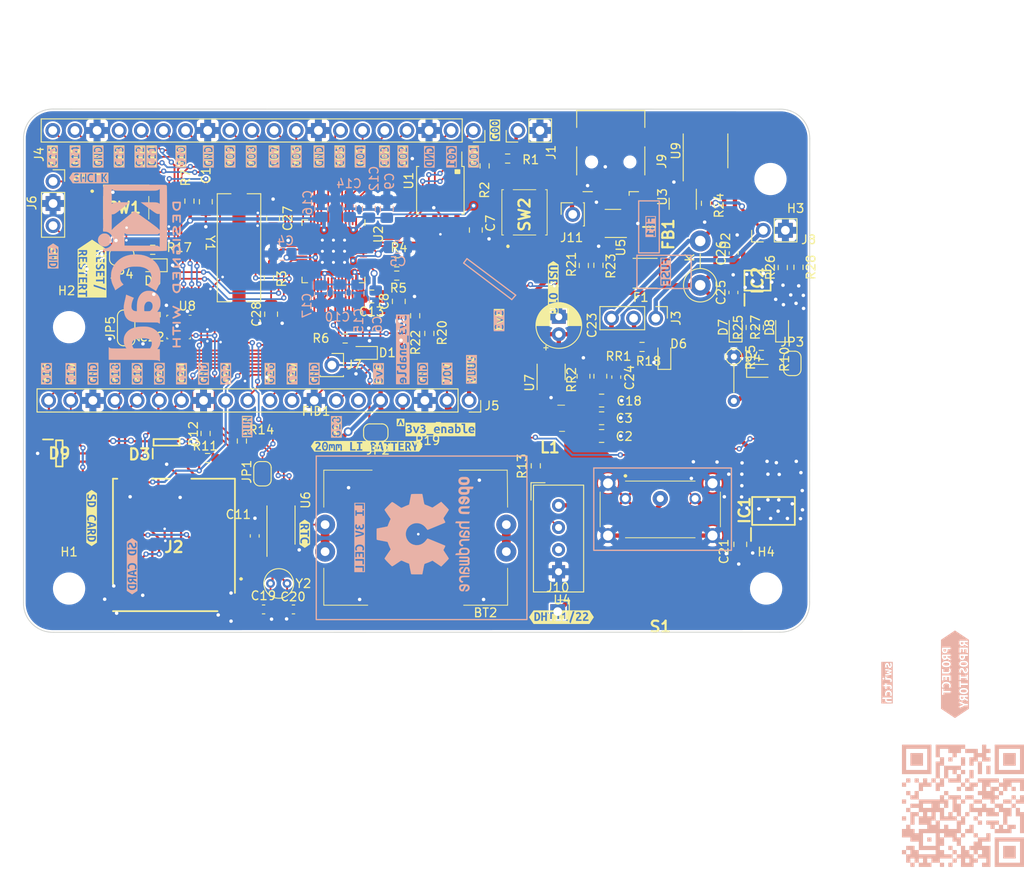
<source format=kicad_pcb>
(kicad_pcb (version 20211014) (generator pcbnew)
  (layers (0 "F.Cu" signal) (31 "B.Cu" signal) (34 "B.Paste" user) (35 "F.Paste" user) (36 "B.SilkS" user "B.Silkscreen") (37 "F.SilkS" user "F.Silkscreen") (38 "B.Mask" user) (39 "F.Mask" user) (44 "Edge.Cuts" user))
  (net 0 "")
  (net 1 "GND")
  (net 2 "/XIN")
  (net 3 "+1V1")
  (net 4 "VBUS")
  (net 5 "/~{USB_BOOT}")
  (net 6 "+VDC")
  (net 7 "/GPIO0")
  (net 8 "/GPIO1")
  (net 9 "/GPIO2")
  (net 10 "/GPIO3")
  (net 11 "/GPIO4")
  (net 12 "/GPIO6")
  (net 13 "/GPIO7")
  (net 14 "/GPIO8")
  (net 15 "/GPIO9")
  (net 16 "/GPIO10")
  (net 17 "/GPIO11")
  (net 18 "/GPIO12")
  (net 19 "/GPIO13")
  (net 20 "/GPIO14")
  (net 21 "/GPIO15")
  (net 22 "/GPIO29_ADC3")
  (net 23 "/GPIO28_ADC2")
  (net 24 "/GPIO27_ADC1")
  (net 25 "/GPIO26_ADC0")
  (net 26 "/GPIO25")
  (net 27 "/GPIO20")
  (net 28 "/GPIO23")
  (net 29 "/GPIO22")
  (net 30 "/GPIO21")
  (net 31 "/GPIO18")
  (net 32 "/GPIO17")
  (net 33 "/GPIO16")
  (net 34 "/RUN")
  (net 35 "/SWD")
  (net 36 "/SWCLK")
  (net 37 "/QSPI_SS")
  (net 38 "/XOUT")
  (net 39 "/QSPI_SD1")
  (net 40 "/QSPI_SD2")
  (net 41 "/QSPI_SD0")
  (net 42 "/QSPI_SCLK")
  (net 43 "/QSPI_SD3")
  (net 47 "/GPIO5")
  (net 48 "/Power/lin_reg")
  (net 49 "/Power/buck/FB")
  (net 50 "D-")
  (net 51 "D+")
  (net 53 "+BATT")
  (net 56 "/USB+")
  (net 57 "/USB-")
  (net 58 "/Power/VBUS_RAW")
  (net 59 "+3V3")
  (net 60 "/Power/buck_out")
  (net 61 "3v3_enable")
  (net 63 "/GPIO25-led")
  (net 64 "/Power/vbus_led")
  (net 65 "/Power/VBUS_RAW2")
  (net 66 "/Power/vbus_led-jumper")
  (net 67 "/Power/Drains")
  (net 68 "/Power/3v3_led")
  (net 70 "/MFP")
  (net 71 "/RTC/Li-ion-20mm-cell")
  (net 72 "/RTC/X1")
  (net 73 "/RTC/X2")
  (net 74 "/Power/buck/inductor_buck")
  (net 75 "/GPIO19")
  (net 76 "/Power/custom_led")
  (net 77 "/Power/batt_protection")
  (net 78 "GPIO24")
  (net 79 "/Power/led_select")
  (net 80 "/Power/3v3_led-jumper")
  (net 81 "/XOUT-raw")
  (net 82 "Net-(J11-Pad1)")
  (net 83 "Net-(JP5-Pad2)")
  (net 84 "Net-(JP2-Pad2)")
  (net 85 "Net-(D7-Pad1)")
  (net 86 "Net-(D8-Pad1)")
  (net 87 "Net-(IC2-Pad3)")
  (net 88 "Net-(IC2-Pad4)")
  (net 89 "/Power/Set_charge_current")
  (net 90 "TE")
  (net 91 "Net-(IC2-Pad8)")
  (footprint "kibuzzard-626E76B5" (layer "F.Cu") (at 102.0572 60.372625 90)
    (fp_text reference "kibuzzard-626E76B5" hide)
    (fp_text value "G***" hide)
  )
  (footprint "Resistor_SMD:R_0603_1608Metric_Pad0.98x0.95mm_HandSolder" (layer "F.Cu") (at 115.7224 78.6892 -90)
    (fp_text reference "R22")
    (fp_text value "10k")
  )
  (footprint "Resistor_SMD:R_0805_2012Metric" (layer "F.Cu") (at 136.97316 85.63144 90)
    (fp_text reference "RR1")
    (fp_text value "91k")
  )
  (footprint "Capacitor_SMD:C_0805_2012Metric_Pad1.18x1.45mm_HandSolder" (layer "F.Cu") (at 85.725 78.5622 90)
    (fp_text reference "C22")
    (fp_text value "100n")
  )
  (footprint "kibuzzard-626E968A" (layer "F.Cu") (at 88.9 85.344 90)
    (fp_text reference "kibuzzard-626E968A" hide)
    (fp_text value "G***" hide)
  )
  (footprint "kibuzzard-626E937A" (layer "F.Cu") (at 131.572 75.438 -90)
    (fp_text reference "kibuzzard-626E937A" hide)
    (fp_text value "G***" hide)
  )
  (footprint "Resistor_SMD:R_0603_1608Metric_Pad0.98x0.95mm_HandSolder" (layer "F.Cu") (at 91.8972 95.0214)
    (fp_text reference "R11")
    (fp_text value "10k")
  )
  (footprint "Resistor_SMD:R_0603_1608Metric_Pad0.98x0.95mm_HandSolder" (layer "F.Cu") (at 136.7536 72.8961 -90)
    (fp_text reference "R21")
    (fp_text value "10k")
  )
  (footprint "Resistor_THT:R_Axial_DIN0204_L3.6mm_D1.6mm_P5.08mm_Vertical" (layer "F.Cu") (at 152.2984 83.3874 -90)
    (fp_text reference "R15")
    (fp_text value "4.7k")
  )
  (footprint "Connector_PinSocket_2.54mm:PinSocket_1x01_P2.54mm_Vertical" (layer "F.Cu") (at 106.16584 84.34916)
    (fp_text reference "J7")
    (fp_text value "Conn_01x01")
  )
  (footprint "kibuzzard-626E7694" (layer "F.Cu") (at 88.8238 60.380562 90)
    (fp_text reference "kibuzzard-626E7694" hide)
    (fp_text value "G***" hide)
  )
  (footprint "Resistor_SMD:R_0603_1608Metric_Pad0.98x0.95mm_HandSolder" (layer "F.Cu") (at 154.2288 80.0354 90)
    (fp_text reference "R25")
    (fp_text value "470")
  )
  (footprint "kibuzzard-626E7607" (layer "F.Cu") (at 104.6734 60.386912 90)
    (fp_text reference "kibuzzard-626E7607" hide)
    (fp_text value "G***" hide)
  )
  (footprint "Package_SO:SOIC-8_5.23x5.23mm_P1.27mm" (layer "F.Cu") (at 118.61184 64.28316 -90)
    (fp_text reference "U1")
    (fp_text value "W25Q128JVS")
  )
  (footprint "Connector_PinHeader_2.54mm:PinHeader_1x03_P2.54mm_Vertical" (layer "F.Cu") (at 143.3322 78.9686 -90)
    (fp_text reference "J3")
    (fp_text value "Conn_01x03")
  )
  (footprint "Connector_PinHeader_2.54mm:PinHeader_1x02_P2.54mm_Vertical" (layer "F.Cu") (at 127.50184 57.42516 90)
    (fp_text reference "J1")
    (fp_text value "Conn_01x02")
  )
  (footprint "kibuzzard-626ED354" (layer "F.Cu") (at 78.2574 62.865)
    (fp_text reference "kibuzzard-626ED354" hide)
    (fp_text value "G***" hide)
  )
  (footprint "kibuzzard-626E7343" (layer "F.Cu") (at 74.0918 60.366275 90)
    (fp_text reference "kibuzzard-626E7343" hide)
    (fp_text value "G***" hide)
  )
  (footprint "Package_TO_SOT_SMD:SOT-23" (layer "F.Cu") (at 146.431 65.8368 -90)
    (fp_text reference "U3")
    (fp_text value "APX810S05")
  )
  (footprint "SamacSys_Parts:SOT95P285X140-6N" (layer "F.Cu") (at 87.1982 93.218 90)
    (fp_text reference "D3")
    (fp_text value "D5V0P4UR6SO-7" hide)
  )
  (footprint "Connector_PinSocket_2.54mm:PinSocket_1x20_P2.54mm_Vertical" (layer "F.Cu") (at 121.91384 88.41316 -90)
    (fp_text reference "J5")
    (fp_text value "right_side")
  )
  (footprint "Capacitor_SMD:C_0805_2012Metric_Pad1.18x1.45mm_HandSolder" (layer "F.Cu") (at 99.187 78.5114 90)
    (fp_text reference "C28")
    (fp_text value "DNP")
  )
  (footprint "Capacitor_SMD:C_0805_2012Metric_Pad1.18x1.45mm_HandSolder" (layer "F.Cu") (at 122.682 68.85516 -90)
    (fp_text reference "C7")
    (fp_text value "100n")
  )
  (footprint "Package_SO:SOIC-8_3.9x4.9mm_P1.27mm" (layer "F.Cu") (at 149.0472 59.7662 90)
    (fp_text reference "U9")
    (fp_text value "DMG9933USD-13")
  )
  (footprint "kibuzzard-626E9683" (layer "F.Cu") (at 86.36 85.344 90)
    (fp_text reference "kibuzzard-626E9683" hide)
    (fp_text value "G***" hide)
  )
  (footprint "kibuzzard-626E7607" (layer "F.Cu") (at 79.3242 60.386912 90)
    (fp_text reference "kibuzzard-626E7607" hide)
    (fp_text value "G***" hide)
  )
  (footprint "kibuzzard-626E948F" (layer "F.Cu") (at 110.1598 93.6752)
    (fp_text reference "kibuzzard-626E948F" hide)
    (fp_text value "G***" hide)
  )
  (footprint "Capacitor_SMD:C_0603_1608Metric_Pad1.08x0.95mm_HandSolder" (layer "F.Cu") (at 97.3074 103.9622 90)
    (fp_text reference "C11")
    (fp_text value "10u")
  )
  (footprint "LED_SMD:LED_0603_1608Metric_Pad1.05x0.95mm_HandSolder" (layer "F.Cu") (at 144.3228 83.185 90)
    (fp_text reference "D6")
    (fp_text value "LED_Small Green")
  )
  (footprint "kibuzzard-626E96C2" (layer "F.Cu") (at 118.618 91.7448)
    (fp_text reference "kibuzzard-626E96C2" hide)
    (fp_text value "G***" hide)
  )
  (footprint "Resistor_SMD:R_0603_1608Metric_Pad0.98x0.95mm_HandSolder" (layer "F.Cu") (at 118.3894 91.4654)
    (fp_text reference "R19")
    (fp_text value "10k+ pullup")
  )
  (footprint "kibuzzard-626E7607" (layer "F.Cu") (at 91.9734 60.386912 90)
    (fp_text reference "kibuzzard-626E7607" hide)
    (fp_text value "G***" hide)
  )
  (footprint "kibuzzard-626E75F6" (layer "F.Cu") (at 76.6826 60.3885 90)
    (fp_text reference "kibuzzard-626E75F6" hide)
    (fp_text value "G***" hide)
  )
  (footprint "Fiducial:Fiducial_0.5mm_Mask1mm" (layer "F.Cu") (at 104.2924 91.313 90)
    (fp_text reference "FID1")
    (fp_text value "Fiducial")
  )
  (footprint "SamacSys_Parts:EG1224" (layer "F.Cu") (at 139.8524 99.6696)
    (fp_text reference "S1")
    (fp_text value "EG1224  SPDT switch" hide)
  )
  (footprint "kibuzzard-626E760F" (layer "F.Cu") (at 81.7372 60.36945 90)
    (fp_text reference "kibuzzard-626E760F" hide)
    (fp_text value "G***" hide)
  )
  (footprint "Capacitor_SMD:C_0805_2012Metric_Pad1.18x1.45mm_HandSolder" (layer "F.Cu") (at 99.4156 67.5171 -90)
    (fp_text reference "C27")
    (fp_text value "DNP")
  )
  (footprint "Fuse:Fuse_1812_4532Metric_Pad1.30x3.40mm_HandSolder" (layer "F.Cu") (at 142.113 73.8124)
    (fp_text reference "F1")
    (fp_text value "Polyfuse_Small")
  )
  (footprint "kibuzzard-626ED31B" (layer "F.Cu") (at 74.168 71.8312 -90)
    (fp_text reference "kibuzzard-626ED31B" hide)
    (fp_text value "G***" hide)
  )
  (footprint "Resistor_SMD:R_0603_1608Metric_Pad0.98x0.95mm_HandSolder" (layer "F.Cu") (at 123.69184 61.48916 90)
    (fp_text reference "R2")
    (fp_text value "DNF")
  )
  (footprint "SamacSys_Parts:PTS526SK15SMTR2LFS" (layer "F.Cu") (at 128.27 66.82316 90)
    (fp_text reference "SW2")
    (fp_text value "SW_SPST" hide)
  )
  (footprint "LED_SMD:LED_0603_1608Metric_Pad1.05x0.95mm_HandSolder" (layer "F.Cu") (at 157.8356 80.0354 90)
    (fp_text reference "D8")
    (fp_text value "LED_Small")
  )
  (footprint "kibuzzard-626E96E0" (layer "F.Cu") (at 114.046 90.932 90)
    (fp_text reference "kibuzzard-626E96E0" hide)
    (fp_text value "G***" hide)
  )
  (footprint "Resistor_SMD:R_0603_1608Metric_Pad0.98x0.95mm_HandSolder" (layer "F.Cu") (at 141.7574 82.2706 180)
    (fp_text reference "R18")
    (fp_text value "330")
  )
  (footprint "Resistor_SMD:R_0603_1608Metric_Pad0.98x0.95mm_HandSolder" (layer "F.Cu") (at 85.598 71.12 180)
    (fp_text reference "R17")
    (fp_text value "330")
  )
  (footprint "kibuzzard-626E96B6" (layer "F.Cu") (at 125.349 79.121 90)
    (fp_text reference "kibuzzard-626E96B6" hide)
    (fp_text value "G***" hide)
  )
  (footprint "Connector_USB:USB_Mini-B_Lumberg_2486_01_Horizontal" (layer "F.Cu") (at 138.16984 61.04016 180)
    (fp_text reference "J9")
    (fp_text value "USB_B_Mini")
  )
  (footprint "kibuzzard-626E76C6" (layer "F.Cu") (at 109.3978 60.3885 90)
    (fp_text reference "kibuzzard-626E76C6" hide)
    (fp_text value "G***" hide)
  )
  (footprint "Capacitor_THT:CP_Radial_D5.0mm_P2.00mm" (layer "F.Cu") (at 132.207 80.812713 90)
    (fp_text reference "C23")
    (fp_text value "22u")
  )
  (footprint "kibuzzard-626E96A8" (layer "F.Cu") (at 101.6 85.344 90)
    (fp_text reference "kibuzzard-626E96A8" hide)
    (fp_text value "G***" hide)
  )
  (footprint "kibuzzard-626E76CD" (layer "F.Cu") (at 112.1918 60.36945 90)
    (fp_text reference "kibuzzard-626E76CD" hide)
    (fp_text value "G***" hide)
  )
  (footprint "Resistor_SMD:R_0603_1608Metric_Pad0.98x0.95mm_HandSolder" (layer "F.Cu") (at 91.6686 92.202 -90)
    (fp_text reference "R12")
    (fp_text value "10k")
  )
  (footprint "Capacitor_SMD:C_0805_2012Metric" (layer "F.Cu") (at 137.11536 90.45744)
    (fp_text reference "C3")
    (fp_text value "10u")
  )
  (footprint "Resistor_SMD:R_0603_1608Metric_Pad0.98x0.95mm_HandSolder" (layer "F.Cu") (at 149.098 65.786 90)
    (fp_text reference "R24")
    (fp_text value "10k")
  )
  (footprint "Resistor_SMD:R_0603_1608Metric_Pad0.98x0.95mm_HandSolder" (layer "F.Cu") (at 89.8144 65.532 -90)
    (fp_text reference "R7")
    (fp_text value "10k")
  )
  (footprint "Capacitor_SMD:C_0603_1608Metric_Pad1.08x0.95mm_HandSolder" (layer "F.Cu") (at 138.80196 85.73414 90)
    (fp_text reference "C24")
    (fp_text value "22p optional")
  )
  (footprint "LED_SMD:LED_0603_1608Metric_Pad1.05x0.95mm_HandSolder" (layer "F.Cu") (at 85.598 72.898 180)
    (fp_text reference "D5")
    (fp_text value "LED_Small Green")
  )
  (footprint "Resistor_SMD:R_0603_1608Metric_Pad0.98x0.95mm_HandSolder" (layer "F.Cu") (at 157.9118 73.152 90)
    (fp_text reference "R26")
    (fp_text value "10k")
  )
  (footprint "Resistor_SMD:R_0603_1608Metric_Pad0.98x0.95mm_HandSolder" (layer "F.Cu") (at 107.68984 81.30116 180)
    (fp_text reference "R6")
    (fp_text value "330")
  )
  (footprint "Diode_THT:D_DO-15_P5.08mm_Vertical_KathodeUp" (layer "F.Cu") (at 148.4376 70.1088 -90)
    (fp_text reference "D2")
    (fp_text value "D_Shockley")
  )
  (footprint "Connector_PinSocket_2.54mm:PinSocket_1x20_P2.54mm_Vertical" (layer "F.Cu") (at 122.39184 57.42516 -90)
    (fp_text reference "J4")
    (fp_text value "lefl_side")
  )
  (footprint "Jumper:SolderJumper-2_P1.3mm_Bridged_RoundedPad1.0x1.5mm" (layer "F.Cu") (at 82.042 71.90316 180)
    (fp_text reference "JP4")
    (fp_text value "SolderJumper")
  )
  (footprint "Resistor_SMD:R_0603_1608Metric_Pad0.98x0.95mm_HandSolder" (layer "F.Cu") (at 159.7152 73.1285 -90)
    (fp_text reference "R28")
    (fp_text value "10k")
  )
  (footprint "Jumper:SolderJumper-2_P1.3mm_Bridged_RoundedPad1.0x1.5mm" (layer "F.Cu") (at 111.2012 92.1004)
    (fp_text reference "JP2")
    (fp_text value "SolderJumper")
  )
  (footprint "kibuzzard-626E9537" (layer "F.Cu") (at 76.2 85.344 90)
    (fp_text reference "kibuzzard-626E9537" hide)
    (fp_text value "G***" hide)
  )
  (footprint "Connector_PinSocket_2.54mm:PinSocket_1x01_P2.54mm_Vertical" (layer "F.Cu") (at 133.8072 67.056 90)
    (fp_text reference "J11")
    (fp_text value "Conn_01x01")
  )
  (footprint "Resistor_SMD:R_0805_2012Metric" (layer "F.Cu") (at 135.04276 85.63144 90)
    (fp_text reference "RR2")
    (fp_text value "20k")
  )
  (footprint "Connector_PinHeader_2.54mm:PinHeader_1x02_P2.54mm_Vertical" (layer "F.Cu") (at 155.6716 68.8848 90)
    (fp_text reference "J8")
    (fp_text value "Conn_01x02_Male")
  )
  (footprint "Z_mycustom_footprint_lib:ATS120SM" (layer "F.Cu") (at 95.49784 70.88716 -90)
    (fp_text reference "Y1")
    (fp_text value "ABLS-12.000MHZ-B4-T")
  )
  (footprint "Package_SO:TSSOP-8_4.4x3mm_P0.65mm" (layer "F.Cu") (at 100.32384 102.71136 90)
    (fp_text reference "U6")
    (fp_text value "MCP79412")
  )
  (footprint "Resistor_SMD:R_0603_1608Metric_Pad0.98x0.95mm_HandSolder" (layer "F.Cu") (at 98.933 74.3458 -90)
    (fp_text reference "R3")
    (fp_text value "1k")
  )
  (footprint "kibuzzard-626E96FC" (layer "F.Cu") (at 122.174 84.836 90)
    (fp_text reference "kibuzzard-626E96FC" hide)
    (fp_text value "G***" hide)
  )
  (footprint "Package_TO_SOT_SMD:SOT-23-5_HandSoldering" (layer "F.Cu") (at 138.42384 68.09316 180)
    (fp_text reference "U5")
    (fp_text value "D1213A-02SM")
  )
  (footprint "Jumper:SolderJumper-2_P1.3mm_Bridged_RoundedPad1.0x1.5mm" (layer "F.Cu") (at 159.004 84.1606 -90)
    (fp_text reference "JP3")
    (fp_text value "SolderJumper")
  )
  (footprint "Resistor_SMD:R_0603_1608Metric_Pad0.98x0.95mm_HandSolder" (layer "F.Cu") (at 156.21 80.0354 90)
    (fp_text reference "R27")
    (fp_text value "470")
  )
  (footprint "Capacitor_SMD:C_0805_2012Metric" (layer "F.Cu") (at 137.11536 88.42544)
    (fp_text reference "C18")
    (fp_text value "10u")
  )
  (footprint "kibuzzard-626E966C" (layer "F.Cu") (at 83.82 85.344 90)
    (fp_text reference "kibuzzard-626E966C" hide)
    (fp_text value "G***" hide)
  )
  (footprint "SamacSys_Parts:MEM20510019500A" (layer "F.Cu") (at 88.0364 105.2322)
    (fp_text reference "J2")
    (fp_text value "MEM2051-00-195-00-A" hide)
  )
  (footprint "kibuzzard-626E98D2" (layer "F.Cu") (at 96.4438 91.3892 90)
    (fp_text reference "kibuzzard-626E98D2" hide)
    (fp_text value "G***" hide)
  )
  (footprint "Z_mycustom_footprint_lib:BATHLD001THM" (layer "F.Cu") (at 115.3668 103.90716)
    (fp_text reference "BT2")
    (fp_text value "Battery_Cell")
  )
  (footprint "kibuzzard-626E76E0" (layer "F.Cu") (at 122.428 60.3758 90)
    (fp_text reference "kibuzzard-626E76E0" hide)
    (fp_text value "G***" hide)
  )
  (footprint "kibuzzard-626E761A" (layer "F.Cu") (at 84.1248 60.378181 90)
    (fp_text reference "kibuzzard-626E761A" hide)
    (fp_text value "G***" hide)
  )
  (footprint "Capacitor_SMD:C_0805_2012Metric" (layer "F.Cu") (at 137.11536 92.48944)
    (fp_text reference "C2")
    (fp_text value "10u")
  )
  (footprint "LED_SMD:LED_0603_1608Metric_Pad1.05x0.95mm_HandSolder" (layer "F.Cu") (at 152.5016 80.0354 90)
    (fp_text reference "D7")
    (fp_text value "LED_Small")
  )
  (footprint "MountingHole:MountingHole_3.2mm_M3" (layer "F.Cu") (at 76 80)
    (fp_text reference "H2")
    (fp_text value "MountingHole")
  )
  (footprint "Crystal:Crystal_C38-LF_D3.0mm_L8.0mm_Vertical" (layer "F.Cu") (at 99.11984 109.41696)
    (fp_text reference "Y2")
    (fp_text value "32.7680kHz")
  )
  (footprint "kibuzzard-626E96B6" (layer "F.Cu") (at 111.506 85.344 90)
    (fp_text reference "kibuzzard-626E96B6" hide)
    (fp_text value "G***" hide)
  )
  (footprint "Capacitor_SMD:C_0805_2012Metric_Pad1.18x1.45mm_HandSolder" (layer "F.Cu") (at 153.035 104.9274 -90)
    (fp_text reference "C21")
    (fp_text value "1u")
  )
  (footprint "kibuzzard-626E9692" (layer "F.Cu") (at 93.98 85.344 90)
    (fp_text reference "kibuzzard-626E9692" hide)
    (fp_text value "G***" hide)
  )
  (footprint "Capacitor_SMD:C_0603_1608Metric_Pad1.08x0.95mm_HandSolder" (layer "F.Cu") (at 98.3234 112.395 180)
    (fp_text reference "C19")
    (fp_text value "15pF")
  )
  (footprint "SamacSys_Parts:PTS526SK15SMTR2LFS" (layer "F.Cu") (at 82.55 66.294)
    (fp_text reference "SW1")
    (fp_text value "SW_SPST" hide)
  )
  (footprint "Jumper:SolderJumper-3_P1.3mm_Bridged12_RoundedPad1.0x1.5mm" (layer "F.Cu") (at 82.55 80.0862 90)
    (fp_text reference "JP5")
    (fp_text value "adress")
  )
  (footprint "kibuzzard-626E9458" (layer "F.Cu") (at 78.5876 101.9048 -90)
    (fp_text reference "kibuzzard-626E9458" hide)
    (fp_text value "G***" hide)
  )
  (footprint "kibuzzard-626E94A4" (layer "F.Cu") (at 132.5118 113.284)
    (fp_text reference "kibuzzard-626E94A4" hide)
    (fp_text value "G***" hide)
  )
  (footprint "kibuzzard-626E7607" (layer "F.Cu") (at 91.44 85.344 90)
    (fp_text reference "kibuzzard-626E7607" hide)
    (fp_text value "G***" hide)
  )
  (footprint "kibuzzard-626E96EE" (layer "F.Cu") (at 119.38 85.344 90)
    (fp_text reference "kibuzzard-626E96EE" hide)
    (fp_text value "G***" hide)
  )
  (footprint "Resistor_SMD:R_0603_1608Metric_Pad0.98x0.95mm_HandSolder" (layer "F.Cu") (at 135.0772 72.91916 90)
    (fp_text reference "R23")
    (fp_text value "5k6")
  )
  (footprint "Resistor_SMD:R_0603_1608Metric_Pad0.98x0.95mm_HandSolder" (layer "F.Cu") (at 155.448 83.185)
    (fp_text reference "R10")
    (fp_text value "10k")
  )
  (footprint "Resistor_SMD:R_0603_1608Metric_Pad0.98x0.95mm_HandSolder" (layer "F.Cu") (at 113.60994 72.55966 180)
    (fp_text reference "R4")
    (fp_text value "27")
  )
  (footprint "kibuzzard-626E7607" (layer "F.Cu") (at 78.74 85.344 90)
    (fp_text reference "kibuzzard-626E7607" hide)
    (fp_text value "G***" hide)
  )
  (footprint "Connector_PinSocket_2.54mm:PinSocket_1x01_P2.54mm_Vertical" (layer "F.Cu") (at 132.08 112.649)
    (fp_text reference "J10")
    (fp_text value "Conn_01x01")
  )
  (footprint "Capacitor_SMD:C_0805_2012Metric_Pad1.18x1.45mm_HandSolder" (layer "F.Cu") (at 110.71634 76.47516)
    (fp_text reference "C13")
    (fp_text value "100n")
  )
  (footprint "LED_SMD:LED_0603_1608Metric_Pad1.05x0.95mm_HandSolder" (layer "F.Cu") (at 155.4226 85.0138)
    (fp_text reference "D4")
    (fp_text value "LED_Small Green")
  )
  (footprint "kibuzzard-626E76AE" (layer "F.Cu") (at 99.5172 60.371037 90)
    (fp_text reference "kibuzzard-626E76AE" hide)
    (fp_text value "G***" hide)
  )
  (footprint "Resistor_SMD:R_0603_1608Metric_Pad0.98x0.95mm_HandSolder" (layer "F.Cu") (at 117.348 80.7212 -90)
    (fp_text reference "R20")
    (fp_text value "10k")
  )
  (footprint "Package_TO_SOT_SMD:SOT-23-6_Handsoldering" (layer "F.Cu") (at 131.3282 85.1446 90)
    (fp_text reference "U7")
    (fp_text value "DIO6012BCST6")
  )
  (footprint "MountingHole:MountingHole_3.2mm_M3" (layer "F.Cu") (at 156.5 63)
    (fp_text reference "H3")
    (fp_text value "MountingHole")
  )
  (footprint "Resistor_SMD:R_0603_1608Metric_Pad0.98x0.95mm_HandSolder" (layer "F.Cu") (at 126.33534 60.65096)
    (fp_text reference "R1")
    (fp_text value "1k")
  )
  (footprint "kibuzzard-626E769F" (layer "F.Cu") (at 94.4626 60.374212 90)
    (fp_text reference "kibuzzard-626E769F" hide)
    (fp_text value "G***" hide)
  )
  (footprint "Capacitor_SMD:C_0805_2012Metric_Pad1.18x1.45mm_HandSolder" (layer "F.Cu") (at 91.694 65.60396 -90)
    (fp_text reference "C1")
    (fp_text value "100n")
  )
  (footprint "SamacSys_Parts:SOIC127P600X170-8N" (layer "F.Cu") (at 156.845 101.092 90)
    (fp_text reference "IC1")
    (fp_text value "AP2112M-3.3TRG1" hide)
  )
  (footprint "RP2040_minimal:RP2040-QFN-56" (layer "F.Cu") (at 106.34364 71.28966 -90)
    (fp_text reference "U2")
    (fp_text value "RP2040")
  )
  (footprint "Resistor_SMD:R_0603_1608Metric_Pad0.98x0.95mm_HandSolder" (layer "F.Cu") (at 129.5654 95.9123 90)
    (fp_text reference "R13")
    (fp_text value "4k7")
  )
  (footprint "Capacitor_SMD:C_0805_2012Metric_Pad1.18x1.45mm_HandSolder" (layer "F.Cu") (at 113.8428 77.0421 90)
    (fp_text reference "C8")
    (fp_text value "10u")
  )
  (footprint "SamacSys_Parts:NRH3012T220MNV" (layer "F.Cu") (at 132.47736 90.45744)
    (fp_text reference "L1")
    (fp_text value "NRH3012T2R2MN  2,2uH" hide)
  )
  (footprint "Capacitor_SMD:C_0603_1608Metric_Pad1.08x0.95mm_HandSolder" (layer "F.Cu") (at 101.7524 112.395)
    (fp_text reference "C20")
    (fp_text value "15pF")
  )
  (footprint "Capacitor_SMD:C_0603_1608Metric_Pad1.08x0.95mm_HandSolder" (layer "F.Cu") (at 152.2476 76.0222 90)
    (fp_text reference "C25")
    (fp_text value "1u")
  )
  (footprint "MountingHole:MountingHole_3.2mm_M3" (layer "F.Cu") (at 156 110)
    (fp_text reference "H4")
    (fp_text value "MountingHole")
  )
  (footprint "SamacSys_Parts:SOP50P490X110-10N" (layer "F.Cu") (at 155.0162 74.6506 90)
    (fp_text reference "IC2")
    (fp_text value "MCP73834T-FCI_UN" hide)
  )
  (footprint "Package_LGA:Bosch_LGA-8_2.5x2.5mm_P0.65mm_ClockwisePinNumbering" (layer "F.Cu") (at 88.5698 79.9846 -90)
    (fp_text reference "U8")
    (fp_text value "BME280")
  )
  (footprint "kibuzzard-626E977A" (layer "F.Cu") (at 106.68 91.44 90)
    (fp_text reference "kibuzzard-626E977A" hide)
    (fp_text value "G***" hide)
  )
  (footprint "Resistor_SMD:R_0603_1608Metric_Pad0.98x0.95mm_HandSolder" (layer "F.Cu") (at 113.60994 74.08366 180)
    (fp_text reference "R5")
    (fp_text value "27")
  )
  (footprint "Resistor_SMD:R_0603_1608Metric_Pad0.98x0.95mm_HandSolder" (layer "F.Cu") (at 95.8342 93.0656 -90)
    (fp_text reference "R14")
    (fp_text value "10k")
  )
  (footprint "kibuzzard-626E7622" (layer "F.Cu") (at 85.471 60.3758 90)
    (fp_text reference "kibuzzard-626E7622" hide)
    (fp_text value "G***" hide)
  )
  (footprint "kibuzzard-626E9677" (layer "F.Cu") (at 81.28 85.344 90)
    (fp_text reference "kibuzzard-626E9677" hide)
    (fp_text value "G***" hide)
  )
  (footprint "kibuzzard-626E76A5" (layer "F.Cu") (at 96.901 60.378975 90)
    (fp_text reference "kibuzzard-626E76A5" hide)
    (fp_text value "G***" hide)
  )
  (footprint "kibuzzard-626E7607" (layer "F.Cu") (at 104.14 85.344 90)
    (fp_text reference "kibuzzard-626E7607" hide)
    (fp_text value "G***" hide)
  )
  (footprint "SamacSys_Parts:SOT95P285X140-6N" (layer "F.Cu") (at 74.8792 94.488)
    (fp_text reference "D9")
    (fp_text value "D5V0P4UR6SO-7" hide)
  )
  (footprint "kibuzzard-626E969D" (layer "F.Cu") (at 99.06 85.344 90)
    (fp_text reference "kibuzzard-626E969D" hide)
    (fp_text value "G***" hide)
  )
  (footprint "kibuzzard-626E76D2" (layer "F.Cu") (at 114.3 60.378181 90)
    (fp_text reference "kibuzzard-626E76D2" hide)
    (fp_text value "G***" hide)
  )
  (footprint "kibuzzard-626E9527" (layer "F.Cu") (at 73.406 85.344 90)
    (fp_text reference "kibuzzard-626E9527" hide)
    (fp_text value "G***" hide)
  )
  (footprint "kibuzzard-626E946D" (layer "F.Cu") (at 103.0478 103.7082 -90)
    (fp_text reference "kibuzzard-626E946D" hide)
    (fp_text value "G***" hide)
  )
  (footprint "Capacitor_SMD:C_0603_1608Metric_Pad1.08x0.95mm_HandSolder" (layer "F.Cu") (at 152.273 71.501 90)
    (fp_text reference "C26")
    (fp_text value "4.7u")
  )
  (footprint "kibuzzard-6275430A" (layer "F.Cu") (at 78.6384 73.279 -90)
    (fp_text reference "kibuzzard-6275430A" hide)
    (fp_text value "G***" hide)
  )
  (footprint "LED_SMD:LED_0603_1608Metric_Pad1.05x0.95mm_HandSolder" (layer "F.Cu") (at 109.72184 82.9564 180)
    (fp_text reference "D1")
    (fp_text value "LED_Small  Red")
  )
  (footprint "kibuzzard-626E7607" (layer "F.Cu") (at 116.586 85.344 90)
    (fp_text reference "kibuzzard-626E7607" hide)
    (fp_text value "G***" hide)
  )
  (footprint "SamacSys_Parts:BEADC4516X185N" (layer "F.Cu") (at 142.56404 68.49956 -90)
    (fp_text reference "FB1")
    (fp_text value "HI1806T600R-10" hide)
  )
  (footprint "Connector_PinSocket_2.54mm:PinSocket_1x03_P2.54mm_Vertical" (layer "F.Cu") (at 74.16184 63.26716)
    (fp_text reference "J6")
    (fp_text value "debug")
  )
  (footprint "MountingHole:MountingHole_3.2mm_M3" (layer "F.Cu") (at 76 110)
    (fp_text reference "H1")
    (fp_text value "MountingHole")
  )
  (footprint "Sensor:Aosong_DHT11_5.5x12.0_P2.54mm" (layer "F.Cu") (at 132.1775 100.4529)
    (fp_text reference "U4")
    (fp_text value "DHT11")
  )
  (footprint "Jumper:SolderJumper-2_P1.3mm_Bridged_RoundedPad1.0x1.5mm" (layer "F.Cu") (at 98.1964 96.8248 90)
    (fp_text reference "JP1")
    (fp_text value "SolderJumper")
  )
  (footprint "kibuzzard-626E76E7" (layer "F.Cu") (at 124.8664 57.404 90)
    (fp_text reference "kibuzzard-626E76E7" hide)
    (fp_text value "G***" hide)
  )
  (footprint "kibuzzard-626E76C0" (layer "F.Cu") (at 107.061 60.366275 90)
    (fp_text reference "kibuzzard-626E76C0" hide)
    (fp_text value "G***" hide)
  )
  (footprint "kibuzzard-626E76C6" (layer "B.Cu") (at 109.4232 60.452 -90)
    (fp_text reference "kibuzzard-626E76C6" hide)
    (fp_text value "G***" hide)
  )
  (footprint "kibuzzard-626E7607" (layer "B.Cu") (at 79.3496 60.453588 -90)
    (fp_text reference "kibuzzard-626E7607" hide)
    (fp_text value "G***" hide)
  )
  (footprint "kibuzzard-626E96EE" (layer "B.Cu") (at 119.38 85.344 -90)
    (fp_text reference "kibuzzard-626E96EE" hide)
    (fp_text value "G***" hide)
  )
  (footprint "kibuzzard-626E7607" (layer "B.Cu") (at 117.348 60.452 -90)
    (fp_text reference "kibuzzard-626E7607" hide)
    (fp_text value "G***" hide)
  )
  (footprint "kibuzzard-626E969D" (layer "B.Cu") (at 99.06 85.344 -90)
    (fp_text reference "kibuzzard-626E969D" hide)
    (fp_text value "G***" hide)
  )
  (footprint "Capacitor_SMD:C_0805_2012Metric_Pad1.18x1.45mm_HandSolder" (layer "B.Cu") (at 112.46504 66.41286 90)
    (fp_text reference "C9")
    (fp_text value "100n")
  )
  (footprint "kibuzzard-626E96A8" (layer "B.Cu") (at 101.6 85.344 -90)
    (fp_text reference "kibuzzard-626E96A8" hide)
    (fp_text value "G***" hide)
  )
  (footprint "kibuzzard-626E96FC" (layer "B.Cu") (at 122.174 84.836 -90)
    (fp_text reference "kibuzzard-626E96FC" hide)
    (fp_text value "G***" hide)
  )
  (footprint "Capacitor_SMD:C_0805_2012Metric_Pad1.18x1.45mm_HandSolder" (layer "B.Cu") (at 104.9528 66.3194 90)
    (fp_text reference "C16")
    (fp_text value "100n")
  )
  (footprint "kibuzzard-626E98D2" (layer "B.Cu") (at 96.4438 91.44 -90)
    (fp_text reference "kibuzzard-626E98D2" hide)
    (fp_text value "G***" hide)
  )
  (footprint "kibuzzard-626E76E7" (layer "B.Cu") (at 122.428 60.452 -90)
    (fp_text reference "kibuzzard-626E76E7" hide)
    (fp_text value "G***" hide)
  )
  (footprint "kibuzzard-626E7607" (layer "B.Cu") (at 104.14 85.344 -90)
    (fp_text reference "kibuzzard-626E7607" hide)
    (fp_text value "G***" hide)
  )
  (footprint "kibuzzard-626ED45F" (layer "B.Cu") (at 142.748 68.453 -90)
    (fp_text reference "kibuzzard-626ED45F" hide)
    (fp_text value "G***" hide)
  )
  (footprint "kibuzzard-626E7694" (layer "B.Cu") (at 88.8492 60.459938 -90)
    (fp_text reference "kibuzzard-626E7694" hide)
    (fp_text value "G***" hide)
  )
  (footprint "kibuzzard-626E966C" (layer "B.Cu") (at 83.82 85.344 -90)
    (fp_text reference "kibuzzard-626E966C" hide)
    (fp_text value "G***" hide)
  )
  (footprint "Capacitor_SMD:C_0805_2012Metric_Pad1.18x1.45mm_HandSolder" (layer "B.Cu") (at 100.4824 71.6026 180)
    (fp_text reference "C4")
    (fp_text value "100n")
  )
  (footprint "kibuzzard-626E9537" (layer "B.Cu") (at 76.2 85.344 -90)
    (fp_text reference "kibuzzard-626E9537" hide)
    (fp_text value "G***" hide)
  )
  (footprint "kibuzzard-626E96B6" (layer "B.Cu") (at 111.506 85.344 -90)
    (fp_text reference "kibuzzard-626E96B6" hide)
    (fp_text value "G***" hide)
  )
  (footprint "kibuzzard-626E769F" (layer "B.Cu") (at 94.488 60.466288 -90)
    (fp_text reference "kibuzzard-626E769F" hide)
    (fp_text value "G***" hide)
  )
  (footprint "kibuzzard-626E96C2" (layer "B.Cu") (at 114.3 82.55 -90)
    (fp_text reference "kibuzzard-626E96C2" hide)
    (fp_text value "G***" hide)
  )
  (footprint "Capacitor_SMD:C_0805_2012Metric_Pad1.18x1.45mm_HandSolder" (layer "B.Cu") (at 110.40764 66.39526 90)
    (fp_text reference "C12")
    (fp_text value "100n")
  )
  (footprint "kibuzzard-626E9683" (layer "B.Cu") (at 86.36 85.344 -90)
    (fp_text reference "kibuzzard-626E9683" hide)
    (fp_text value "G***" hide)
  )
  (footprint "LOGO" (layer "B.Cu") (at 178.6128 134.9248 180)
    (fp_text reference " ")
    (fp_text value "LOGO" hide)
  )
  (footprint "kibuzzard-626ED435" (layer "B.Cu") (at 169.8752 120.8024 -90)
    (fp_text reference "kibuzzard-626ED435" hide)
    (fp_text value "G***" hide)
  )
  (footprint "kibuzzard-626E9692" (layer "B.Cu") (at 93.98 85.344 -90)
    (fp_text reference "kibuzzard-626E9692" hide)
    (fp_text value "G***" hide)
  )
  (footprint "kibuzzard-626ED31B" (layer "B.Cu") (at 74.168 71.8312 -90)
    (fp_text reference "kibuzzard-626ED31B" hide)
    (fp_text value "G***" hide)
  )
  (footprint "kibuzzard-626ED447" (layer "B.Cu") (at 144.4752 73.6346 -90)
    (fp_text reference "kibuzzard-626ED447" hide)
    (fp_text value "G***" hide)
  )
  (footprint "Symbol:KiCad-Logo2_8mm_SilkScreen" (layer "B.Cu") (at 83.250424 73.777107 -90)
    (fp_text reference "FID2" hide)
    (fp_text value "Fiducial" hide)
  )
  (footprint "kibuzzard-626E7607" (layer "B.Cu") (at 91.9988 60.453588 -90)
    (fp_text reference "kibuzzard-626E7607" hide)
    (fp_text value "G***" hide)
  )
  (footprint "Capacitor_SMD:C_0805_2012Metric_Pad1.18x1.45mm_HandSolder" (layer "B.Cu") (at 111.19504 76.83076 -90)
    (fp_text reference "C6")
    (fp_text value "1u")
  )
  (footprint "kibuzzard-626E75F6" (layer "B.Cu") (at 76.708 60.452 -90)
    (fp_text reference "kibuzzard-626E75F6" hide)
    (fp_text value "G***" hide)
  )
  (footprint "Capacitor_SMD:C_0805_2012Metric_Pad1.18x1.45mm_HandSolder" (layer "B.Cu") (at 109.11224 76.17036 -90)
    (fp_text reference "C15")
    (fp_text value "100n")
  )
  (footprint "kibuzzard-626E7607" (layer "B.Cu") (at 116.586 85.344 -90)
    (fp_text reference "kibuzzard-626E7607" hide)
    (fp_text value "G***" hide)
  )
  (footprint "kibuzzard-626E76B5" (layer "B.Cu") (at 102.0826 60.467875 -90)
    (fp_text reference "kibuzzard-626E76B5" hide)
    (fp_text value "G***" hide)
  )
  (footprint "Capacitor_SMD:C_0805_2012Metric_Pad1.18x1.45mm_HandSolder" (layer "B.Cu") (at 113.73504 70.78556)
    (fp_text reference "C5")
    (fp_text value "100n")
  )
  (footprint "kibuzzard-626E76E0" (layer "B.Cu") (at 119.888 60.452 -90)
    (fp_text reference "kibuzzard-626E76E0" hide)
    (fp_text value "G***" hide)
  )
  (footprint "kibuzzard-626E968A" (layer "B.Cu") (at 88.9 85.344 -90)
    (fp_text reference "kibuzzard-626E968A" hide)
    (fp_text value "G***" hide)
  )
  (footprint "kibuzzard-626ED41E" (layer "B.Cu") (at 109.347 104.14 -90)
    (fp_text reference "kibuzzard-626ED41E" hide)
    (fp_text value "G***" hide)
  )
  (footprint "Capacitor_SMD:C_0805_2012Metric_Pad1.18x1.45mm_HandSolder" (layer "B.Cu") (at 104.89584 76.24266 -90)
    (fp_text reference "C17")
    (fp_text value "100n")
  )
  (footprint "kibuzzard-626E9527" (layer "B.Cu") (at 73.406 85.344 -90)
    (fp_text reference "kibuzzard-626E9527" hide)
    (fp_text value "G***" hide)
  )
  (footprint "kibuzzard-626E7343" (layer "B.Cu") (at 74.1172 60.474225 -90)
    (fp_text reference "kibuzzard-626E7343" hide)
    (fp_text value "G***" hide)
  )
  (footprint "kibuzzard-626E7607" (layer "B.Cu") (at 78.74 85.344 -90)
    (fp_text reference "kibuzzard-626E7607" hide)
    (fp_text value "G***" hide)
  )
  (footprint "Capacitor_SMD:C_0805_2012Metric_Pad1.18x1.45mm_HandSolder" (layer "B.Cu") (at 107.05484 76.14106 -90)
    (fp_text reference "C10")
    (fp_text value "1u")
  )
  (footprint "kibuzzard-626E76CD" (layer "B.Cu") (at 112.2172 60.47105 -90)
    (fp_text reference "kibuzzard-626E76CD" hide)
    (fp_text value "G***" hide)
  )
  (footprint "kibuzzard-626ED354" (layer "B.Cu") (at 78.2574 62.865)
    (fp_text reference "kibuzzard-626ED354" hide)
    (fp_text value "G***" hide)
  )
  (footprint "kibuzzard-626E7622" (layer "B.Cu") (at 85.4964 60.4647 -90)
    (fp_text reference "kibuzzard-626E7622" hide)
    (fp_text value "G***" hide)
  )
  (footprint "kibuzzard-626E760F" (layer "B.Cu") (at 81.7626 60.47105 -90)
    (fp_text reference "kibuzzard-626E760F" hide)
    (fp_text value "G***" hide)
  )
  (footprint "kibuzzard-626E7607" (layer "B.Cu") (at 104.6988 60.453588 -90)
    (fp_text reference "kibuzzard-626E7607" hide)
    (fp_text value "G***" hide)
  )
  (footprint "kibuzzard-626E96B6" (layer "B.Cu") (at 125.349 79.248 -90)
    (fp_text reference "kibuzzard-626E96B6" hide)
    (fp_text value "G***" hide)
  )
  (footprint "Symbol:OSHW-Logo2_14.6x12mm_SilkScreen" (layer "B.Cu") (at 116.84 103.759 -90)
    (fp_text reference "FID3" hide)
    (fp_text value "Fiducial" hide)
  )
  (footprint "kibuzzard-627E9976" (layer "B.Cu") (at 177.673 119.8372 -90)
    (fp_text reference "kibuzzard-627E9976" hide)
    (fp_text value "G***" hide)
  )
  (footprint "kibuzzard-626E76C0" (layer "B.Cu") (at 107.0864 60.474225 -90)
    (fp_text reference "kibuzzard-626E76C0" hide)
    (fp_text value "G***" hide)
  )
  (footprint "Capacitor_SMD:C_0805_2012Metric_Pad1.18x1.45mm_HandSolder" (layer "B.Cu") (at 108.19784 66.31516 90)
    (fp_text reference "C14")
    (fp_text value "100n")
  )
  (footprint "kibuzzard-626E761A" (layer "B.Cu") (at 84.1502 60.462319 -90)
    (fp_text reference "kibuzzard-626E761A" hide)
    (fp_text value "G***" hide)
  )
  (footprint "kibuzzard-626E76AE" (layer "B.Cu") (at 99.5426 60.469463 -90)
    (fp_text reference "kibuzzard-626E76AE" hide)
    (fp_text value "G***" hide)
  )
  (footprint "kibuzzard-626E9458" (layer "B.Cu") (at 83.2358 107.442 -90)
    (fp_text reference "kibuzzard-626E9458" hide)
    (fp_text value "G***" hide)
  )
  (footprint "kibuzzard-626E76D2" (layer "B.Cu") (at 114.3254 60.462319 -90)
    (fp_text reference "kibuzzard-626E76D2" hide)
    (fp_text value "G***" hide)
  )
  (footprint "kibuzzard-626E7607" (layer "B.Cu") (at 91.44 85.344 -90)
    (fp_text reference "kibuzzard-626E7607" hide)
    (fp_text value "G***" hide)
  )
  (footprint "kibuzzard-626E76A5" (layer "B.Cu") (at 96.9264 60.461525 -90)
    (fp_text reference "kibuzzard-626E76A5" hide)
    (fp_text value "G***" hide)
  )
  (footprint "kibuzzard-626E977A" (layer "B.Cu") (at 106.68 91.44 -90)
    (fp_text reference "kibuzzard-626E977A" hide)
    (fp_text value "G***" hide)
  )
  (footprint "kibuzzard-626E9677" (layer "B.Cu") (at 81.28 85.344 -90)
    (fp_text reference "kibuzzard-626E9677" hide)
    (fp_text value "G***" hide)
  )
  (gr_rect (start 141.3764 65.5066) (end 143.7386 71.4756) (layer "B.SilkS") (width 0.15) (fill none))
  (gr_line (start 121.666 72.136) (end 127.254 76.327) (layer "B.SilkS") (width 0.15))
  (gr_rect (start 141.1732 71.755) (end 147.3962 75.565) (layer "B.SilkS") (width 0.15) (fill none))
  (gr_line (start 126.8095 76.835) (end 121.285 72.644) (layer "B.SilkS") (width 0.15))
  (gr_rect (start 128.5494 113.5634) (end 104.3686 94.7928) (layer "B.SilkS") (width 0.15) (fill none))
  (gr_line (start 121.285 72.644) (end 121.666 72.136) (layer "B.SilkS") (width 0.15))
  (gr_rect (start 136.2202 96.1644) (end 152.019 105.6132) (layer "B.SilkS") (width 0.15) (fill none))
  (gr_line (start 127.254 76.327) (end 126.8095 76.835) (layer "B.SilkS") (width 0.15))
  (gr_rect (start 120.3198 61.9506) (end 120.8278 62.357) (layer "F.SilkS") (width 0.15) (fill solid))
  (gr_arc (start 160.994489 111.527352) (mid 160.0454 113.9952) (end 157.603564 115.009339) (layer "Edge.Cuts") (width 0.1))
  (gr_line (start 157.526752 54.981711) (end 74.171436 54.967461) (layer "Edge.Cuts") (width 0.1))
  (gr_arc (start 70.780511 58.449448) (mid 71.729601 55.981602) (end 74.171436 54.967461) (layer "Edge.Cuts") (width 0.1))
  (gr_line (start 70.780511 58.449448) (end 70.766261 111.629564) (layer "Edge.Cuts") (width 0.1))
  (gr_line (start 74.248248 115.020489) (end 157.603564 115.009339) (layer "Edge.Cuts") (width 0.1))
  (gr_line (start 160.994489 111.527352) (end 161.008739 58.372636) (layer "Edge.Cuts") (width 0.1))
  (gr_arc (start 74.248248 115.020489) (mid 71.780372 114.071417) (end 70.766261 111.629564) (layer "Edge.Cuts") (width 0.1))
  (gr_arc (start 157.526752 54.981711) (mid 159.9946 55.9308) (end 161.008739 58.372636) (layer "Edge.Cuts") (width 0.1))
  (segment (start 138.06536 90.45744) (end 138.06536 88.42544) (width 0.5) (layer "F.Cu") (net 1))
  (segment (start 115.6462 76.4794) (end 115.1714 76.0046) (width 0.5) (layer "F.Cu") (net 1))
  (segment (start 157.48 96.9264) (end 157.5054 96.901) (width 0.25) (layer "F.Cu") (net 1))
  (segment (start 113.81516 104.16316) (end 108.077 98.425) (width 0.2) (layer "F.Cu") (net 1))
  (segment (start 83.9516 81.3862) (end 84.4804 81.915) (width 0.25) (layer "F.Cu") (net 1))
  (segment (start 110.48384 81.55516) (end 110.59684 81.66816) (width 0.2) (layer "F.Cu") (net 1))
  (segment (start 136.779 70.7136) (end 136.779 71.9582) (width 0.5) (layer "F.Cu") (net 1))
  (segment (start 101.38434 70.2817) (end 101.784346 70.2817) (width 0.2) (layer "F.Cu") (net 1))
  (segment (start 73.5792 94.488) (end 72.39 94.488) (width 0.25) (layer "F.Cu") (net 1))
  (segment (start 100.4531 79.5489) (end 100.457 79.5528) (width 0.2) (layer "F.Cu") (net 1))
  (segment (start 97.6376 66.91106) (end 97.663 66.88566) (width 0.25) (layer "F.Cu") (net 1))
  (segment (start 80.1306 111.1822) (end 80.0862 111.2266) (width 0.25) (layer "F.Cu") (net 1))
  (segment (start 139.77384 68.09316) (end 141.27056 68.09316) (width 0.2) (layer "F.Cu") (net 1))
  (segment (start 101.792306 70.28966) (end 102.90614 70.28966) (width 0.2) (layer "F.Cu") (net 1))
  (segment (start 84.3376 112.1822) (end 82.4614 112.1822) (width 0.5) (layer "F.Cu") (net 1))
  (segment (start 92.2274 75.6158) (end 92.2528 75.6158) (width 0.2) (layer "F.Cu") (net 1))
  (segment (start 152.2476 74.0156) (end 152.2222 73.9902) (width 0.2) (layer "F.Cu") (net 1))
  (segment (start 159.7152 74.041) (end 159.7152 75.2348) (width 0.25) (layer "F.Cu") (net 1))
  (segment (start 144.3228 84.06) (end 143.1404 84.06) (width 0.2) (layer "F.Cu") (net 1))
  (segment (start 87.5448 79.6596) (end 88.194 79.6596) (width 0.2) (layer "F.Cu") (net 1))
  (segment (start 91.8718 81.6102) (end 93.2833 81.6102) (width 0.2) (layer "F.Cu") (net 1))
  (segment (start 123.0884 97.5614) (end 123.0546 97.5614) (width 0.2) (layer "F.Cu") (net 1))
  (segment (start 154.4105 105.9649) (end 154.4574 105.918) (width 0.25) (layer "F.Cu") (net 1))
  (segment (start 136.56984 63.74016) (end 136.56984 62.56616) (width 0.5) (layer "F.Cu") (net 1))
  (segment (start 156.21 98.392) (end 156.21 99.822) (width 0.25) (layer "F.Cu") (net 1))
  (segment (start 100.965 112.4701) (end 100.965 113.4872) (width 0.2) (layer "F.Cu") (net 1))
  (segment (start 99.187 79.5489) (end 97.8955 79.5489) (width 0.2) (layer "F.Cu") (net 1))
  (segment (start 110.48384 81.55516) (end 110.48384 80.21514) (width 0.2) (layer "F.Cu") (net 1))
  (segment (start 88.7614 98.0332) (end 88.7614 99.5288) (width 0.25) (layer "F.Cu") (net 1))
  (segment (start 153.035 105.9649) (end 154.4105 105.9649) (width 0.25) (layer "F.Cu") (net 1))
  (segment (start 118.618 69.342) (end 118.618 67.056) (width 0.2) (layer "F.Cu") (net 1))
  (segment (start 124.24784 69.82316) (end 124.19984 69.87116) (width 0.5) (layer "F.Cu") (net 1))
  (segment (start 156.21 98.392) (end 156.21 96.8756) (width 0.25) (layer "F.Cu") (net 1))
  (segment (start 115.7828 104.8332) (end 112.82354 107.79246) (width 0.2) (layer "F.Cu") (net 1))
  (segment (start 93.1164 113.03) (end 93.7636 113.03) (width 0.25) (layer "F.Cu") (net 1))
  (segment (start 82.5754 68.6054) (end 82.5754 70.0278) (width 0.2) (layer "F.Cu") (net 1))
  (segment (start 100.8899 112.395) (end 100.965 112.4701) (width 0.2) (layer "F.Cu") (net 1))
  (segment (start 107.348834 86.88916) (end 105.37384 86.88916) (width 0.2) (layer "F.Cu") (net 1))
  (segment (start 97.3074 101.9556) (end 97.3328 101.9302) (width 0.25) (layer "F.Cu") (net 1))
  (segment (start 156.0162 76.8506) (end 157.058 76.8506) (width 0.25) (layer "F.Cu") (net 1))
  (segment (start 118.618 67.056) (end 117.856 66.294) (width 0.2) (layer "F.Cu") (net 1))
  (segment (start 153.035 105.9649) (end 151.4641 105.9649) (width 0.25) (layer "F.Cu") (net 1))
  (segment (start 86.9696 103.1494) (end 86.9696 104.4448) (width 0.25) (layer "F.Cu") (net 1))
  (segment (start 101.1428 70.04016) (end 101.38434 70.2817) (width 0.2) (layer "F.Cu") (net 1))
  (segment (start 102.40134 105.57386) (end 101.29884 105.57386) (width 0.2) (layer "F.Cu") (net 1))
  (segment (start 159.7152 75.2348) (end 159.7406 75.2602) (width 0.25) (layer "F.Cu") (net 1))
  (segment (start 157.058 76.8506) (end 157.099 76.8096) (width 0.25) (layer "F.Cu") (net 1))
  (segment (start 136.56984 65.61416) (end 136.56984 63.74016) (width 0.5) (layer "F.Cu") (net 1))
  (segment (start 110.59684 83.687698) (end 110.59684 82.9564) (width 0.2) (layer "F.Cu") (net 1))
  (segment (start 115.7828 104.16316) (end 113.81516 104.16316) (width 0.2) (layer "F.Cu") (net 1))
  (segment (start 152.273 69.8246) (end 152.6794 69.4182) (width 0.2) (layer "F.Cu") (net 1))
  (segment (start 157.48 98.392) (end 157.48 99.7966) (width 0.25) (layer "F.Cu") (net 1))
  (segment (start 97.3074 103.0997) (end 97.3074 101.9556) (width 0.25) (layer "F.Cu") (net 1))
  (segment (start 91.43384 88.98236) (end 91.43384 88.41316) (width 0.2) (layer "F.Cu") (net 1))
  (segment (start 101.29884 106.70904) (end 101.29884 105.57386) (width 0.2) (layer "F.Cu") (net 1))
  (segment (start 131.318 88.0872) (end 131.318 87.4512) (width 0.25) (layer "F.Cu") (net 1))
  (segment (start 81.4614 111.1822) (end 80.1306 111.1822) (width 0.25) (layer "F.Cu") (net 1))
  (segment (start 116.45284 104.16316) (end 115.7828 104.16316) (width 0.2) (layer "F.Cu") (net 1))
  (segment (start 85.725 77.5247) (end 85.725 76.2254) (width 0.2) (layer "F.Cu") (net 1))
  (segment (start 84.4514 110.773) (end 84.4514 112.0684) (width 0.5) (layer "F.Cu") (net 1))
  (segment (start 98.679 85.7504) (end 98.40224 85.47364) (width 0.2) (layer "F.Cu") (net 1))
  (segment (start 87.1982 94.518) (end 87.1982 95.7326) (width 0.25) (layer "F.Cu") (net 1))
  (segment (start 123.0546 97.5614) (end 116.45284 104.16316) (width 0.2) (layer "F.Cu") (net 1))
  (segment (start 115.7828 104.16316) (end 116.48216 104.16316) (width 0.2) (layer "F.Cu") (net 1))
  (segment (start 84.4514 109.0932) (end 84.4514 110.773) (width 0.5) (layer "F.Cu") (net 1))
  (segment (start 101.784346 70.2817) (end 101.792306 70.28966) (width 0.2) (layer "F.Cu") (net 1))
  (segment (start 116.48216 104.16316) (end 123.571 111.252) (width 0.2) (layer "F.Cu") (net 1))
  (segment (start 136.525 65.659) (end 136.56984 65.61416) (width 0.5) (layer "F.Cu") (net 1))
  (segment (start 85.725 77.5247) (end 87.1435 77.5247) (width 0.2) (layer "F.Cu") (net 1))
  (segment (start 89.5948 79.0096) (end 89.5948 78.1902) (width 0.2) (layer "F.Cu") (net 1))
  (segment (start 94.6114 112.1822) (end 94.6114 110.5372) (width 0.25) (layer "F.Cu") (net 1))
  (segment (start 86.9696 104.4448) (end 87.0458 104.521) (width 0.25) (layer "F.Cu") (net 1))
  (segment (start 83.0614 98.0332) (end 83.0614 99.4122) (width 0.25) (layer "F.Cu") (net 1))
  (segment (start 91.8718 80.264) (end 91.8718 81.6102) (width 0.2) (layer "F.Cu") (net 1))
  (segment (start 112.2244 76.0046) (end 111.75384 76.47516) (width 0.5) (layer "F.Cu") (net 1))
  (segment (start 122.682 69.89266) (end 124.17834 69.89266) (width 0.5) (layer "F.Cu") (net 1))
  (segment (start 108.927869 85.356669) (end 108.881325 85.356669) (width 0.2) (layer "F.Cu") (net 1))
  (segment (start 137.8524 103.9196) (end 149.8524 103.9196) (width 0.5) (layer "F.Cu") (net 1))
  (segment (start 80.7004 81.3862) (end 80.6704 81.3562) (width 0.25) (layer "F.Cu") (net 1))
  (segment (start 94.6114 113.7194) (end 94.5896 113.7412) (width 0.25) (layer "F.Cu") (net 1))
  (segment (start 81.4614 112.8232) (end 81.4578 112.8268) (width 0.25) (layer "F.Cu") (net 1))
  (segment (start 145.481 63.4136) (end 145.415 63.3476) (width 0.2) (layer "F.Cu") (net 1))
  (segment (start 152.5008 83.185) (end 152.2984 83.3874) (width 0.5) (layer "F.Cu") (net 1))
  (segment (start 112.82354 107.79246) (end 102.38226 107.79246) (width 0.2) (layer "F.Cu") (net 1))
  (segment (start 82.6008 68.58) (end 82.5754 68.6054) (width 0.2) (layer "F.Cu") (net 1))
  (segment (start 126.42 69.82316) (end 124.24784 69.82316) (width 0.5) (layer "F.Cu") (net 1))
  (segment (start 97.8955 79.5489) (end 97.8916 79.5528) (width 0.2) (layer "F.Cu") (net 1))
  (segment (start 82.4614 112.1822) (end 81.4614 111.1822) (width 0.5) (layer "F.Cu") (net 1))
  (segment (start 94.6114 110.5372) (end 94.5896 110.5154) (width 0.25) (layer "F.Cu") (net 1))
  (segment (start 99.187 79.5489) (end 100.4531 79.5489) (width 0.2) (layer "F.Cu") (net 1))
  (segment (start 102.4128 105.5624) (end 102.40134 105.57386) (width 0.2) (layer "F.Cu") (net 1))
  (segment (start 115.7828 104.16316) (end 115.7828 104.8332) (width 0.2) (layer "F.Cu") (net 1))
  (segment (start 115.1714 76.0046) (end 112.2244 76.0046) (width 0.5) (layer "F.Cu") (net 1))
  (segment (start 81.4614 111.1822) (end 81.4614 112.8232) (width 0.25) (layer "F.Cu") (net 1))
  (segment (start 157.9118 74.0645) (end 157.9118 75.1586) (width 0.25) (layer "F.Cu") (net 1))
  (segment (start 149.098 66.6985) (end 149.098 67.7926) (width 0.2) (layer "F.Cu") (net 1))
  (segment (start 99.1859 112.395) (end 99.2378 112.4469) (width 0.2) (layer "F.Cu") (net 1))
  (segment (start 83.0614 99.4122) (end 83.0072 99.4664) (width 0.25) (layer "F.Cu") (net 1))
  (segment (start 145.481 64.8993) (end 145.481 63.4136) (width 0.2) (layer "F.Cu") (net 1))
  (segment (start 141.27056 68.09316) (end 141.2748 68.0974) (width 0.2) (layer "F.Cu") (net 1))
  (segment (start 153.035 107.0102) (end 152.8572 107.188) (width 0.25) (layer "F.Cu") (net 1))
  (segment (start 143.1404 84.06) (end 143.129 84.0486) (width 0.2) (layer "F.Cu") (net 1))
  (segment (start 81.4614 110.0364) (end 81.1276 109.7026) (width 0.25) (layer "F.Cu") (net 1))
  (segment (start 139.25916 90.45744) (end 139.30996 90.40664) (width 0.5) (layer "F.Cu") (net 1))
  (segment (start 110.59684 81.66816) (end 110.59684 82.9564) (width 0.2) (layer "F.Cu") (net 1))
  (segment (start 87.1435 77.5247) (end 87.1728 77.4954) (width 0.2) (layer "F.Cu") (net 1))
  (segment (start 138.06536 88.42544) (end 139.41156 88.42544) (width 0.5) (layer "F.Cu") (net 1))
  (segment (start 84.4514 112.0684) (end 84.3376 112.1822) (width 0.5) (layer "F.Cu") (net 1))
  (segment (start 115.42016 60.68316) (end 116.70684 60.68316) (width 0.2) (layer "F.Cu") (net 1))
  (segment (start 80.954 64.444) (end 79.55 64.444) (width 0.5) (layer "F.Cu") (net 1))
  (segment (start 136.56984 62.56616) (end 137.541 61.595) (width 0.5) (layer "F.Cu") (net 1))
  (segment (start 136.779 71.9582) (end 136.7536 71.9836) (width 0.5) (layer "F.Cu") (net 1))
  (segment (start 81.4614 111.1822) (end 81.4614 110.0364) (width 0.25) (layer "F.Cu") (net 1))
  (segment (start 152.273 70.6385) (end 152.273 69.8246) (width 0.2) (layer "F.Cu") (net 1))
  (segment (start 88.7614 99.5288) (end 88.7476 99.5426) (width 0.25) (layer "F.Cu") (net 1))
  (segment (start 97.6376 68.3514) (end 97.6376 66.91106) (width 0.25) (layer "F.Cu") (net 1))
  (segment (start 99.4156 66.4796) (end 99.4156 65.3034) (width 0.25) (layer "F.Cu") (net 1))
  (segment (start 96.89836 85.47364) (end 96.1898 86.1822) (width 0.2) (layer "F.Cu") (net 1))
  (segment (start 157.9118 75.1586) (end 157.9372 75.184) (width 0.25) (layer "F.Cu") (net 1))
  (segment (start 136.56984 63.74016) (end 135.52284 63.74016) (width 0.5) (layer "F.Cu") (net 1))
  (segment (start 108.881325 85.356669) (end 107.348834 86.88916) (width 0.2) (layer "F.Cu") (net 1))
  (segment (start 138.06536 90.45744) (end 139.25916 90.45744) (width 0.5) (layer "F.Cu") (net 1))
  (segment (start 81.026 64.516) (end 80.954 64.444) (width 0.5) (layer "F.Cu") (net 1))
  (segment (start 131.3282 87.441) (end 131.3282 86.4946) (width 0.25) (layer "F.Cu") (net 1))
  (segment (start 88.7614 97.2958) (end 87.1982 95.7326) (width 0.25) (layer "F.Cu") (net 1))
  (segment (start 135.52284 63.74016) (end 135.509 63.754) (width 0.5) (layer "F.Cu") (net 1))
  (segment (start 131.318 87.4512) (end 131.3282 87.441) (width 0.25) (layer "F.Cu") (net 1))
  (segment (start 93.7636 113.03) (end 94.6114 112.1822) (width 0.25) (layer "F.Cu") (net 1))
  (segment (start 82.55 81.3862) (end 80.7004 81.3862) (width 0.25) (layer "F.Cu") (net 1))
  (segment (start 88.7614 98.0332) (end 88.7614 97.2958) (width 0.25) (layer "F.Cu") (net 1))
  (segment (start 99.2378 112.4469) (end 99.2378 113.5126) (width 0.2) (layer "F.Cu") (net 1))
  (segment (start 149.098 67.7926) (end 148.9456 67.945) (width 0.2) (layer "F.Cu") (net 1))
  (segment (start 138.06536 92.48944) (end 139.30996 92.48944) (width 0.5) (layer "F.Cu") (net 1))
  (segment (start 115.6462 76.4794) (end 115.7224 76.5556) (width 0.2) (layer "F.Cu") (net 1))
  (segment (start 105.37384 86.88916) (end 103.84984 88.41316) (width 0.2) (layer "F.Cu") (net 1))
  (segment (start 94.6114 112.1822) (end 84.3376 112.1822) (width 0.5) (layer "F.Cu") (net 1))
  (segment (start 92.2528 75.6158) (end 93.6244 74.2442) (width 0.2) (layer "F.Cu") (net 1))
  (segment (start 135.0264 83.5152) (end 135.0264 84.70258) (width 0.5) (layer "F.Cu") (net 1))
  (segment (start 151.4641 105.9649) (end 151.4348 105.9942) (width 0.25) (layer "F.Cu") (net 1))
  (segment (start 99.1859 112.395) (end 100.8899 112.395) (width 0.5) (layer "F.Cu") (net 1))
  (segment (start 153.035 105.9649) (end 153.035 107.0102) (width 0.25) (layer "F.Cu") (net 1))
  (segment (start 110.48384 80.21514) (end 110.3884 80.1197) (width 0.2) (layer "F.Cu") (net 1))
  (segment (start 98.40224 85.47364) (end 96.89836 85.47364) (width 0.2) (layer "F.Cu") (net 1))
  (segment (start 157.48 98.392) (end 157.48 96.9264) (width 0.25) (layer "F.Cu") (net 1))
  (segment (start 89.5948 78.1902) (end 89.5858 78.1812) (width 0.2) (layer "F.Cu") (net 1))
  (segment (start 115.3922 60.6552) (end 115.42016 60.68316) (width 0.2) (layer "F.Cu") (net 1))
  (segment (start 115.7224 76.5556) (end 115.7224 77.7767) (width 0.4) (layer "F.Cu") (net 1))
  (segment (start 82.55 81.3862) (end 83.9516 81.3862) (width 0.25) (layer "F.Cu") (net 1))
  (segment (start 154.5355 83.185) (end 152.5008 83.185) (width 0.5) (layer "F.Cu") (net 1))
  (segment (start 115.7828 104.8332) (end 109.364 111.252) (width 0.2) (layer "F.Cu") (net 1))
  (segment (start 91.694 68.4784) (end 91.694 66.64146) (width 0.25) (layer "F.Cu") (net 1))
  (segment (start 138.06536 92.48944) (end 138.06536 90.45744) (width 0.5) (layer "F.Cu") (net 1))
  (segment (start 135.0264 84.70258) (end 135.04276 84.71894) (width 0.5) (layer "F.Cu") (net 1))
  (segment (start 94.6114 112.1822) (end 94.6114 113.7194) (width 0.25) (layer "F.Cu") (net 1))
  (segment (start 108.927869 85.356669) (end 110.59684 83.687698) (width 0.2) (layer "F.Cu") (net 1))
  (segment (start 109.364 111.252) (end 109.347 111.252) (width 0.2) (layer "F.Cu") (net 1))
  (segment (start 88.194 79.6596) (end 88.392 79.8576) (width 0.2) (layer "F.Cu") (net 1))
  (segment (start 93.2833 81.6102) (end 93.3849 81.7118) (width 0.2) (layer "F.Cu") (net 1))
  (segment (start 87.4522 68.453) (end 87.4522 70.104) (width 0.2) (layer "F.Cu") (net 1))
  (segment (start 124.17834 69.89266) (end 124.19984 69.87116) (width 0.5) (layer "F.Cu") (net 1))
  (segment (start 157.48 99.7966) (end 157.4546 99.822) (width 0.25) (layer "F.Cu") (net 1))
  (segment (start 94.7226 112.2934) (end 94.6114 112.1822) (width 0.5) (layer "F.Cu") (net 1))
  (segment (start 102.38226 107.79246) (end 101.29884 106.70904) (width 0.2) (layer "F.Cu") (net 1))
  (segment (start 152.2476 75.1597) (end 152.2476 74.0156) (width 0.2) (layer "F.Cu") (net 1))
  (segment (start 86.473 72.898) (end 87.884 72.898) (width 0.2) (layer "F.Cu") (net 1))
  (via (at 157.5054 96.901) (size 0.7) (drill 0.4) (layers "F.Cu" "B.Cu") (net 1))
  (via (at 153.2382 95.5802) (size 0.7) (drill 0.4) (layers "F.Cu" "B.Cu") (net 1))
  (via (at 102.4128 105.5624) (size 0.7) (drill 0.4) (layers "F.Cu" "B.Cu") (net 1))
  (via (at 135.509 63.754) (size 0.7) (drill 0.4) (layers "F.Cu" "B.Cu") (net 1))
  (via (at 81.4578 112.8268) (size 0.7) (drill 0.4) (layers "F.Cu" "B.Cu") (net 1))
  (via (at 156.6418 74.8284) (size 0.7) (drill 0.4) (layers "F.Cu" "B.Cu") (net 1))
  (via (at 156.21 99.822) (size 0.7) (drill 0.4) (layers "F.Cu" "B.Cu") (net 1))
  (via (at 157.9372 75.184) (size 0.7) (drill 0.4) (layers "F.Cu" "B.Cu") (net 1))
  (via (at 87.1982 95.7326) (size 0.7) (drill 0.4) (layers "F.Cu" "B.Cu") (net 1))
  (via (at 155.5496 75.3872) (size 0.7) (drill 0.4) (layers "F.Cu" "B.Cu") (net 1))
  (via (at 108.077 98.425) (size 0.7) (drill 0.4) (layers "F.Cu" "B.Cu") (net 1))
  (via (at 136.525 65.659) (size 0.7) (drill 0.4) (layers "F.Cu" "B.Cu") (net 1))
  (via (at 110.48384 81.55516) (size 0.7) (drill 0.4) (layers "F.Cu" "B.Cu") (net 1))
  (via (at 88.392 79.8576) (size 0.7) (drill 0.4) (layers "F.Cu" "B.Cu") (net 1))
  (via (at 139.41156 88.42544) (size 0.7) (drill 0.4) (layers "F.Cu" "B.Cu") (net 1))
  (via (at 157.1752 95.5548) (size 0.7) (drill 0.4) (layers "F.Cu" "B.Cu") (net 1))
  (via (at 91.8718 80.264) (size 0.6) (drill 0.3) (layers "F.Cu" "B.Cu") (net 1))
  (via (at 153.2128 98.1964) (size 0.7) (drill 0.4) (layers "F.Cu" "B.Cu") (net 1))
  (via (at 152.2222 73.9902) (size 0.7) (drill 0.4) (layers "F.Cu" "B.Cu") (net 1))
  (via (at 152.6794 69.4182) (size 0.7) (drill 0.4) (layers "F.Cu" "B.Cu") (net 1))
  (via (at 159.004 100.2792) (size 0.7) (drill 0.4) (layers "F.Cu" "B.Cu") (net 1))
  (via (at 97.6376 68.3514) (size 0.6) (drill 0.3) (layers "F.Cu" "B.Cu") (net 1))
  (via (at 109.347 111.252) (size 0.7) (drill 0.4) (layers "F.Cu" "B.Cu") (net 1))
  (via (at 159.9438 101.981) (size 0.7) (drill 0.4) (layers "F.Cu" "B.Cu") (net 1))
  (via (at 157.4546 99.822) (size 0.7) (drill 0.4) (layers "F.Cu" "B.Cu") (net 1))
  (via (at 153.2128 96.8756) (size 0.7) (drill 0.4) (layers "F.Cu" "B.Cu") (net 1))
  (via (at 135.0264 83.5152) (size 0.7) (drill 0.4) (layers "F.Cu" "B.Cu") (net 1))
  (via (at 151.2062 99.4664) (size 0.7) (drill 0.4) (layers "F.Cu" "B.Cu") (net 1))
  (via (at 82.5754 70.0278) (size 0.6) (drill 0.3) (layers "F.Cu" "B.Cu") (net 1))
  (via (at 160.2994 77.851) (size 0.7) (drill 0.4) (layers "F.Cu" "B.Cu") (net 1))
  (via (at 139.30996 92.48944) (size 0.7) (drill 0.4) (layers "F.Cu" "B.Cu") (net 1))
  (via (at 155.702 73.8378) (size 0.7) (drill 0.4) (layers "F.Cu" "B.Cu") (net 1))
  (via (at 117.856 66.294) (size 0.7) (drill 0.4) (layers "F.Cu" "B.Cu") (net 1))
  (via (at 151.4348 105.9942) (size 0.7) (drill 0.4) (layers "F.Cu" "B.Cu") (net 1))
  (via (at 100.965 113.4872) (size 0.7) (drill 0.4) (layers "F.Cu" "B.Cu") (net 1))
  (via (at 160.1724 100.965) (size 0.7) (drill 0.4) (layers "F.Cu" "B.Cu") (net 1))
  (via (at 157.099 76.8096) (size 0.7) (drill 0.4) (layers "F.Cu" "B.Cu") (net 1))
  (via (at 94.5896 110.5154) (size 0.7) (drill 0.4) (layers "F.Cu" "B.Cu") (net 1))
  (via (at 93.6244 74.2442) (size 0.6) (drill 0.3) (layers "F.Cu" "B.Cu") (net 1))
  (via (at 156.1084 95.4024) (size 0.7) (drill 0.4) (layers "F.Cu" "B.Cu") (net 1))
  (via (at 97.663 66.88566) (size 0.6) (drill 0.3) (layers "F.Cu" "B.Cu") (net 1))
  (via (at 86.9696 103.1494) (size 0.6) (drill 0.3) (layers "F.Cu" "B.Cu") (net 1))
  (via (at 97.3328 101.9302) (size 0.7) (drill 0.4) (layers "F.Cu" "B.Cu") (net 1))
  (via (at 145.415 63.3476) (size 0.7) (drill 0.4) (layers "F.Cu" "B.Cu") (net 1))
  (via (at 94.5896 113.7412) (size 0.7) (drill 0.4) (layers "F.Cu" "B.Cu") (net 1))
  (via (at 99.4156 65.3034) (size 0.7) (drill 0.4) (layers "F.Cu" "B.Cu") (net 1))
  (via (at 100.457 79.5528) (size 0.7) (drill 0.4) (layers "F.Cu" "B.Cu") (net 1))
  (via (at 159.4612 95.4024) (size 0.7) (drill 0.4) (layers "F.Cu" "B.Cu") (net 1))
  (via (at 159.4358 77.2668) (size 0.7) (drill 0.4) (layers "F.Cu" "B.Cu") (net 1))
  (via (at 153.7716 73.9394) (size 0.7) (drill 0.4) (layers "F.Cu" "B.Cu") (net 1))
  (via (at 87.884 72.898) (size 0.7) (drill 0.4) (layers "F.Cu" "B.Cu") (net 1))
  (via (at 153.1874 99.4918) (size 0.7) (drill 0.4) (layers "F.Cu" "B.Cu") (net 1))
  (via (at 143.129 84.0486) (size 0.7) (drill 0.4) (layers "F.Cu" "B.Cu") (net 1))
  (via (at 118.618 69.342) (size 0.6) (drill 0.3) (layers "F.Cu" "B.Cu") (net 1))
  (via (at 110.3884 80.1197) (size 0.7) (drill 0.4) (layers "F.Cu" "B.Cu") (net 1))
  (via (at 157.3784 101.1174) (size 0.7) (drill 0.4) (layers "F.Cu" "B.Cu") (net 1))
  (via (at 154.4574 105.918) (size 0.7) (drill 0.4) (layers "F.Cu" "B.Cu") (net 1))
  (via (at 158.4452 101.9556) (size 0.7) (drill 0.4) (layers "F.Cu" "B.Cu") (net 1))
  (via (at 115.3922 60.6552) (size 0.7) (drill 0.4) (layers "F.Cu" "B.Cu") (net 1))
  (via (at 97.8916 79.5528) (size 0.7) (drill 0.4) (layers "F.Cu" "B.Cu") (net 1))
  (via (at 87.0458 104.521) (size 0.6) (drill 0.3) (layers "F.Cu" "B.Cu") (net 1))
  (via (at 147.6502 95.4532) (size 0.7) (drill 0.4) (layers "F.Cu" "B.Cu") (net 1))
  (via (at 98.679 85.7504) (size 0.7) (drill 0.4) (layers "F.Cu" "B.Cu") (net 1))
  (via (at 123.0884 97.5614) (size 0.7) (drill 0.4) (layers "F.Cu" "B.Cu") (net 1))
  (via (at 85.725 76.2254) (size 0.7) (drill 0.4) (layers "F.Cu" "B.Cu") (net 1))
  (via (at 137.541 61.595) (size 0.7) (drill 0.4) (layers "F.Cu" "B.Cu") (net 1))
  (via (at 157.988 77.4192) (size 0.7) (drill 0.4) (layers "F.Cu" "B.Cu") (net 1))
  (via (at 96.1898 86.1822) (size 0.6) (drill 0.3) (layers "F.Cu" "B.Cu") (net 1))
  (via (at 81.1276 109.7026) (size 0.7) (drill 0.4) (layers "F.Cu" "B.Cu") (net 1))
  (via (at 72.39 94.488) (size 0.7) (drill 0.4) (layers "F.Cu" "B.Cu") (net 1))
  (via (at 151.7142 96.8756) (size 0.7) (drill 0.4) (layers "F.Cu" "B.Cu") (net 1))
  (via (at 156.5148 101.9556) (size 0.7) (drill 0.4) (layers "F.Cu" "B.Cu") (net 1))
  (via (at 80.0862 111.2266) (size 0.7) (drill 0.4) (layers "F.Cu" "B.Cu") (net 1))
  (via (at 139.30996 90.40664) (size 0.7) (drill 0.4) (layers "F.Cu" "B.Cu") (net 1))
  (via (at 108.927869 85.356669) (size 0.7) (drill 0.4) (layers "F.Cu" "B.Cu") (net 1))
  (via (at 124.19984 69.87116) (size 0.7) (drill 0.4) (layers "F.Cu" "B.Cu") (net 1))
  (via (at 153.5938 75.438) (size 0.7) (drill 0.4) (layers "F.Cu" "B.Cu") (net 1))
  (via (at 89.5858 78.1812) (size 0.7) (drill 0.4) (layers "F.Cu" "B.Cu") (net 1))
  (via (at 87.1728 77.4954) (size 0.7) (drill 0.4) (layers "F.Cu" "B.Cu") (net 1))
  (via (at 159.7406 75.2602) (size 0.7) (drill 0.4) (layers "F.Cu" "B.Cu") (net 1))
  (via (at 153.797 100.7618) (size 0.7) (drill 0.4) (layers "F.Cu" "B.Cu") (net 1))
  (via (at 84.4514 110.773) (size 0.7) (drill 0.4) (layers "F.Cu" "B.Cu") (net 1))
  (via (at 80.6704 81.3562) (size 0.7) (drill 0.4) (layers "F.Cu" "B.Cu") (net 1))
  (via (at 91.694 68.4784) (size 0.7) (drill 0.4) (layers "F.Cu" "B.Cu") (net 1))
  (via (at 147.4216 97.3582) (size 0.7) (drill 0.4) (layers "F.Cu" "B.Cu") (net 1))
  (via (at 158.8262 76.3016) (size 0.7) (drill 0.4) (layers "F.Cu" "B.Cu") (net 1))
  (via (at 160.274 76.3524) (size 0.7) (drill 0.4) (layers "F.Cu" "B.Cu") (net 1))
  (via (at 93.3849 81.7118) (size 0.6) (drill 0.3) (layers "F.Cu" "B.Cu") (net 1))
  (via (at 92.2274 75.6158) (size 0.6) (drill 0.3) (layers "F.Cu" "B.Cu") (net 1))
  (via (at 155.1686 100.8634) (size 0.7) (drill 0.4) (layers "F.Cu" "B.Cu") (net 1))
  (via (at 84.4804 81.915) (size 0.7) (drill 0.4) (layers "F.Cu" "B.Cu") (net 1))
  (via (at 154.5082 74.7522) (size 0.7) (drill 0.4) (layers "F.Cu" "B.Cu") (net 1))
  (via (at 116.078 103.759) (size 0.6) (drill 0.3) (layers "F.Cu" "B.Cu") (net 1))
  (via (at 93.1164 113.03) (size 0.7) (drill 0.4) (layers "F.Cu" "B.Cu") (net 1))
  (via (at 101.1428 70.04016) (size 0.7) (drill 0.4) (layers "F.Cu" "B.Cu") (net 1))
  (via (at 81.026 64.516) (size 0.7) (drill 0.4) (layers "F.Cu" "B.Cu") (net 1))
  (via (at 160.147 98.7552) (size 0.7) (drill 0.4) (layers "F.Cu" "B.Cu") (net 1))
  (via (at 123.571 111.252) (size 0.7) (drill 0.4) (layers "F.Cu" "B.Cu") (net 1))
  (via (at 159.9946 96.6978) (size 0.7) (drill 0.4) (layers "F.Cu" "B.Cu") (net 1))
  (via (at 99.2378 113.5126) (size 0.7) (drill 0.4) (layers "F.Cu" "B.Cu") (net 1))
  (via (at 87.4522 68.453) (size 0.6) (drill 0.3) (layers "F.Cu" "B.Cu") (net 1))
  (via (at 148.9456 67.945) (size 0.7) (drill 0.4) (layers "F.Cu" "B.Cu") (net 1))
  (via (at 141.2748 68.0974) (size 0.7) (drill 0.4) (layers "F.Cu" "B.Cu") (net 1))
  (via (at 150.368 95.4786) (size 0.7) (drill 0.4) (layers "F.Cu" "B.Cu") (net 1))
  (via (at 88.7476 99.5426) (size 0.7) (drill 0.4) (layers "F.Cu" "B.Cu") (net 1))
  (via (at 115.6462 76.4794) (size 0.7) (drill 0.4) (layers "F.Cu" "B.Cu") (net 1))
  (via (at 83.0072 99.4664) (size 0.7) (drill 0.4) (layers "F.Cu" "B.Cu") (net 1))
  (via (at 156.21 96.8756) (size 0.7) (drill 0.4) (layers "F.Cu" "B.Cu") (net 1))
  (via (at 131.318 88.0872) (size 0.7) (drill 0.4) (layers "F.Cu" "B.Cu") (net 1))
  (via (at 87.4522 70.104) (size 0.6) (drill 0.3) (layers "F.Cu" "B.Cu") (net 1))
  (via (at 152.8572 107.188) (size 0.7) (drill 0.4) (layers "F.Cu" "B.Cu") (net 1))
  (via (at 91.8718 81.6102) (size 0.6) (drill 0.3) (layers "F.Cu" "B.Cu") (net 1))
  (via (at 82.6008 68.58) (size 0.6) (drill 0.3) (layers "F.Cu" "B.Cu") (net 1))
  (via (at 136.779 70.7136) (size 0.7) (drill 0.4) (layers "F.Cu" "B.Cu") (net 1))
  (segment (start 108.19784 65.27766) (end 110.32754 65.27766) (width 0.2) (layer "B.Cu") (net 1))
  (segment (start 105.06864 72.56466) (end 105.06864 70.01466) (width 0.5) (layer "B.Cu") (net 1))
  (segment (start 108.1936 65.2819) (end 108.19784 65.27766) (width 0.5) (layer "B.Cu") (net 1))
  (segment (start 107.61864 70.01466) (end 107.61864 72.56466) (width 0.5) (layer "B.Cu") (net 1))
  (segment (start 107.61864 72.56466) (end 105.06864 72.56466) (width 0.5) (layer "B.Cu") (net 1))
  (segment (start 108.19784 65.27766) (end 112.36734 65.27766) (width 0.2) (layer "B.Cu") (net 1))
  (segment (start 112.36734 65.27766) (end 112.46504 65.37536) (width 0.2) (layer "B.Cu") (net 1))
  (segment (start 110.32754 65.27766) (end 110.40764 65.35776) (width 0.2) (layer "B.Cu") (net 1))
  (segment (start 105.06864 70.01466) (end 107.61864 70.01466) (width 0.5) (layer "B.Cu") (net 1))
  (segment (start 104.9528 65.2819) (end 108.1936 65.2819) (width 0.5) (layer "B.Cu") (net 1))
  (segment (start 100.53466 70.68966) (end 99.4156 69.5706) (width 0.2) (layer "F.Cu") (net 2))
  (segment (start 99.4156 69.5706) (end 99.4156 68.5546) (width 0.2) (layer "F.Cu") (net 2))
  (segment (start 95.49784 68.37064) (end 96.0786 68.9514) (width 0.2) (layer "F.Cu") (net 2))
  (segment (start 102.90614 70.68966) (end 100.53466 70.68966) (width 0.2) (layer "F.Cu") (net 2))
  (segment (start 96.0786 68.9514) (end 99.0188 68.9514) (width 0.2) (layer "F.Cu") (net 2))
  (segment (start 95.49784 66.63716) (end 95.49784 68.37064) (width 0.2) (layer "F.Cu") (net 2))
  (segment (start 108.585 72.3646) (end 108.585 72.6948) (width 0.2) (layer "F.Cu") (net 3))
  (segment (start 108.585 72.6948) (end 108.09062 73.18918) (width 0.2) (layer "F.Cu") (net 3))
  (segment (start 100.965 72.009) (end 101.08434 71.88966) (width 0.2) (layer "F.Cu") (net 3))
  (segment (start 108.585 72.425315) (end 109.249345 73.08966) (width 0.2) (layer "F.Cu") (net 3))
  (segment (start 110.60546 73.08966) (end 109.78114 73.08966) (width 0.2) (layer "F.Cu") (net 3))
  (segment (start 101.08434 71.88966) (end 102.90614 71.88966) (width 0.2) (layer "F.Cu") (net 3))
  (segment (start 111.4806 71.6026) (end 110.96766 71.08966) (width 0.2) (layer "F.Cu") (net 3))
  (segment (start 104.267 72) (end 104.267 72.752251) (width 0.2) (layer "F.Cu") (net 3))
  (segment (start 111.011378 73.495578) (end 110.60546 73.08966) (width 0.2) (layer "F.Cu") (net 3))
  (segment (start 110.96766 71.08966) (end 109.78114 71.08966) (width 0.2) (layer "F.Cu") (net 3))
  (segment (start 109.249345 73.08966) (end 109.78114 73.08966) (width 0.2) (layer "F.Cu") (net 3))
  (segment (start 111.011378 73.824422) (end 111.011378 73.495578) (width 0.2) (layer "F.Cu") (net 3))
  (segment (start 108.585 72.3646) (end 108.585 72.425315) (width 0.2) (layer "F.Cu") (net 3))
  (segment (start 108.09062 73.18918) (end 104.703929 73.18918) (width 0.2) (layer "F.Cu") (net 3))
  (segment (start 104.703929 73.18918) (end 104.267 72.752251) (width 0.2) (layer "F.Cu") (net 3))
  (via (at 108.585 72.3646) (size 0.6) (drill 0.3) (layers "F.Cu" "B.Cu") (net 3))
  (via (at 104.267 72) (size 0.6) (drill 0.3) (layers "F.Cu" "B.Cu") (net 3))
  (via (at 111.011378 73.824422) (size 0.8) (drill 0.5) (layers "F.Cu" "B.Cu") (net 3))
  (via (at 100.965 72.009) (size 0.7) (drill 0.4) (layers "F.Cu" "B.Cu") (net 3))
  (via (at 111.4806 71.6026) (size 0.8) (drill 0.5) (layers "F.Cu" "B.Cu") (net 3))
  (segment (start 100.965 72.009) (end 101.1135 72.009) (width 0.2) (layer "B.Cu") (net 3))
  (segment (start 111.011378 73.824422) (end 111.011378 75.609598) (width 0.4) (layer "B.Cu") (net 3))
  (segment (start 112.27224 70.81096) (end 112.67214 70.81096) (width 0.2) (layer "B.Cu") (net 3))
  (segment (start 104.267 72) (end 101.9173 72) (width 0.2) (layer "B.Cu") (net 3))
  (segment (start 111.011378 75.609598) (end 111.19504 75.79326) (width 0.2) (layer "B.Cu") (net 3))
  (segment (start 101.9173 72) (end 101.5199 71.6026) (width 0.2) (layer "B.Cu") (net 3))
  (segment (start 109.1184 71.8312) (end 111.252 71.8312) (width 0.2) (layer "B.Cu") (net 3))
  (segment (start 111.4806 71.6026) (end 112.27224 70.81096) (width 0.4) (layer "B.Cu") (net 3))
  (segment (start 108.585 72.3646) (end 109.1184 71.8312) (width 0.2) (layer "B.Cu") (net 3))
  (segment (start 101.1135 72.009) (end 101.5199 71.6026) (width 0.2) (layer "B.Cu") (net 3))
  (segment (start 112.67214 70.81096) (end 112.69754 70.78556) (width 0.2) (layer "B.Cu") (net 3))
  (segment (start 111.252 71.8312) (end 111.4806 71.6026) (width 0.2) (layer "B.Cu") (net 3))
  (segment (start 152.5016 79.1604) (end 152.5016 79.4258) (width 0.2) (layer "F.Cu") (net 4))
  (segment (start 156.3605 83.185) (end 156.3116 83.185) (width 0.2) (layer "F.Cu") (net 4))
  (segment (start 129.3622 76.0476) (end 143.129 76.0476) (width 0.5) (layer "F.Cu") (net 4))
  (segment (start 153.0604 79.9846) (end 155.2194 79.9846) (width 0.2) (layer "F.Cu") (net 4))
  (segment (start 143.129 76.0476) (end 144.338 74.8386) (width 0.5) (layer "F.Cu") (net 4))
  (segment (start 148.4376 75.1888) (end 145.0388 75.1888) (width 0.5) (layer "F.Cu") (net 4))
  (segment (start 150.9522 63.627) (end 150.9522 62.4662) (width 0.5) (layer "F.Cu") (net 4))
  (segment (start 145.0388 75.1888) (end 144.338 74.488) (width 0.5) (layer "F.Cu") (net 4))
  (segment (start 150.1335 76.8847) (end 148.4376 75.1888) (width 0.5) (layer "F.Cu") (net 4))
  (segment (start 150.1902 70.4088) (end 152.4254 68.1736) (width 0.5) (layer "F.Cu") (net 4))
  (segment (start 133.40314 72.00666) (end 129.3622 76.0476) (width 0.5) (layer "F.Cu") (net 4))
  (segment (start 158.6784 83.185) (end 159.004 83.5106) (width 0.5) (layer "F.Cu") (net 4))
  (segment (start 136.44284 69.04316) (end 135.0772 70.4088) (width 0.5) (layer "F.Cu") (net 4))
  (segment (start 155.2194 79.9846) (end 157.0114 79.9846) (width 0.2) (layer "F.Cu") (net 4))
  (segment (start 135.0772 70.4088) (end 135.0772 72.00666) (width 0.5) (layer "F.Cu") (net 4))
  (segment (start 155.2194 82.0928) (end 155.2194 79.9846) (width 0.2) (layer "F.Cu") (net 4))
  (segment (start 152.5016 77.1387) (end 152.2476 76.8847) (width 0.5) (layer "F.Cu") (net 4))
  (segment (start 152.5016 79.4258) (end 153.0604 79.9846) (width 0.2) (layer "F.Cu") (net 4))
  (segment (start 121.91384 83.49596) (end 133.40314 72.00666) (width 0.5) (layer "F.Cu") (net 4))
  (segment (start 144.338 74.488) (end 144.338 73.8124) (width 0.5) (layer "F.Cu") (net 4))
  (segment (start 148.4376 75.1888) (end 150.1902 73.4362) (width 0.5) (layer "F.Cu") (net 4))
  (segment (start 154.4162 76.8847) (end 154.4162 76.8506) (width 0.5) (layer "F.Cu") (net 4))
  (segment (start 156.3605 83.185) (end 158.6784 83.185) (width 0.5) (layer "F.Cu") (net 4))
  (segment (start 152.4254 68.1736) (end 152.4254 65.1002) (width 0.5) (layer "F.Cu") (net 4))
  (segment (start 121.91384 88.41316) (end 121.91384 83.49596) (width 0.5) (layer "F.Cu") (net 4))
  (segment (start 133.40314 72.00666) (end 135.0772 72.00666) (width 0.5) (layer "F.Cu") (net 4))
  (segment (start 156.3116 83.185) (end 155.2194 82.0928) (width 0.2) (layer "F.Cu") (net 4))
  (segment (start 152.2476 76.8847) (end 154.4162 76.8847) (width 0.5) (layer "F.Cu") (net 4))
  (segment (start 152.2476 76.8847) (end 150.1335 76.8847) (width 0.5) (layer "F.Cu") (net 4))
  (segment (start 150.1902 73.4362) (end 150.1902 70.4088) (width 0.5) (layer "F.Cu") (net 4))
  (segment (start 137.07384 69.04316) (end 136.44284 69.04316) (width 0.5) (layer "F.Cu") (net 4))
  (segment (start 152.5016 79.1604) (end 152.5016 77.1387) (width 0.5) (layer "F.Cu") (net 4))
  (segment (start 144.338 74.8386) (end 144.338 73.8124) (width 0.5) (layer "F.Cu") (net 4))
  (segment (start 152.4254 65.1002) (end 150.9522 63.627) (width 0.5) (layer "F.Cu") (net 4))
  (segment (start 157.0114 79.9846) (end 157.8356 79.1604) (width 0.2) (layer "F.Cu") (net 4))
  (segment (start 127.3048 60.594) (end 127.24784 60.65096) (width 0.4) (layer "F.Cu") (net 5))
  (segment (start 127.254 63.5) (end 126.93084 63.82316) (width 0.4) (layer "F.Cu") (net 5))
  (segment (start 127.24784 60.65096) (end 127.254 60.65712) (width 0.4) (layer "F.Cu") (net 5))
  (segment (start 127.3048 57.6222) (end 127.3048 60.594) (width 0.4) (layer "F.Cu") (net 5))
  (segment (start 127.254 60.65712) (end 127.254 63.5) (width 0.4) (layer "F.Cu") (net 5))
  (segment (start 127.50184 57.42516) (end 127.3048 57.6222) (width 0.4) (layer "F.Cu") (net 5))
  (segment (start 126.93084 63.82316) (end 126.42 63.82316) (width 0.4) (layer "F.Cu") (net 5))
  (segment (start 119.37384 83.65954) (end 117.348 81.6337) (width 0.25) (layer "F.Cu") (net 6))
  (segment (start 119.37384 88.41316) (end 119.37384 83.65954) (width 0.25) (layer "F.Cu") (net 6))
  (segment (start 127.2794 86.487) (end 127.2794 82.7278) (width 0.5) (layer "F.Cu") (net 6))
  (segment (start 123.0884 90.678) (end 127.2794 86.487) (width 0.5) (layer "F.Cu") (net 6))
  (segment (start 132.207 83.7234) (end 132.2782 83.7946) (width 0.5) (layer "F.Cu") (net 6))
  (segment (start 151.1808 65.2148) (end 149.6822 63.7162) (width 0.5) (layer "F.Cu") (net 6))
  (segment (start 119.37384 89.04624) (end 121.0056 90.678) (width 0.5) (layer "F.Cu") (net 6))
  (segment (start 138.2522 80.812713) (end 132.207 80.812713) (width 0.5) (layer "F.Cu") (net 6))
  (segment (start 119.37384 91.39346) (end 119.3019 91.4654) (width 0.5) (layer "F.Cu") (net 6))
  (segment (start 143.9926 92.5068) (end 152.654 92.5068) (width 0.5) (layer "F.Cu") (net 6))
  (segment (start 138.2522 82.0166) (end 141.9352 85.6996) (width 0.5) (layer "F.Cu") (net 6))
  (segment (start 149.6822 63.7162) (end 149.6822 62.4662) (width 0.5) (layer "F.Cu") (net 6))
  (segment (start 121.0056 90.678) (end 123.0884 90.678) (width 0.5) (layer "F.Cu") (net 6))
  (segment (start 141.9352 85.6996) (end 141.9352 90.4494) (width 0.5) (layer "F.Cu") (net 6))
  (segment (start 129.194487 80.812713) (end 132.207 80.812713) (width 0.5) (layer "F.Cu") (net 6))
  (segment (start 141.9352 90.4494) (end 143.9926 92.5068) (width 0.5) (layer "F.Cu") (net 6))
  (segment (start 119.37384 88.41316) (end 119.37384 89.04624) (width 0.5) (layer "F.Cu") (net 6))
  (segment (start 152.654 92.5068) (end 154.94 94.7928) (width 0.5) (layer "F.Cu") (net 6))
  (segment (start 127.2794 82.7278) (end 129.194487 80.812713) (width 0.5) (layer "F.Cu") (net 6))
  (segment (start 132.207 80.812713) (end 132.207 83.7234) (width 0.5) (layer "F.Cu") (net 6))
  (segment (start 138.2522 78.9686) (end 138.2522 80.812713) (width 0.5) (layer "F.Cu") (net 6))
  (segment (start 119.37384 88.41316) (end 119.37384 91.39346) (width 0.5) (layer "F.Cu") (net 6))
  (segment (start 148.4376 70.1088) (end 151.1808 67.3656) (width 0.5) (layer "F.Cu") (net 6))
  (segment (start 154.94 94.7928) (end 154.94 98.392) (width 0.5) (layer "F.Cu") (net 6))
  (segment (start 138.2522 78.9686) (end 138.2522 82.0166) (width 0.5) (layer "F.Cu") (net 6))
  (segment (start 151.1808 67.3656) (end 151.1808 65.2148) (width 0.5) (layer "F.Cu") (net 6))
  (segment (start 147.112 70.1088) (end 148.4376 70.1088) (width 0.5) (layer "B.Cu") (net 6))
  (segment (start 138.2522 78.9686) (end 147.112 70.1088) (width 0.5) (layer "B.Cu") (net 6))
  (segment (start 108.54364 67.85216) (end 108.54364 65.82736) (width 0.2) (layer "F.Cu") (net 7))
  (segment (start 108.54364 65.82736) (end 114.91384 59.45716) (width 0.2) (layer "F.Cu") (net 7))
  (segment (start 120.35984 59.45716) (end 122.39184 57.42516) (width 0.2) (layer "F.Cu") (net 7))
  (segment (start 114.91384 59.45716) (end 120.35984 59.45716) (width 0.2) (layer "F.Cu") (net 7))
  (segment (start 119.85184 57.42516) (end 118.349 58.928) (width 0.2) (layer "F.Cu") (net 8))
  (segment (start 118.349 58.928) (end 114.3 58.928) (width 0.2) (layer "F.Cu") (net 8))
  (segment (start 114.3 58.928) (end 108.14364 65.08436) (width 0.2) (layer "F.Cu") (net 8))
  (segment (start 108.14364 65.08436) (end 108.14364 67.85216) (width 0.2) (layer "F.Cu") (net 8))
  (segment (start 107.74364 64.45336) (end 114.77184 57.42516) (width 0.2) (layer "F.Cu") (net 9))
  (segment (start 107.74364 67.85216) (end 107.74364 64.45336) (width 0.2) (layer "F.Cu") (net 9))
  (segment (start 107.34364 67.85216) (end 107.34364 62.86176) (width 0.2) (layer "F.Cu") (net 10))
  (segment (start 107.34364 62.86176) (end 112.23184 57.97356) (width 0.2) (layer "F.Cu") (net 10))
  (segment (start 112.23184 57.97356) (end 112.23184 57.42516) (width 0.2) (layer "F.Cu") (net 10))
  (segment (start 106.94316 67.85168) (end 106.94364 67.85216) (width 0.2) (layer "F.Cu") (net 11))
  (segment (start 106.94316 62.06844) (end 106.94316 67.85168) (width 0.2) (layer "F.Cu") (net 11))
  (segment (start 109.69184 59.31976) (end 106.94316 62.06844) (width 0.2) (layer "F.Cu") (net 11))
  (segment (start 109.69184 57.42516) (end 109.69184 59.31976) (width 0.2) (layer "F.Cu") (net 11))
  (segment (start 106.14364 67.85216) (end 106.14364 62.48296) (width 0.2) (layer "F.Cu") (net 12))
  (segment (start 102.07184 58.41116) (end 102.07184 57.42516) (width 0.2) (layer "F.Cu") (net 12))
  (segment (start 106.14364 62.48296) (end 102.07184 58.41116) (width 0.2) (layer "F.Cu") (net 12))
  (segment (start 105.74364 67.85216) (end 105.74364 63.63696) (width 0.2) (layer "F.Cu") (net 13))
  (segment (start 105.74364 63.63696) (end 99.53184 57.42516) (width 0.2) (layer "F.Cu") (net 13))
  (segment (start 98.76984 59.20316) (end 96.99184 57.42516) (width 0.2) (layer "F.Cu") (net 14))
  (segment (start 104.94364 63.401966) (end 100.744834 59.20316) (width 0.2) (layer "F.Cu") (net 14))
  (segment (start 104.94364 67.85216) (end 104.94364 63.401966) (width 0.2) (layer "F.Cu") (net 14))
  (segment (start 100.744834 59.20316) (end 98.76984 59.20316) (width 0.2) (layer "F.Cu") (net 14))
  (segment (start 100.579348 59.60268) (end 96.62936 59.60268) (width 0.2) (layer "F.Cu") (net 15))
  (segment (start 104.54364 63.566972) (end 100.579348 59.60268) (width 0.2) (layer "F.Cu") (net 15))
  (segment (start 104.54364 67.85216) (end 104.54364 63.566972) (width 0.2) (layer "F.Cu") (net 15))
  (segment (start 96.62936 59.60268) (end 94.45184 57.42516) (width 0.2) (layer "F.Cu") (net 15))
  (segment (start 91.94888 60.0022) (end 89.37184 57.42516) (width 0.2) (layer "F.Cu") (net 16))
  (segment (start 104.14364 63.731978) (end 100.413862 60.0022) (width 0.2) (layer "F.Cu") (net 16))
  (segment (start 104.14364 67.85216) (end 104.14364 63.731978) (width 0.2) (layer "F.Cu") (net 16))
  (segment (start 100.413862 60.0022) (end 91.94888 60.0022) (width 0.2) (layer "F.Cu") (net 16))
  (segment (start 90.145007 59.036481) (end 91.510246 60.40172) (width 0.2) (layer "F.Cu") (net 17))
  (segment (start 86.83184 57.42516) (end 88.44316 59.03648) (width 0.2) (layer "F.Cu") (net 17))
  (segment (start 91.510246 60.40172) (end 100.248376 60.40172) (width 0.2) (layer "F.Cu") (net 17))
  (segment (start 100.248376 60.40172) (end 103.74364 63.896984) (width 0.2) (layer "F.Cu") (net 17))
  (segment (start 103.74364 63.896984) (end 103.74364 67.85216) (width 0.2) (layer "F.Cu") (net 17))
  (segment (start 88.44316 59.03648) (end 90.145007 59.036481) (width 0.2) (layer "F.Cu") (net 17))
  (segment (start 89.154 76.6572) (end 89.154 75.04266) (width 0.2) (layer "F.Cu") (net 18))
  (segment (start 99.88992 60.80124) (end 102.86384 63.77516) (width 0.2) (layer "F.Cu") (net 18))
  (segment (start 88.10096 70.80356) (end 89.0524 71.755) (width 0.2) (layer "F.Cu") (net 18))
  (segment (start 90.1446 90.932) (end 90.5021 91.2895) (width 0.2) (layer "F.Cu") (net 18))
  (segment (start 87.7316 61.0515) (end 88.10096 61.42086) (width 0.2) (layer "F.Cu") (net 18))
  (segment (start 90.21114 85.515682) (end 90.1446 85.582222) (width 0.2) (layer "F.Cu") (net 18))
  (segment (start 86.60748 59.7408) (end 86.6902 59.7408) (width 0.2) (layer "F.Cu") (net 18))
  (segment (start 91.1606 78.6638) (end 89.154 76.6572) (width 0.2) (layer "F.Cu") (net 18))
  (segment (start 86.6902 59.7408) (end 86.741 59.69) (width 0.2) (layer "F.Cu") (net 18))
  (segment (start 84.29184 57.42516) (end 86.60748 59.7408) (width 0.2) (layer "F.Cu") (net 18))
  (segment (start 102.86384 63.77516) (end 102.86384 68.64736) (width 0.2) (layer "F.Cu") (net 18))
  (segment (start 90.9574 82.0775) (end 91.1606 81.8743) (width 0.2) (layer "F.Cu") (net 18))
  (segment (start 90.23352 59.69) (end 91.34476 60.80124) (width 0.2) (layer "F.Cu") (net 18))
  (segment (start 91.1606 81.8743) (end 91.1606 80.3148) (width 0.2) (layer "F.Cu") (net 18))
  (segment (start 94.4118 93.0402) (end 97.6376 93.0402) (width 0.2) (layer "F.Cu") (net 18))
  (segment (start 91.34476 60.80124) (end 99.88992 60.80124) (width 0.2) (layer "F.Cu") (net 18))
  (segment (start 97.6376 93.0402) (end 99.9998 95.4024) (width 0.2) (layer "F.Cu") (net 18))
  (segment (start 101.24834 97.0534) (end 101.29884 97.1039) (width 0.2) (layer "F.Cu") (net 18))
  (segment (start 90.1446 85.582222) (end 90.1446 90.932) (width 0.2) (layer "F.Cu") (net 18))
  (segment (start 89.0524 71.755) (end 89.0524 72.9488) (width 0.2) (layer "F.Cu") (net 18))
  (segment (start 90.5021 91.2895) (end 91.6686 91.2895) (width 0.2) (layer "F.Cu") (net 18))
  (segment (start 91.1606 80.3148) (end 91.1606 78.6638) (width 0.2) (layer "F.Cu") (net 18))
  (segment (start 86.741 59.69) (end 90.23352 59.69) (width 0.2) (layer "F.Cu") (net 18))
  (segment (start 91.6686 91.2895) (end 92.6611 91.2895) (width 0.2) (layer "F.Cu") (net 18))
  (segment (start 88.10096 61.42086) (end 88.10096 70.80356) (width 0.2) (layer "F.Cu") (net 18))
  (segment (start 91.1554 80.3096) (end 91.1606 80.3148) (width 0.2) (layer "F.Cu") (net 18))
  (segment (start 102.86384 68.64736) (end 102.90614 68.68966) (width 0.2) (layer "F.Cu") (net 18))
  (segment (start 99.9998 95.4024) (end 99.9998 97.028) (width 0.2) (layer "F.Cu") (net 18))
  (segment (start 101.29884 97.1039) (end 101.29884 99.84886) (width 0.2) (layer "F.Cu") (net 18))
  (segment (start 89.5948 80.3096) (end 91.1554 80.3096) (width 0.2) (layer "F.Cu") (net 18))
  (segment (start 92.6611 91.2895) (end 94.4118 93.0402) (width 0.2) (layer "F.Cu") (net 18))
  (via (at 89.0524 72.9488) (size 0.6) (drill 0.3) (layers "F.Cu" "B.Cu") (net 18))
  (via (at 87.7316 61.0515) (size 0.6) (drill 0.3) (layers "F.Cu" "B.Cu") (net 18))
  (via (at 90.9574 82.0775) (size 0.6) (drill 0.3) (layers "F.Cu" "B.Cu") (net 18))
  (via (at 90.21114 85.515682) (size 0.6) (drill 0.3) (layers "F.Cu" "B.Cu") (net 18))
  (via (at 89.154 75.04266) (size 0.6) (drill 0.3) (layers "F.Cu" "B.Cu") (net 18))
  (via (at 99.9998 97.028) (size 0.6) (drill 0.3) (layers "F.Cu" "B.Cu") (net 18))
  (via (at 86.6902 59.7408) (size 0.6) (drill 0.3) (layers "F.Cu" "B.Cu") (net 18))
  (via (at 101.24834 97.0534) (size 0.6) (drill 0.3) (layers "F.Cu" "B.Cu") (net 18))
  (segment (start 99.9998 97.028) (end 101.22294 97.028) (width 0.2) (layer "B.Cu") (net 18))
  (segment (start 89.154 73.0504) (end 89.154 75.04266) (width 0.2) (layer "B.Cu") (net 18))
  (segment (start 90.9574 84.769422) (end 90.21114 85.515682) (width 0.2) (layer "B.Cu") (net 18))
  (segment (start 90.9574 82.0775) (end 90.9574 84.769422) (width 0.2) (layer "B.Cu") (net 18))
  (segment (start 89.0524 72.9488) (end 89.154 73.0504) (width 0.2) (layer "B.Cu") (net 18))
  (segment (start 101.22294 97.028) (end 101.24834 97.0534) (width 0.2) (layer "B.Cu") (net 18))
  (segment (start 86.6902 60.0101) (end 87.7316 61.0515) (width 0.2) (layer "B.Cu") (net 18))
  (segment (start 86.6902 59.7408) (end 86.6902 60.0101) (width 0.2) (layer "B.Cu") (net 18))
  (segment (start 92.71 90.6272) (end 94.2359 92.1531) (width 0.2) (layer "F.Cu") (net 19))
  (segment (start 88.50048 61.86752) (end 89.916 60.452) (width 0.2) (layer "F.Cu") (net 19))
  (segment (start 94.2359 92.1531) (end 95.8342 92.1531) (width 0.2) (layer "F.Cu") (net 19))
  (segment (start 99.724434 61.20076) (end 90.91876 61.20076) (width 0.2) (layer "F.Cu") (net 19))
  (segment (start 89.916 60.452) (end 90.17 60.452) (width 0.2) (layer "F.Cu") (net 19))
  (segment (start 97.314286 92.1512) (end 100.64884 95.485754) (width 0.2) (layer "F.Cu") (net 19))
  (segment (start 89.5948 80.9596) (end 90.5513 80.9596) (width 0.2) (layer "F.Cu") (net 19))
  (segment (start 101.59384 68.416474) (end 101.59384 63.070166) (width 0.2) (layer "F.Cu") (net 19))
  (segment (start 89.8906 71.8566) (end 88.50048 70.46648) (width 0.2) (layer "F.Cu") (net 19))
  (segment (start 102.90614 69.08966) (end 102.267026 69.08966) (width 0.2) (layer "F.Cu") (net 19))
  (segment (start 84.77868 60.452) (end 81.75184 57.42516) (width 0.2) (layer "F.Cu") (net 19))
  (segment (start 89.8906 72.6948) (end 89.8906 71.8566) (width 0.2) (layer "F.Cu") (net 19))
  (segment (start 90.5513 80.9596) (end 90.5611 80.9498) (width 0.2) (layer "F.Cu") (net 19))
  (segment (start 96.9772 92.1512) (end 97.314286 92.1512) (width 0.2) (layer "F.Cu") (net 19))
  (segment (start 90.0684 76.6064) (end 90.0684 75.04266) (width 0.2) (layer "F.Cu") (net 19))
  (segment (start 102.267026 69.08966) (end 101.59384 68.416474) (width 0.2) (layer "F.Cu") (net 19))
  (segment (start 92.71 80.9752) (end 92.71 79.248) (width 0.2) (layer "F.Cu") (net 19))
  (segment (start 92.71 79.248) (end 90.0684 76.6064) (width 0.2) (layer "F.Cu") (net 19))
  (segment (start 92.71 85.2741) (end 92.71 90.6272) (width 0.2) (layer "F.Cu") (net 19))
  (segment (start 100.64884 95.485754) (end 100.64884 99.84886) (width 0.2) (layer "F.Cu") (net 19))
  (segment (start 88.50048 70.46648) (end 88.50048 61.86752) (width 0.2) (layer "F.Cu") (net 19))
  (segment (start 90.17 60.452) (end 84.77868 60.452) (width 0.2) (layer "F.Cu") (net 19))
  (segment (start 96.9753 92.1531) (end 96.9772 92.1512) (width 0.2) (layer "F.Cu") (net 19))
  (segment (start 101.59384 63.070166) (end 99.724434 61.20076) (width 0.2) (layer "F.Cu") (net 19))
  (segment (start 95.8342 92.1531) (end 96.9753 92.1531) (width 0.2) (layer "F.Cu") (net 19))
  (segment (start 90.91876 61.20076) (end 90.17 60.452) (width 0.2) (layer "F.Cu") (net 19))
  (via (at 90.0684 75.04266) (size 0.6) (drill 0.3) (layers "F.Cu" "B.Cu") (net 19))
  (via (at 92.71 85.2741) (size 0.6) (drill 0.3) (layers "F.Cu" "B.Cu") (net 19))
  (via (at 92.71 80.9752) (size 0.6) (drill 0.3) (layers "F.Cu" "B.Cu") (net 19))
  (via (at 89.8906 72.6948) (size 0.6) (drill 0.3) (layers "F.Cu" "B.Cu") (net 19))
  (via (at 90.5611 80.9498) (size 0.6) (drill 0.3) (layers "F.Cu" "B.Cu") (net 19))
  (segment (start 92.6846 80.9498) (end 90.5611 80.9498) (width 0.2) (layer "B.Cu") (net 19))
  (segment (start 90.0684 72.8726) (end 89.8906 72.6948) (width 0.2) (layer "B.Cu") (net 19))
  (segment (start 92.71 80.9752) (end 92.7354 81.0006) (width 0.2) (layer "B.Cu") (net 19))
  (segment (start 92.71 80.9752) (end 92.6846 80.9498) (width 0.2) (layer "B.Cu") (net 19))
  (segment (start 92.7354 85.2487) (end 92.71 85.2741) (width 0.2) (layer "B.Cu") (net 19))
  (segment (start 90.0684 75.04266) (end 90.0684 72.8726) (width 0.2) (layer "B.Cu") (net 19))
  (segment (start 92.7354 81.0006) (end 92.7354 85.2487) (width 0.2) (layer "B.Cu") (net 19))
  (segment (start 102.90614 69.48966) (end 102.10134 69.48966) (width 0.2) (layer "F.Cu") (net 20))
  (segment (start 86.6648 61.1378) (end 86.5886 61.214) (width 0.2) (layer "F.Cu") (net 20))
  (segment (start 97.028 81.788) (end 96.180162 81.788) (width 0.2) (layer "F.Cu") (net 20))
  (segment (start 89.916 61.5696) (end 89.8144 61.5696) (width 0.2) (layer "F.Cu") (net 20))
  (segment (start 90.678 72.9996) (end 90.678 71.882) (width 0.2) (layer "F.Cu") (net 20))
  (segment (start 98.1964 94.5896) (end 98.171 94.5642) (width 0.2) (layer "F.Cu") (net 20))
  (segment (start 88.9 62.484) (end 89.78372 61.60028) (width 0.2) (layer "F.Cu") (net 20))
  (segment (start 102.10134 69.48966) (end 101.19432 68.58264) (width 0.2) (layer "F.Cu") (net 20))
  (segment (start 86.5886 61.214) (end 80.46068 61.214) (width 0.2) (layer "F.Cu") (net 20))
  (segment (start 99.398454 92.210254) (end 99.398454 93.387546) (width 0.2) (layer "F.Cu") (net 20))
  (segment (start 80.46068 61.214) (end 76.67184 57.42516) (width 0.2) (layer "F.Cu") (net 20))
  (segment (start 98.1964 96.1748) (end 98.1964 94.5896) (width 0.2) (layer "F.Cu") (net 20))
  (segment (start 88.9 70.104) (end 88.9 62.484) (width 0.2) (layer "F.Cu") (net 20))
  (segment (start 101.19432 68.58264) (end 101.19432 63.235652) (width 0.2) (layer "F.Cu") (net 20))
  (segment (start 89.8144 61.5696) (end 89.78372 61.60028) (width 0.2) (layer "F.Cu") (net 20))
  (segment (start 97.7646 90.5764) (end 99.398454 92.210254) (width 0.2) (layer "F.Cu") (net 20))
  (segment (start 90.8812 76.489038) (end 90.8812 75.04266) (width 0.2) (layer "F.Cu") (net 20))
  (segment (start 99.558948 61.60028) (end 89.78372 61.60028) (width 0.2) (layer "F.Cu") (net 20))
  (segment (start 96.180162 81.788) (end 90.8812 76.489038) (width 0.2) (layer "F.Cu") (net 20))
  (segment (start 90.678 71.882) (end 88.9 70.104) (width 0.2) (layer "F.Cu") (net 20))
  (segment (start 101.19432 63.235652) (end 99.558948 61.60028) (width 0.2) (layer "F.Cu") (net 20))
  (via (at 97.7646 90.5764) (size 0.6) (drill 0.3) (layers "F.Cu" "B.Cu") (net 20))
  (via (at 90.8812 75.04266) (size 0.6) (drill 0.3) (layers "F.Cu" "B.Cu") (net 20))
  (via (at 86.6648 61.1378) (size 0.6) (drill 0.3) (layers "F.Cu" "B.Cu") (net 20))
  (via (at 90.678 72.9996) (size 0.6) (drill 0.3) (layers "F.Cu" "B.Cu") (net 20))
  (via (at 99.398454 93.387546) (size 0.6) (drill 0.3) (layers "F.Cu" "B.Cu") (net 20))
  (via (at 89.916 61.5696) (size 0.6) (drill 0.3) (layers "F.Cu" "B.Cu") (net 20))
  (via (at 98.171 94.5642) (size 0.6) (drill 0.3) (layers "F.Cu" "B.Cu") (net 20))
  (via (at 97.028 81.788) (size 0.6) (drill 0.3) (layers "F.Cu" "B.Cu") (net 20))
  (segment (start 89.834589 61.651011) (end 89.916 61.5696) (width 0.2) (layer "B.Cu") (net 20))
  (segment (start 90.678 74.83946) (end 90.678 72.9996) (width 0.2) (layer "B.Cu") (net 20))
  (segment (start 87.268373 61.651011) (end 89.834589 61.651011) (width 0.2) (layer "B.Cu") (net 20))
  (segment (start 97.028 86.868) (end 97.028 81.788) (width 0.2) (layer "B.Cu") (net 20))
  (segment (start 86.6648 61.1378) (end 86.755162 61.1378) (width 0.2) (layer "B.Cu") (net 20))
  (segment (start 90.8812 75.04266) (end 90.678 74.83946) (width 0.2) (layer "B.Cu") (net 20))
  (segment (start 97.7646 87.6046) (end 97.028 86.868) (width 0.2) (layer "B.Cu") (net 20))
  (segment (start 86.755162 61.1378) (end 87.268373 61.651011) (width 0.2) (layer "B.Cu") (net 20))
  (segment (start 97.7646 90.5764) (end 97.7646 87.6046) (width 0.2) (layer "B.Cu") (net 20))
  (segment (start 99.347654 93.387546) (end 98.171 94.5642) (width 0.2) (layer "B.Cu") (net 20))
  (segment (start 99.398454 93.387546) (end 99.347654 93.387546) (width 0.2) (layer "B.Cu") (net 20))
  (segment (start 100.7948 63.401138) (end 100.7948 68.748126) (width 0.2) (layer "F.Cu") (net 21))
  (segment (start 99.598262 62.2046) (end 100.7948 63.401138) (width 0.2) (layer "F.Cu") (net 21))
  (segment (start 100.7948 68.748126) (end 101.936334 69.88966) (width 0.2) (layer "F.Cu") (net 21))
  (segment (start 78.90646 62.19978) (end 74.13184 57.42516) (width 0.2) (layer "F.Cu") (net 21))
  (segment (start 86.859122 62.089598) (end 86.74894 62.19978) (width 0.2) (layer "F.Cu") (net 21))
  (segment (start 101.936334 69.88966) (end 102.90614 69.88966) (width 0.2) (layer "F.Cu") (net 21))
  (segment (start 90.424 62.23) (end 90.4494 62.2046) (width 0.2) (layer "F.Cu") (net 21))
  (segment (start 86.74894 62.19978) (end 78.90646 62.19978) (width 0.2) (layer "F.Cu") (net 21))
  (segment (start 90.4494 62.2046) (end 99.598262 62.2046) (width 0.2) (layer "F.Cu") (net 21))
  (via (at 90.424 62.23) (size 0.6) (drill 0.3) (layers "F.Cu" "B.Cu") (net 21))
  (via (at 86.859122 62.089598) (size 0.6) (drill 0.3) (layers "F.Cu" "B.Cu") (net 21))
  (segment (start 86.969304 62.19978) (end 90.39378 62.19978) (width 0.2) (layer "B.Cu") (net 21))
  (segment (start 86.859122 62.089598) (end 86.969304 62.19978) (width 0.2) (layer "B.Cu") (net 21))
  (segment (start 90.39378 62.19978) (end 90.424 62.23) (width 0.2) (layer "B.Cu") (net 21))
  (segment (start 115.3649 79.9592) (end 111.995485 79.9592) (width 0.2) (layer "F.Cu") (net 22))
  (segment (start 115.7224 79.6017) (end 115.3649 79.9592) (width 0.2) (layer "F.Cu") (net 22))
  (segment (start 111.106485 79.0702) (end 109.26888 79.0702) (width 0.2) (layer "F.Cu") (net 22))
  (segment (start 117.348 79.8087) (end 115.9294 79.8087) (width 0.2) (layer "F.Cu") (net 22))
  (segment (start 115.9294 79.8087) (end 115.7224 79.6017) (width 0.2) (layer "F.Cu") (net 22))
  (segment (start 111.995485 79.9592) (end 111.106485 79.0702) (width 0.2) (layer "F.Cu") (net 22))
  (segment (start 108.54364 78.34496) (end 108.54364 74.72716) (width 0.2) (layer "F.Cu") (net 22))
  (segment (start 109.26888 79.0702) (end 108.54364 78.34496) (width 0.2) (layer "F.Cu") (net 22))
  (segment (start 110.9408 79.4702) (end 109.103194 79.4702) (width 0.2) (layer "F.Cu") (net 23))
  (segment (start 109.103194 79.4702) (end 108.14364 78.510645) (width 0.2) (layer "F.Cu") (net 23))
  (segment (start 106.91284 88.41316) (end 111.7346 83.5914) (width 0.2) (layer "F.Cu") (net 23))
  (segment (start 106.38984 88.41316) (end 106.91284 88.41316) (width 0.2) (layer "F.Cu") (net 23))
  (segment (start 111.7346 83.5914) (end 111.7346 80.264) (width 0.2) (layer "F.Cu") (net 23))
  (segment (start 108.14364 78.510645) (end 108.14364 74.72716) (width 0.2) (layer "F.Cu") (net 23))
  (segment (start 111.7346 80.264) (end 110.9408 79.4702) (width 0.2) (layer "F.Cu") (net 23))
  (segment (start 107.74364 74.72716) (end 107.74364 79.06896) (width 0.2) (layer "F.Cu") (net 24))
  (segment (start 109.402162 80.219482) (end 109.72184 80.53916) (width 0.2) (layer "F.Cu") (net 24))
  (segment (start 107.74364 79.06896) (end 108.894162 80.219482) (width 0.2) (layer "F.Cu") (net 24))
  (segment (start 103.34184 86.38116) (end 101.30984 88.41316) (width 0.2) (layer "F.Cu") (net 24))
  (segment (start 108.894162 80.219482) (end 109.402162 80.219482) (width 0.2) (layer "F.Cu") (net 24))
  (segment (start 109.72184 83.644166) (end 106.984846 86.38116) (width 0.2) (layer "F.Cu") (net 24))
  (segment (start 109.72184 80.53916) (end 109.72184 83.644166) (width 0.2) (layer "F.Cu") (net 24))
  (segment (start 106.984846 86.38116) (end 103.34184 86.38116) (width 0.2) (layer "F.Cu") (net 24))
  (segment (start 107.34364 79.43096) (end 107.68984 79.77716) (width 0.2) (layer "F.Cu") (net 25))
  (segment (start 107.68984 85.11116) (end 106.92784 85.87316) (width 0.2) (layer "F.Cu") (net 25))
  (segment (start 107.68984 79.77716) (end 107.68984 85.11116) (width 0.2) (layer "F.Cu") (net 25))
  (segment (start 107.34364 74.72716) (end 107.34364 79.43096) (width 0.2) (layer "F.Cu") (net 25))
  (segment (start 101.30984 85.87316) (end 98.76984 88.41316) (width 0.2) (layer "F.Cu") (net 25))
  (segment (start 106.92784 85.87316) (end 101.30984 85.87316) (width 0.2) (layer "F.Cu") (net 25))
  (segment (start 106.94364 81.13486) (end 106.77734 81.30116) (width 0.2) (layer "F.Cu") (net 26))
  (segment (start 106.94364 74.72716) (end 106.94364 81.13486) (width 0.2) (layer "F.Cu") (net 26))
  (segment (start 101.906919 84.275081) (end 89.072419 84.275081) (width 0.2) (layer "F.Cu") (net 27))
  (segment (start 104.54364 74.72716) (end 104.54412 74.72764) (width 0.2) (layer "F.Cu") (net 27))
  (segment (start 85.3337 91.918) (end 86.2482 91.918) (width 0.25) (layer "F.Cu") (net 27))
  (segment (start 86.2482 88.5188) (end 86.35384 88.41316) (width 0.25) (layer "F.Cu") (net 27))
  (segment (start 104.54412 81.63788) (end 101.906919 84.275081) (width 0.2) (layer "F.Cu") (net 27))
  (segment (start 81.1022 99.0346) (end 86.3346 104.267) (width 0.25) (layer "F.Cu") (net 27))
  (segment (start 83.7289 94.7569) (end 81.1022 97.3836) (width 0.25) (layer "F.Cu") (net 27))
  (segment (start 84.709 94.7569) (end 83.7289 94.7569) (width 0.25) (layer "F.Cu") (net 27))
  (segment (start 86.06984 87.27766) (end 86.06984 88.41316) (width 0.2) (layer "F.Cu") (net 27))
  (segment (start 86.3346 104.267) (end 86.3346 106.045) (width 0.25) (layer "F.Cu") (net 27))
  (segment (start 84.836 106.045) (end 83.3514 107.5296) (width 0.25) (layer "F.Cu") (net 27))
  (segment (start 86.2482 91.918) (end 86.2482 88.5188) (width 0.25) (layer "F.Cu") (net 27))
  (segment (start 84.7852 92.4665) (end 85.3337 91.918) (width 0.25) (layer "F.Cu") (net 27))
  (segment (start 83.3514 108.5432) (end 83.3514 108.8932) (width 0.2) (layer "F.Cu") (net 27))
  (segment (start 104.54412 74.72764) (end 104.54412 81.63788) (width 0.2) (layer "F.Cu") (net 27))
  (segment (start 89.072419 84.275081) (end 86.06984 87.27766) (width 0.2) (layer "F.Cu") (net 27))
  (segment (start 83.3514 107.5296) (end 83.3514 108.8932) (width 0.25) (layer "F.Cu") (net 27))
  (segment (start 81.1022 97.3836) (end 81.1022 99.0346) (width 0.25) (layer "F.Cu") (net 27))
  (via (at 84.709 94.7569) (size 0.6) (drill 0.3) (layers "F.Cu" "B.Cu") (net 27))
  (via (at 84.836 106.045) (size 0.6) (drill 0.3) (layers "F.Cu" "B.Cu") (net 27))
  (via (at 84.7852 92.4665) (size 0.6) (drill 0.3) (layers "F.Cu" "B.Cu") (net 27))
  (via (at 86.3346 106.045) (size 0.6) (drill 0.3) (layers "F.Cu" "B.Cu") (net 27))
  (segment (start 84.709 92.5427) (end 84.709 94.7569) (width 0.25) (layer "B.Cu") (net 27))
  (segment (start 84.7852 92.4665) (end 84.709 92.5427) (width 0.25) (layer "B.Cu") (net 27))
  (segment (start 86.3346 106.045) (end 84.836 106.045) (width 0.25) (layer "B.Cu") (net 27))
  (segment (start 106.16584 84.34916) (end 105.74268 83.926) (width 0.2) (layer "F.Cu") (net 28))
  (segment (start 110.4646 91.3384) (end 110.5512 91.425) (width 0.25) (layer "F.Cu") (net 28))
  (segment (start 105.74268 76.89832) (end 106.14364 76.49736) (width 0.2) (layer "F.Cu") (net 28))
  (segment (start 105.74268 83.926) (end 105.74268 76.89832) (width 0.2) (layer "F.Cu") (net 28))
  (segment (start 110.5512 91.425) (end 110.5512 92.1004) (width 0.25) (layer "F.Cu") (net 28))
  (segment (start 106.14364 76.49736) (end 106.14364 74.72716) (width 0.2) (layer "F.Cu") (net 28))
  (segment (start 110.4646 86.1822) (end 110.4646 91.3384) (width 0.25) (layer "F.Cu") (net 28))
  (segment (start 110.5408 86.106) (end 110.4646 86.1822) (width 0.25) (layer "F.Cu") (net 28))
  (via (at 110.5408 86.106) (size 0.6) (drill 0.3) (layers "F.Cu" "B.Cu") (net 28))
  (segment (start 110.5408 86.106) (end 110.5408 85.344) (width 0.25) (layer "B.Cu") (net 28))
  (segment (start 110.5408 85.344) (end 109.54596 84.34916) (width 0.25) (layer "B.Cu") (net 28))
  (segment (start 109.54596 84.34916) (end 106.16584 84.34916) (width 0.25) (layer "B.Cu") (net 28))
  (segment (start 90.932 95.0741) (end 90.9847 95.0214) (width 0.25) (layer "F.Cu") (net 29))
  (segment (start 95.87548 85.07412) (end 102.760892 85.07412) (width 0.2) (layer "F.Cu") (net 29))
  (segment (start 105.34316 76.507238) (end 105.74364 76.106758) (width 0.2) (layer "F.Cu") (net 29))
  (segment (start 85.5554 97.8072) (end 85.598 97.7646) (width 0.25) (layer "F.Cu") (net 29))
  (segment (start 95.3516 85.598) (end 95.87548 85.07412) (width 0.2) (layer "F.Cu") (net 29))
  (segment (start 105.74364 76.106758) (end 105.74364 74.72716) (width 0.2) (layer "F.Cu") (net 29))
  (segment (start 105.343159 82.491853) (end 105.34316 76.507238) (width 0.2) (layer "F.Cu") (net 29))
  (segment (start 102.760892 85.07412) (end 105.343159 82.491853) (width 0.2) (layer "F.Cu") (net 29))
  (segment (start 90.932 96.4692) (end 90.932 95.0741) (width 0.25) (layer "F.Cu") (net 29))
  (segment (start 84.4514 97.8072) (end 85.5554 97.8072) (width 0.25) (layer "F.Cu") (net 29))
  (via (at 85.598 97.7646) (size 0.6) (drill 0.3) (layers "F.Cu" "B.Cu") (net 29))
  (via (at 95.3516 85.598) (size 0.6) (drill 0.3) (layers "F.Cu" "B.Cu") (net 29))
  (via (at 90.932 96.4692) (size 0.6) (drill 0.3) (layers "F.Cu" "B.Cu") (net 29))
  (segment (start 95.3516 85.598) (end 93.97384 86.97576) (width 0.2) (layer "B.Cu") (net 29))
  (segment (start 85.598 97.7646) (end 86.9696 97.7646) (width 0.25) (layer "B.Cu") (net 29))
  (segment (start 88.265 96.4692) (end 90.932 96.4692) (width 0.25) (layer "B.Cu") (net 29))
  (segment (start 86.9696 97.7646) (end 87.9856 96.7486) (width 0.25) (layer "B.Cu") (net 29))
  (segment (start 93.97384 86.97576) (end 93.97384 88.41316) (width 0.2) (layer "B.Cu") (net 29))
  (segment (start 87.9856 96.7486) (end 88.265 96.4692) (width 0.25) (layer "B.Cu") (net 29))
  (segment (start 93.97384 88.41316) (end 93.97384 93.42736) (width 0.25) (layer "B.Cu") (net 29))
  (segment (start 93.97384 93.42736) (end 90.932 96.4692) (width 0.25) (layer "B.Cu") (net 29))
  (segment (start 88.8608 88.4462) (end 88.89384 88.41316) (width 0.2) (layer "F.Cu") (net 30))
  (segment (start 90.297 96.8502) (end 90.297 99.9744) (width 0.25) (layer "F.Cu") (net 30))
  (segment (start 89.6366 92.329) (end 89.6366 96.1898) (width 0.25) (layer "F.Cu") (net 30))
  (segment (start 88.89384 85.98516) (end 88.89384 88.12916) (width 0.2) (layer "F.Cu") (net 30))
  (segment (start 89.6366 96.1898) (end 90.297 96.8502) (width 0.25) (layer "F.Cu") (net 30))
  (segment (start 89.2256 91.918) (end 89.6366 92.329) (width 0.25) (layer "F.Cu") (net 30))
  (segment (start 88.89384 88.12916) (end 88.60984 88.41316) (width 0.2) (layer "F.Cu") (net 30))
  (segment (start 90.297 99.9744) (end 88.8514 101.42) (width 0.25) (layer "F.Cu") (net 30))
  (segment (start 104.94364 82.00036) (end 102.2694 84.6746) (width 0.2) (layer "F.Cu") (net 30))
  (segment (start 88.1482 91.918) (end 88.1482 89.1588) (width 0.25) (layer "F.Cu") (net 30))
  (segment (start 104.94364 74.72716) (end 104.94364 82.00036) (width 0.2) (layer "F.Cu") (net 30))
  (segment (start 88.8514 101.42) (end 88.8514 108.4932) (width 0.25) (layer "F.Cu") (net 30))
  (segment (start 102.2694 84.6746) (end 90.2044 84.6746) (width 0.2) (layer "F.Cu") (net 30))
  (segment (start 88.1482 89.1588) (end 88.89384 88.41316) (width 0.25) (layer "F.Cu") (net 30))
  (segment (start 88.1482 91.918) (end 89.2256 91.918) (width 0.25) (layer "F.Cu") (net 30))
  (segment (start 90.2044 84.6746) (end 88.89384 85.98516) (width 0.2) (layer "F.Cu") (net 30))
  (segment (start 83.4644 104.648) (end 84.9122 104.648) (width 0.25) (layer "F.Cu") (net 31))
  (segment (start 85.5514 105.2872) (end 85.5514 108.8932) (width 0.25) (layer "F.Cu") (net 31))
  (segment (start 103.74364 80.66036) (end 100.92796 83.47604) (width 0.2) (layer "F.Cu") (net 31))
  (segment (start 103.74364 74.72716) (end 103.74364 80.66036) (width 0.2) (layer "F.Cu") (net 31))
  (segment (start 76.1792 97.3628) (end 83.4644 104.648) (width 0.25) (layer "F.Cu") (net 31))
  (segment (start 100.92796 83.47604) (end 85.92696 83.47604) (width 0.2) (layer "F.Cu") (net 31))
  (segment (start 84.9122 104.648) (end 85.5514 105.2872) (width 0.25) (layer "F.Cu") (net 31))
  (segment (start 81.7372 88.87652) (end 81.7372 94.0308) (width 0.25) (layer "F.Cu") (net 31))
  (segment (start 76.1792 95.438) (end 76.1792 97.3628) (width 0.25) (layer "F.Cu") (net 31))
  (segment (start 80.33 95.438) (end 76.1792 95.438) (width 0.25) (layer "F.Cu") (net 31))
  (segment (start 81.27384 88.41316) (end 81.7372 88.87652) (width 0.25) (layer "F.Cu") (net 31))
  (segment (start 81.7372 94.0308) (end 80.33 95.438) (width 0.25) (layer "F.Cu") (net 31))
  (segment (start 85.92696 83.47604) (end 80.98984 88.41316) (width 0.2) (layer "F.Cu") (net 31))
  (segment (start 77.5716 96.0625) (end 77.5716 96.8248) (width 0.25) (layer "F.Cu") (net 32))
  (segment (start 77.2715 93.538) (end 76.1792 93.538) (width 0.25) (layer "F.Cu") (net 32))
  (segment (start 84.604489 103.857689) (end 85.042111 103.857689) (width 0.25) (layer "F.Cu") (net 32))
  (segment (start 76.19384 93.52336) (end 76.1792 93.538) (width 0.2) (layer "F.Cu") (net 32))
  (segment (start 89.4759 103.8098) (end 89.9514 104.2853) (width 0.25) (layer "F.Cu") (net 32))
  (segment (start 75.90984 88.41316) (end 81.24648 83.07652) (width 0.2) (layer "F.Cu") (net 32))
  (segment (start 76.19384 88.41316) (end 76.19384 93.52336) (width 0.2) (layer "F.Cu") (net 32))
  (segment (start 77.597 93.8635) (end 77.2715 93.538) (width 0.25) (layer "F.Cu") (net 32))
  (segment (start 89.9514 104.2853) (end 89.9514 108.8932) (width 0.25) (layer "F.Cu") (net 32))
  (segment (start 81.24648 83.07652) (end 100.31148 83.07652) (width 0.2) (layer "F.Cu") (net 32))
  (segment (start 102.86384 80.52416) (end 102.86384 73.88918) (width 0.2) (layer "F.Cu") (net 32))
  (segment (start 77.5716 96.8248) (end 84.604489 103.857689) (width 0.25) (layer "F.Cu") (net 32))
  (segment (start 100.31148 83.07652) (end 102.86384 80.52416) (width 0.2) (layer "F.Cu") (net 32))
  (via (at 77.597 93.8635) (size 0.6) (drill 0.3) (layers "F.Cu" "B.Cu") (net 32))
  (via (at 89.4759 103.8098) (size 0.6) (drill 0.3) (layers "F.Cu" "B.Cu") (net 32))
  (via (at 85.042111 103.857689) (size 0.6) (drill 0.3) (layers "F.Cu" "B.Cu") (net 32))
  (via (at 77.5716 96.0625) (size 0.6) (drill 0.3) (layers "F.Cu" "B.Cu") (net 32))
  (segment (start 77.597 93.8635) (end 77.5716 93.8889) (width 0.25) (layer "B.Cu") (net 32))
  (segment (start 85.0646 103.8352) (end 89.4505 103.8352) (width 0.25) (layer "B.Cu") (net 32))
  (segment (start 85.042111 103.857689) (end 85.0646 103.8352) (width 0.25) (layer "B.Cu") (net 32))
  (segment (start 89.4505 103.8352) (end 89.4759 103.8098) (width 0.25) (layer "B.Cu") (net 32))
  (segment (start 77.5716 93.8889) (end 77.5716 96.0625) (width 0.25) (layer "B.Cu") (net 32))
  (segment (start 79.106 82.677) (end 73.36984 88.41316) (width 0.2) (layer "F.Cu") (net 33))
  (segment (start 74.9554 96.74004) (end 74.9554 93.8784) (width 0.2) (layer "F.Cu") (net 33))
  (segment (start 73.6854 88.44472) (end 73.65384 88.41316) (width 0.25) (layer "F.Cu") (net 33))
  (segment (start 74.615 93.538) (end 73.5792 93.538) (width 0.2) (layer "F.Cu") (net 33))
  (segment (start 102.90614 73.48966) (end 102.20214 73.48966) (width 0.2) (layer "F.Cu") (net 33))
  (segment (start 82.2514 104.03604) (end 74.9554 96.74004) (width 0.2) (layer "F.Cu") (net 33))
  (segment (start 102.20214 73.48966) (end 101.84784 73.84396) (width 0.2) (layer "F.Cu") (net 33))
  (segment (start 82.2514 108.8932) (end 82.2514 104.03604) (width 0.2) (layer "F.Cu") (net 33))
  (segment (start 101.84784 73.84396) (end 101.84784 80.27016) (width 0.2) (layer "F.Cu") (net 33))
  (segment (start 73.5792 93.538) (end 73.6854 93.4318) (width 0.25) (layer "F.Cu") (net 33))
  (segment (start 74.9554 93.8784) (end 74.615 93.538) (width 0.2) (layer "F.Cu") (net 33))
  (segment (start 73.6854 93.4318) (end 73.6854 88.44472) (width 0.25) (layer "F.Cu") (net 33))
  (segment (start 101.84784 80.27016) (end 99.441 82.677) (width 0.2) (layer "F.Cu") (net 33))
  (segment (start 99.441 82.677) (end 79.106 82.677) (width 0.2) (layer "F.Cu") (net 33))
  (segment (start 91.64096 64.6195) (end 91.694 64.56646) (width 0.2) (layer "F.Cu") (net 34))
  (segment (start 89.8144 64.6195) (end 91.64096 64.6195) (width 0.2) (layer "F.Cu") (net 34))
  (segment (start 101.974026 73.08966) (end 102.90614 73.08966) (width 0.2) (layer "F.Cu") (net 34))
  (segment (start 93.3196 69.255006) (end 93.3196 65.0748) (width 0.2) (layer "F.Cu") (net 34))
  (segment (start 87.50146 63.47614) (end 86.5336 64.444) (width 0.2) (layer "F.Cu") (net 34))
  (segment (start 97.6275 86.2076) (end 97.6275 86.9035) (width 0.2) (layer "F.Cu") (net 34))
  (segment (start 96.108203 70.886003) (end 94.950597 70.886003) (width 0.2) (layer "F.Cu") (net 34))
  (segment (start 92.81126 64.56646) (end 91.694 64.56646) (width 0.2) (layer "F.Cu") (net 34))
  (segment (start 96.22984 88.30116) (end 96.22984 88.41316) (width 0.2) (layer "F.Cu") (net 34))
  (segment (start 86.5336 64.444) (end 85.55 64.444) (width 0.2) (layer "F.Cu") (net 34))
  (segment (start 94.950597 70.886003) (end 93.3196 69.255006) (width 0.2) (layer "F.Cu") (net 34))
  (segment (start 97.409 72.1868) (end 96.108203 70.886003) (width 0.2) (layer "F.Cu") (net 34))
  (segment (start 101.2444 79.8576) (end 99.06 82.042) (width 0.2) (layer "F.Cu") (net 34))
  (segment (start 93.3196 65.0748) (end 92.81126 64.56646) (width 0.2) (layer "F.Cu") (net 34))
  (segment (start 87.50146 62.9666) (end 87.50146 63.47614) (width 0.2) (layer "F.Cu") (net 34))
  (segment (start 91.694 62.992) (end 91.694 64.56646) (width 0.2) (layer "F.Cu") (net 34))
  (segment (start 101.24834 74.44316) (end 101.24834 73.815346) (width 0.2) (layer "F.Cu") (net 34))
  (segment (start 97.6275 86.9035) (end 96.22984 88.30116) (width 0.2) (layer "F.Cu") (net 34))
  (segment (start 97.409 74.3458) (end 97.409 72.1868) (width 0.2) (layer "F.Cu") (net 34))
  (segment (start 99.06 82.042) (end 97.79 82.042) (width 0.2) (layer "F.Cu") (net 34))
  (segment (start 101.2444 74.4471) (end 101.2444 79.8576) (width 0.2) (layer "F.Cu") (net 34))
  (segment (start 101.24834 74.44316) (end 101.2444 74.4471) (width 0.2) (layer "F.Cu") (net 34))
  (segment (start 101.24834 73.815346) (end 101.974026 73.08966) (width 0.2) (layer "F.Cu") (net 34))
  (via (at 101.24834 74.44316) (size 0.6) (drill 0.3) (layers "F.Cu" "B.Cu") (net 34))
  (via (at 91.694 62.992) (size 0.6) (drill 0.3) (layers "F.Cu" "B.Cu") (net 34))
  (via (at 97.79 82.042) (size 0.6) (drill 0.3) (layers "F.Cu" "B.Cu") (net 34))
  (via (at 97.409 74.3458) (size 0.6) (drill 0.3) (layers "F.Cu" "B.Cu") (net 34))
  (via (at 97.6275 86.2076) (size 0.6) (drill 0.3) (layers "F.Cu" "B.Cu") (net 34))
  (via (at 87.50146 62.9666) (size 0.6) (drill 0.3) (layers "F.Cu" "B.Cu") (net 34))
  (segment (start 91.694 62.992) (end 87.52686 62.992) (width 0.2) (layer "B.Cu") (net 34))
  (segment (start 97.6275 86.2076) (end 97.7392 86.0959) (width 0.2) (layer "B.Cu") (net 34))
  (segment (start 101.17638 74.3712) (end 101.24834 74.44316) (width 0.2) (layer "B.Cu") (net 34))
  (segment (start 87.52686 62.992) (end 87.50146 62.9666) (width 0.2) (layer "B.Cu") (net 34))
  (segment (start 97.7392 86.0959) (end 97.7392 82.0928) (width 0.2) (layer "B.Cu") (net 34))
  (segment (start 97.7392 82.0928) (end 97.79 82.042) (width 0.2) (layer "B.Cu") (net 34))
  (segment (start 97.409 74.3458) (end 97.4344 74.3712) (width 0.2) (layer "B.Cu") (net 34))
  (segment (start 97.4344 74.3712) (end 101.17638 74.3712) (width 0.2) (layer "B.Cu") (net 34))
  (segment (start 80.25784 74.44316) (end 74.16184 68.34716) (width 0.2) (layer "F.Cu") (net 35))
  (segment (start 91.54579 74.472786) (end 91.516164 74.44316) (width 0.2) (layer "F.Cu") (net 35))
  (segment (start 101.78294 72.68966) (end 102.90614 72.68966) (width 0.2) (layer "F.Cu") (net 35))
  (segment (start 100.6449 76.6318) (end 100.6449 73.8277) (width 0.2) (layer "F.Cu") (net 35))
  (segment (start 100.6449 73.8277) (end 101.78294 72.68966) (width 0.2) (layer "F.Cu") (net 35))
  (segment (start 91.516164 74.44316) (end 80.25784 74.44316) (width 0.2) (layer "F.Cu") (net 35))
  (via (at 100.6449 76.6318) (size 0.6) (drill 0.3) (layers "F.Cu" "B.Cu") (net 35))
  (via (at 91.54579 74.472786) (size 0.6) (drill 0.3) (layers "F.Cu" "B.Cu") (net 35))
  (segment (start 94.28288 76.7842) (end 100.4925 76.7842) (width 0.2) (layer "B.Cu") (net 35))
  (segment (start 91.971466 74.472786) (end 94.28288 76.7842) (width 0.2) (layer "B.Cu") (net 35))
  (segment (start 91.54579 74.472786) (end 91.971466 74.472786) (width 0.2) (layer "B.Cu") (net 35))
  (segment (start 100.4925 76.7842) (end 100.6449 76.6318) (width 0.2) (layer "B.Cu") (net 35))
  (segment (start 91.43384 73.68116) (end 80.51184 73.68116) (width 0.2) (layer "F.Cu") (net 36))
  (segment (start 100.0454 73.847839) (end 101.603579 72.28966) (width 0.2) (layer "F.Cu") (net 36))
  (segment (start 80.51184 73.68116) (end 76.95584 70.12516) (width 0.2) (layer "F.Cu") (net 36))
  (segment (start 76.95584 65.04516) (end 75.17784 63.26716) (width 0.2) (layer "F.Cu") (net 36))
  (segment (start 75.17784 63.26716) (end 74.16184 63.26716) (width 0.2) (layer "F.Cu") (net 36))
  (segment (start 76.95584 70.12516) (end 76.95584 65.04516) (width 0.2) (layer "F.Cu") (net 36))
  (segment (start 101.603579 72.28966) (end 102.90614 72.28966) (width 0.2) (layer "F.Cu") (net 36))
  (segment (start 100.0454 76.0984) (end 100.0454 73.847839) (width 0.2) (layer "F.Cu") (net 36))
  (via (at 100.0454 76.0984) (size 0.6) (drill 0.3) (layers "F.Cu" "B.Cu") (net 36))
  (via (at 91.43384 73.68116) (size 0.6) (drill 0.3) (layers "F.Cu" "B.Cu") (net 36))
  (segment (start 92.027678 73.68116) (end 91.43384 73.68116) (width 0.2) (layer "B.Cu") (net 36))
  (segment (start 94.444918 76.0984) (end 92.027678 73.68116) (width 0.2) (layer "B.Cu") (net 36))
  (segment (start 100.0454 76.0984) (end 94.444918 76.0984) (width 0.2) (layer "B.Cu") (net 36))
  (segment (start 116.586 65.438271) (end 113.334611 68.68966) (width 0.2) (layer "F.Cu") (net 37))
  (segment (start 125.42284 60.65096) (end 120.54904 60.65096) (width 0.4) (layer "F.Cu") (net 37))
  (segment (start 118.5926 63.2714) (end 120.51684 61.34716) (width 0.2) (layer "F.Cu") (net 37))
  (segment (start 118.57634 63.2714) (end 118.5926 63.2714) (width 0.2) (layer "F.Cu") (net 37))
  (segment (start 113.334611 68.68966) (end 109.78114 68.68966) (width 0.2) (layer "F.Cu") (net 37))
  (segment (start 116.586 63.246) (end 116.586 65.438271) (width 0.2) (layer "F.Cu") (net 37))
  (segment (start 120.54904 60.65096) (end 120.51684 60.68316) (width 0.4) (layer "F.Cu") (net 37))
  (segment (start 120.51684 61.34716) (end 120.51684 60.68316) (width 0.2) (layer "F.Cu") (net 37))
  (via (at 118.57634 63.2714) (size 0.6) (drill 0.3) (layers "F.Cu" "B.Cu") (net 37))
  (via (at 116.586 63.246) (size 0.6) (drill 0.3) (layers "F.Cu" "B.Cu") (net 37))
  (segment (start 116.586 63.246) (end 118.55094 63.246) (width 0.2) (layer "B.Cu") (net 37))
  (segment (start 118.55094 63.246) (end 118.57634 63.2714) (width 0.2) (layer "B.Cu") (net 37))
  (segment (start 102.90614 71.08966) (end 100.28414 71.08966) (width 0.2) (layer "F.Cu") (net 38))
  (segment (start 100.28414 71.08966) (end 98.933 72.4408) (width 0.2) (layer "F.Cu") (net 38))
  (segment (start 98.933 72.4408) (end 98.933 73.4333) (width 0.2) (layer "F.Cu") (net 38))
  (segment (start 117.29104 62.50516) (end 117.29104 65.298237) (width 0.2) (layer "F.Cu") (net 39))
  (segment (start 113.499617 69.08966) (end 109.78114 69.08966) (width 0.2) (layer "F.Cu") (net 39))
  (segment (start 119.24684 61.6865) (end 119.24684 60.68316) (width 0.2) (layer "F.Cu") (net 39))
  (segment (start 118.57634 62.357) (end 119.24684 61.6865) (width 0.2) (layer "F.Cu") (net 39))
  (segment (start 117.29104 65.298237) (end 113.499617 69.08966) (width 0.2) (layer "F.Cu") (net 39))
  (via (at 117.29104 62.50516) (size 0.6) (drill 0.3) (layers "F.Cu" "B.Cu") (net 39))
  (via (at 118.57634 62.357) (size 0.6) (drill 0.3) (layers "F.Cu" "B.Cu") (net 39))
  (segment (start 118.42818 62.50516) (end 118.57634 62.357) (width 0.2) (layer "B.Cu") (net 39))
  (segment (start 117.29104 62.50516) (end 118.42818 62.50516) (width 0.2) (layer "B.Cu") (net 39))
  (segment (start 109.78114 69.48966) (end 113.664623 69.48966) (width 0.2) (layer "F.Cu") (net 40))
  (segment (start 113.664623 69.48966) (end 117.97684 65.177443) (width 0.2) (layer "F.Cu") (net 40))
  (segment (start 117.97684 65.177443) (end 117.97684 60.68316) (width 0.2) (layer "F.Cu") (net 40))
  (segment (start 109.78114 69.88966) (end 113.87934 69.88966) (width 0.2) (layer "F.Cu") (net 41))
  (segment (start 115.88584 67.88316) (end 116.70684 67.88316) (width 0.2) (layer "F.Cu") (net 41))
  (segment (start 113.87934 69.88966) (end 115.88584 67.88316) (width 0.2) (layer "F.Cu") (net 41))
  (segment (start 117.97684 68.98216) (end 117.97684 67.88316) (width 0.2) (layer "F.Cu") (net 42))
  (segment (start 109.78114 70.28966) (end 116.66934 70.28966) (width 0.2) (layer "F.Cu") (net 42))
  (segment (start 116.66934 70.28966) (end 117.97684 68.98216) (width 0.2) (layer "F.Cu") (net 42))
  (segment (start 119.24684 67.88316) (end 119.24684 69.72916) (width 0.2) (layer "F.Cu") (net 43))
  (segment (start 119.24684 69.72916) (end 118.28634 70.68966) (width 0.2) (layer "F.Cu") (net 43))
  (segment (start 118.28634 70.68966) (end 109.78114 70.68966) (width 0.2) (layer "F.Cu") (net 43))
  (segment (start 106.54364 58.03336) (end 107.15184 57.42516) (width 0.2) (layer "F.Cu") (net 47))
  (segment (start 106.54364 67.85216) (end 106.54364 58.03336) (width 0.2) (layer "F.Cu") (net 47))
  (segment (start 153.6014 103.792) (end 154.94 103.792) (width 0.5) (layer "F.Cu") (net 48))
  (segment (start 147.8524 99.6696) (end 149.9352 101.7524) (width 0.5) (layer "F.Cu") (net 48))
  (segment (start 151.5618 101.7524) (end 153.6014 103.792) (width 0.5) (layer "F.Cu") (net 48))
  (segment (start 149.9352 101.7524) (end 151.5618 101.7524) (width 0.5) (layer "F.Cu") (net 48))
  (segment (start 134.63446 86.54394) (end 135.04276 86.54394) (width 0.2) (layer "F.Cu") (net 49))
  (segment (start 136.97316 84.71894) (end 136.86776 84.71894) (width 0.2) (layer "F.Cu") (net 49))
  (segment (start 136.86776 84.71894) (end 135.04276 86.54394) (width 0.2) (layer "F.Cu") (net 49))
  (segment (start 133.21396 85.12344) (end 134.63446 86.54394) (width 0.2) (layer "F.Cu") (net 49))
  (segment (start 130.3782 84.7746) (end 130.72704 85.12344) (width 0.2) (layer "F.Cu") (net 49))
  (segment (start 130.72704 85.12344) (end 133.21396 85.12344) (width 0.2) (layer "F.Cu") (net 49))
  (segment (start 137.12586 84.87164) (end 136.97316 84.71894) (width 0.2) (layer "F.Cu") (net 49))
  (segment (start 130.3782 83.7946) (end 130.3782 84.7746) (width 0.2) (layer "F.Cu") (net 49))
  (segment (start 138.80196 84.87164) (end 137.12586 84.87164) (width 0.2) (layer "F.Cu") (net 49))
  (segment (start 138.92704 67.14316) (end 139.77384 67.14316) (width 0.4) (layer "F.Cu") (net 50))
  (segment (start 130.11853 73.77692) (end 135.80229 68.09316) (width 0.4) (layer "F.Cu") (net 50))
  (segment (start 114.82918 73.77692) (end 130.11853 73.77692) (width 0.4) (layer "F.Cu") (net 50))
  (segment (start 138.96984 63.74016) (end 138.96984 67.14316) (width 0.4) (layer "F.Cu") (net 50))
  (segment (start 137.97704 68.09316) (end 138.92704 67.14316) (width 0.4) (layer "F.Cu") (net 50))
  (segment (start 138.96984 67.14316) (end 139.77384 67.14316) (width 0.4) (layer "F.Cu") (net 50))
  (segment (start 135.80229 68.09316) (end 137.97704 68.09316) (width 0.4) (layer "F.Cu") (net 50))
  (segment (start 114.52244 74.08366) (end 114.82918 73.77692) (width 0.4) (layer "F.Cu") (net 50))
  (segment (start 129.8702 73.1774) (end 135.90444 67.14316) (width 0.4) (layer "F.Cu") (net 51))
  (segment (start 138.16984 63.74016) (end 138.16984 66.04716) (width 0.4) (layer "F.Cu") (net 51))
  (segment (start 114.52244 72.55966) (end 115.14018 73.1774) (width 0.4) (layer "F.Cu") (net 51))
  (segment (start 135.90444 67.14316) (end 137.07384 67.14316) (width 0.4) (layer "F.Cu") (net 51))
  (segment (start 115.14018 73.1774) (end 129.8702 73.1774) (width 0.4) (layer "F.Cu") (net 51))
  (segment (start 138.16984 66.04716) (end 137.07384 67.14316) (width 0.4) (layer "F.Cu") (net 51))
  (segment (start 155.6716 68.8848) (end 153.3652 71.1912) (width 0.5) (layer "F.Cu") (net 53))
  (segment (start 153.3652 71.1912) (end 153.3652 72.2122) (width 0.5) (layer "F.Cu") (net 53))
  (segment (start 152.273 72.3635) (end 153.2139 72.3635) (width 0.5) (layer "F.Cu") (net 53))
  (segment (start 154.4162 72.3635) (end 154.4162 72.4506) (width 0.5) (layer "F.Cu") (net 53))
  (segment (start 153.2249 66.1416) (end 153.2249 66.4381) (width 0.35) (layer "F.Cu") (net 53))
  (segment (start 147.3985 66.7743) (end 148.4122 65.7606) (width 0.35) (layer "F.Cu") (net 53))
  (segment (start 153.2139 72.3635) (end 154.4162 72.3635) (width 0.5) (layer "F.Cu") (net 53))
  (segment (start 146.431 66.7743) (end 146.431 63.1774) (width 0.5) (layer "F.Cu") (net 53))
  (segment (start 146.431 63.1774) (end 147.1422 62.4662) (width 0.5) (layer "F.Cu") (net 53))
  (segment (start 153.2249 66.4381) (end 155.6716 68.8848) (width 0.35) (layer "F.Cu") (net 53))
  (segment (start 150.1648 65.7606) (end 150.1902 65.7352) (width 0.35) (layer "F.Cu") (net 53))
  (segment (start 153.3652 72.2122) (end 153.2139 72.3635) (width 0.5) (layer "F.Cu") (net 53))
  (segment (start 148.4122 65.7606) (end 150.1648 65.7606) (width 0.35) (layer "F.Cu") (net 53))
  (segment (start 146.431 66.7743) (end 147.3985 66.7743) (width 0.35) (layer "F.Cu") (net 53))
  (via (at 150.1902 65.7352) (size 0.7) (drill 0.4) (layers "F.Cu" "B.Cu") (net 53))
  (via (at 153.2249 66.1416) (size 0.7) (drill 0.4) (layers "F.Cu" "B.Cu") (net 53))
  (segment (start 147.9042 72.3138) (end 152.273 72.3138) (width 0.5) (layer "B.Cu") (net 53))
  (segment (start 150.1902 65.7352) (end 152.8185 65.7352) (width 0.35) (layer "B.Cu") (net 53))
  (segment (start 152.273 72.3138) (end 152.273 72.2834) (width 0.5) (layer "B.Cu") (net 53))
  (segment (start 152.8185 65.7352) (end 153.2249 66.1416) (width 0.35) (layer "B.Cu") (net 53))
  (segment (start 143.3322 76.8858) (end 147.9042 72.3138) (width 0.5) (layer "B.Cu") (net 53))
  (segment (start 143.3322 78.9686) (end 143.3322 76.8858) (width 0.5) (layer "B.Cu") (net 53))
  (segment (start 152.273 72.2834) (end 155.6716 68.8848) (width 0.5) (layer "B.Cu") (net 53))
  (segment (start 111.448401 72.55966) (end 112.69744 72.55966) (width 0.2) (layer "F.Cu") (net 56))
  (segment (start 111.178401 72.28966) (end 111.448401 72.55966) (width 0.2) (layer "F.Cu") (net 56))
  (segment (start 109.78114 72.28966) (end 111.178401 72.28966) (width 0.2) (layer "F.Cu") (net 56))
  (segment (start 110.86586 72.68966) (end 112.25986 74.08366) (width 0.2) (layer "F.Cu") (net 57))
  (segment (start 109.78114 72.68966) (end 110.86586 72.68966) (width 0.2) (layer "F.Cu") (net 57))
  (segment (start 112.25986 74.08366) (end 112.69744 74.08366) (width 0.2) (layer "F.Cu") (net 57))
  (segment (start 140.97476 66.34956) (end 139.76984 65.14464) (width 0.5) (layer "F.Cu") (net 58))
  (segment (start 142.56404 66.34956) (end 140.97476 66.34956) (width 0.5) (layer "F.Cu") (net 58))
  (segment (start 139.76984 65.14464) (end 139.76984 63.74016) (width 0.5) (layer "F.Cu") (net 58))
  (segment (start 88.4428 77.7748) (end 88.0364 77.7748) (width 0.2) (layer "F.Cu") (net 59))
  (segment (start 109.0168 69.234249) (end 108.621083 68.838532) (width 0.2) (layer "F.Cu") (net 59))
  (segment (start 103.64316 69.50864) (end 103.64316 71.323638) (width 0.2) (layer "F.Cu") (net 59))
  (segment (start 122.42184 66.06116) (end 122.42184 67.60666) (width 0.2) (layer "F.Cu") (net 59))
  (segment (start 99.34884 101.07604) (end 99.9236 101.6508) (width 0.3) (layer "F.Cu") (net 59))
  (segment (start 108.5596 71.5772) (end 108.5596 71.2216) (width 0.25) (layer "F.Cu") (net 59))
  (segment (start 108.839 70.9422) (end 109.0168 70.7644) (width 0.25) (layer "F.Cu") (net 59))
  (segment (start 108.966 68.707) (end 109.04412 68.78512) (width 0.2) (layer "F.Cu") (net 59))
  (segment (start 108.839 71.3486) (end 108.839 70.9422) (width 0.25) (layer "F.Cu") (net 59))
  (segment (start 88.8238 78.1558) (end 88.4428 77.7748) (width 0.2) (layer "F.Cu") (net 59))
  (segment (start 108.8136 73.6854) (end 108.942651 73.556349) (width 0.2) (layer "F.Cu") (net 59))
  (segment (start 91.6686 93.6752) (end 91.6686 93.1145) (width 0.25) (layer "F.Cu") (net 59))
  (segment (start 109.0168 69.5452) (end 109.0168 69.3928) (width 0.2) (layer "F.Cu") (net 59))
  (segment (start 81.026 76.3016) (end 78.0542 73.3298) (width 0.4) (layer "F.Cu") (net 59))
  (segment (start 135.7376 101.981) (end 135.7376 108.9914) (width 0.5) (layer "F.Cu") (net 59))
  (segment (start 105.453484 73.9648) (end 105.336712 73.848028) (width 0.2) (layer "F.Cu") (net 59))
  (segment (start 108.89252 71.5772) (end 108.5596 71.5772) (width 0.25) (layer "F.Cu") (net 59))
  (segment (start 99.9236 101.6508) (end 101.346 101.6508) (width 0.3) (layer "F.Cu") (net 59))
  (segment (start 96.6978 98.425) (end 98.12166 99.84886) (width 0.2) (layer "F.Cu") (net 59))
  (segment (start 83.1737 93.091) (end 83.0975 93.0148) (width 0.25) (layer "F.Cu") (net 59))
  (segment (start 132.1054 95.1484) (end 132.1054 93.9546) (width 0.5) (layer "F.Cu") (net 59))
  (segment (start 76.1792 94.488) (end 78.6892 94.488) (width 0.25) (layer "F.Cu") (net 59))
  (segment (start 85.9243 79.5997) (end 85.725 79.5997) (width 0.2) (layer "F.Cu") (net 59))
  (segment (start 87.5448 78.2664) (end 87.5448 79.0096) (width 0.2) (layer "F.Cu") (net 59))
  (segment (start 104.2924 68.8594) (end 104.1019 69.0499) (width 0.2) (layer "F.Cu") (net 59))
  (segment (start 109.78114 73.88966) (end 109.78114 74.06406) (width 0.2) (layer "F.Cu") (net 59))
  (segment (start 105.34364 73.854956) (end 105.336712 73.848028) (width 0.2) (layer "F.Cu") (net 59))
  (segment (start 109.0168 71.45292) (end 109.0168 70.7136) (width 0.2) (layer "F.Cu") (net 59))
  (segment (start 105.234669 68.8594) (end 103.667489 70.42658) (width 0.2) (layer "F.Cu") (net 59))
  (segment (start 108.7882 73.6854) (end 108.5088 73.9648) (width 0.2) (layer "F.Cu") (net 59))
  (segment (start 79.9084 93.2688) (end 80.1116 93.0656) (width 0.25) (layer "F.Cu") (net 59))
  (segment (start 89.5948 79.6596) (end 89.1338 79.6596) (width 0.2) (layer "F.Cu") (net 59))
  (segment (start 108.94364 73.84084) (end 108.94364 74.72716) (width 0.2) (layer "F.Cu") (net 59))
  (segment (start 93.5736 92.9132) (end 94.3102 93.6498) (width 0.2) (layer "F.Cu") (net 59))
  (segment (start 129.5654 94.9998) (end 131.0602 94.9998) (width 0.2) (layer "F.Cu") (net 59))
  (segment (start 97.3074 104.8247) (end 98.1467 104.8247) (width 0.5) (layer "F.Cu") (net 59))
  (segment (start 105.3592 68.7578) (end 105.8164 68.7578) (width 0.2) (layer "F.Cu") (net 59))
  (segment (start 108.621083 68.838532) (end 108.371731 68.58918) (width 0.2) (layer "F.Cu") (net 59))
  (segment (start 95.7845 104.8247) (end 97.3074 104.8247) (width 0.5) (layer "F.Cu") (net 59))
  (segment (start 85.725 79.5997) (end 84.9083 79.5997) (width 0.4) (layer "F.Cu") (net 59))
  (segment (start 79.7814 71.6534) (end 79.756 71.6534) (width 0.4) (layer "F.Cu") (net 59))
  (segment (start 95.8342 93.9781) (end 95.8342 95.2246) (width 0.2) (layer "F.Cu") (net 59))
  (segment (start 105.78182 68.58918) (end 104.98738 68.58918) (width 0.2) (layer "F.Cu") (net 59))
  (segment (start 103.667489 72.831889) (end 104.683628 73.848028) (width 0.2) (layer "F.Cu") (net 59))
  (segment (start 109.0168 69.3928) (end 109.0168 69.234249) (width 0.2) (layer "F.Cu") (net 59))
  (segment (start 95.5059 93.6498) (end 95.8342 93.9781) (width 0.2) (layer "F.Cu") (net 59))
  (segment (start 109.78114 73.48966) (end 109.78114 74.06406) (width 0.2) (layer "F.Cu") (net 59))
  (segment (start 113.9698 78.2574) (end 110.236 78.2574) (width 0.5) (layer "F.Cu") (net 59))
  (segment (start 108.98006 71.48966) (end 108.839 71.3486) (width 0.25) (layer "F.Cu") (net 59))
  (segment (start 110.236 78.2574) (end 109.67884 77.70024) (width 0.5) (layer "F.Cu") (net 59))
  (segment (start 108.98394 73.48966) (end 109.78114 73.48966) (width 0.2) (layer "F.Cu") (net 59))
  (segment (start 142.2654 101.981) (end 143.8524 100.394) (width 0.5) (layer "F.Cu") (net 59))
  (segment (start 105.1946 73.99014) (end 105.336712 73.848028) (width 0.2) (layer "F.Cu") (net 59))
  (segment (start 134.2095 97.2525) (end 132.1054 95.1484) (width 0.5) (layer "F.Cu") (net 59))
  (segment (start 123.69184 64.79116) (end 122.42184 66.06116) (width 0.2) (layer "F.Cu") (net 59))
  (segment (start 89.8906 67.7672) (end 89.8906 66.5207) (width 0.4) (layer "F.Cu") (net 59))
  (segment (start 94.3864 106.2228) (end 95.7845 104.8247) (width 0.5) (layer "F.Cu") (net 59))
  (segment (start 108.94364 74.72716) (end 108.94364 75.73996) (width 0.2) (layer "F.Cu") (net 59))
  (segment (start 108.99246 73.88966) (end 109.78114 73.88966) (width 0.2) (layer "F.Cu") (net 59))
  (segment (start 92.8097 95.0214) (end 92.8097 94.8163) (width 0.25) (layer "F.Cu") (net 59))
  (segment (start 123.69184 62.40166) (end 123.69184 64.79116) (width 0.2) (layer "F.Cu") (net 59))
  (segment (start 83.439 76.3016) (end 81.026 76.3016) (width 0.4) (layer "F.Cu") (net 59))
  (segment (start 88.0364 77.7748) (end 87.5448 78.2664) (width 0.2) (layer "F.Cu") (net 59))
  (segment (start 108.5088 73.9648) (end 105.453484 73.9648) (width 0.2) (layer "F.Cu") (net 59))
  (segment (start 95.8342 95.2246) (end 96.6978 96.0882) (width 0.2) (layer "F.Cu") (net 59))
  (segment (start 102.90614 71.48966) (end 103.437935 71.48966) (width 0.2) (layer "F.Cu") (net 59))
  (segment (start 103.0986 101.6508) (end 105.2322 99.5172) (width 0.5) (layer "F.Cu") (net 59))
  (segment (start 135.7376 101.981) (end 142.2654 101.981) (width 0.5) (layer "F.Cu") (net 59))
  (segment (start 103.64316 71.323638) (end 103.477138 71.48966) (width 0.2) (layer "F.Cu") (net 59))
  (segment (start 101.3206 101.6508) (end 101.346 101.6508) (width 0.5) (layer "F.Cu") (net 59))
  (segment (start 89.8906 66.5207) (end 89.8144 66.4445) (width 0.4) (layer "F.Cu") (net 59))
  (segment (start 91.6686 93.1145) (end 91.8699 92.9132) (width 0.2) (layer "F.Cu") (net 59))
  (segment (start 104.267 68.58918) (end 104.14 68.71618) (width 0.2) (layer "F.Cu") (net 59))
  (segment (start 98.1467 104.8247) (end 101.3206 101.6508) (width 0.5) (layer "F.Cu") (net 59))
  (segment (start 108.7882 73.6854) (end 108.94364 73.84084) (width 0.2) (layer "F.Cu") (net 59))
  (segment (start 108.98006 71.48966) (end 109.0168 71.45292) (width 0.2) (layer "F.Cu") (net 59))
  (segment (start 104.683628 73.848028) (end 105.336712 73.848028) (width 0.2) (layer "F.Cu") (net 59))
  (segment (start 80.1116 93.0656) (end 81.0627 93.0656) (width 0.25) (layer "F.Cu") (net 59))
  (segment (start 122.61034 67.88316) (end 122.65434 67.83916) (width 0.5) (layer "F.Cu") (net 59))
  (segment (start 114.0968 84.1502) (end 114.0968 81.5086) (width 0.5) (layer "F.Cu") (net 59))
  (segment (start 81.392 70.0636) (end 81.392 71.90316) (width 0.4) (layer "F.Cu") (net 59))
  (segment (start 109.78114 74.06406) (end 109.78114 76.37286) (width 0.2) (layer "F.Cu") (net 59))
  (segment (start 109.78114 71.48966) (end 109.78114 71.88966) (width 0.2) (layer "F.Cu") (net 59))
  (segment (start 111.75384 89.35104) (end 111.75384 88.41316) (width 0.5) (layer "F.Cu") (net 59))
  (segment (start 96.6978 96.0882) (end 96.6978 98.425) (width 0.2) (layer "F.Cu") (net 59))
  (segment (start 82.55 78.7862) (end 84.0948 78.7862) (width 0.4) (layer "F.Cu") (net 59))
  (segment (start 109.0168 70.7136) (end 109.0168 69.5452) (width 0.2) (layer "F.Cu") (net 59))
  (segment (start 103.437935 71.48966) (end 103.51906 71.48966) (width 0.2) (layer "F.Cu") (net 59))
  (segment (start 103.477138 71.48966) (end 103.437935 71.48966) (width 0.2) (layer "F.Cu") (net 59))
  (segment (start 108.382859 68.600308) (end 108.859308 68.600308) (width 0.2) (layer "F.Cu") (net 59))
  (segment (start 105.2322 99.5172) (end 105.2322 94.7928) (width 0.5) (layer "F.Cu") (net 59))
  (segment (start 88.9621 93.1164) (end 88.9367 93.091) (width 0.25) (layer "F.Cu") (net 59))
  (segment (start 109.78114 76.37286) (end 109.67884 76.47516) (width 0.2) (layer "F.Cu") (net 59))
  (segment (start 99.34884 99.84886) (end 99.34884 101.07604) (width 0.3) (layer "F.Cu") (net 59))
  (segment (start 108.585 69.088) (end 108.585 69.342) (width 0.2) (layer "F.Cu") (net 59))
  (segment (start 104.14 68.71618) (end 104.14 69.0118) (width 0.2) (layer "F.Cu") (net 59))
  (segment (start 109.78114 71.48966) (end 108.98006 71.48966) (width 0.2) (layer "F.Cu") (net 59))
  (segment (start 84.0948 78.7862) (end 84.201 78.8924) (width 0.25) (layer "F.Cu") (net 59))
  (segment (start 109.67884 77.70024) (end 109.67884 76.47516) (width 0.5) (layer "F.Cu") (net 59))
  (segment (start 88.8238 79.3496) (end 88.8238 78.1558) (width 0.2) (layer "F.Cu") (net 59))
  (segment (start 111.75384 88.41316) (end 111.75384 86.49316) (width 0.5) (layer "F.Cu") (net 59))
  (segment (start 89.1338 79.6596) (end 88.8238 79.3496) (width 0.2) (layer "F.Cu") (net 59))
  (segment (start 115.824 93.4212) (end 111.75384 89.35104) (width 0.5) (layer "F.Cu") (net 59))
  (segment (start 91.3892 111.125) (end 94.3864 108.1278) (width 0.5) (layer "F.Cu") (net 59))
  (segment (start 120.51684 67.88316) (end 122.61034 67.88316) (width 0.5) (layer "F.Cu") (net 59))
  (segment (start 132.1054 93.9546) (end 131.572 93.4212) (width 0.5) (layer "F.Cu") (net 59))
  (segment (start 105.78182 68.58918) (end 104.267 68.58918) (width 0.2) (layer "F.Cu") (net 59))
  (segment (start 122.42184 67.60666) (end 122.65434 67.83916) (width 0.2) (layer "F.Cu") (net 59))
  (segment (start 85.725 79.5997) (end 86.3151 79.0096) (width 0.2) (layer "F.Cu") (net 59))
  (segment (start 134.2095 100.4529) (end 135.7376 101.981) (width 0.5) (layer "F.Cu") (net 59))
  (segment (start 108.371731 68.58918) (end 105.78182 68.58918) (width 0.2) (layer "F.Cu") (net 59))
  (segment (start 94.3864 108.1278) (end 94.3864 106.2228) (width 0.5) (layer "F.Cu") (net 59))
  (segment (start 108.94364 75.73996) (end 109.67884 76.47516) (width 0.2) (layer "F.Cu") (net 59))
  (segment (start 108.966 68.707) (end 108.585 69.088) (width 0.2) (layer "F.Cu") (net 59))
  (segment (start 105.34364 68.77336) (end 105.34364 67.85216) (width 0.2) (layer "F.Cu") (net 59))
  (segment (start 87.1982 93.091) (end 87.1982 91.918) (width 0.25) (layer "F.Cu") (net 59))
  (segment (start 108.7882 73.6854) (end 108.99246 73.88966) (width 0.2) (layer "F.Cu") (net 59))
  (segment (start 105.2576 68.8594) (end 104.2924 68.8594) (width 0.2) (layer "F.Cu") (net 59))
  (segment (start 134.2095 100.4529) (end 134.2095 97.2525) (width 0.5) (layer "F.Cu") (net 59))
  (segment (start 108.585 69.342) (end 108.6358 69.3928) (width 0.2) (layer "F.Cu") (net 59))
  (segment (start 105.2576 68.8594) (end 105.3592 68.7578) (width 0.2) (layer "F.Cu") (net 59))
  (segment (start 90.313 93.1145) (end 91.6686 93.1145) (width 0.25) (layer "F.Cu") (net 59))
  (segment (start 86.6514 110.629) (end 87.1474 111.125) (width 0.5) (layer "F.Cu") (net 59))
  (segment (start 84.201 77.0636) (end 83.439 76.3016) (width 0.4) (layer "F.Cu") (net 59))
  (segment (start 111.75384 86.49316) (end 112.6236 85.6234) (width 0.5) (layer "F.Cu") (net 59))
  (segment (start 104.98738 68.58918) (end 105.2576 68.8594) (width 0.2) (layer "F.Cu") (net 59))
  (segment (start 98.12166 99.84886) (end 99.34884 99.84886) (width 0.2) (layer "F.Cu") (net 59))
  (segment (start 78.6892 94.488) (end 79.9084 93.2688) (width 0.25) (layer "F.Cu") (net 59))
  (segment (start 108.621083 68.838532) (end 108.94364 68.515975) (width 0.2) (layer "F.Cu") (net 59))
  (segment (start 105.2322 94.7928) (end 108.0262 91.9988) (width 0.5) (layer "F.Cu") (net 59))
  (segment (start 105.336712 73.848028) (end 105.34694 73.8378) (width 0.2) (layer "F.Cu") (net 59))
  (segment (start 103.667489 70.42658) (end 103.667489 72.831889) (width 0.2) (layer "F.Cu") (net 59))
  (segment (start 86.6342 80.3096) (end 85.9243 79.5997) (width 0.2) (layer "F.Cu") (net 59))
  (segment (start 105.2576 68.8594) (end 105.234669 68.8594) (width 0.2) (layer "F.Cu") (net 59))
  (segment (start 91.8699 92.9132) (end 93.5736 92.9132) (width 0.2) (layer "F.Cu") (net 59))
  (segment (start 108.94364 68.515975) (end 108.94364 67.85216) (width 0.2) (layer "F.Cu") (net 59))
  (segment (start 105.34364 74.72716) (end 105.34364 73.854956) (width 0.2) (layer "F.Cu") (net 59))
  (segment (start 108.859308 68.600308) (end 108.966 68.707) (width 0.2) (layer "F.Cu") (net 59))
  (segment (start 104.1019 69.0499) (end 103.64316 69.50864) (width 0.2) (layer "F.Cu") (net 59))
  (segment (start 108.94364 68.68464) (end 109.04412 68.78512) (width 0.2) (layer "F.Cu") (net 59))
  (segment (start 103.51906 71.48966) (end 103.64316 71.61376) (width 0.2) (layer "F.Cu") (net 59))
  (segment (start 131.0602 94.9998) (end 132.1054 93.9546) (width 0.2) (layer "F.Cu") (net 59))
  (segment (start 108.7882 73.6854) (end 108.98394 73.48966) (width 0.2) (layer "F.Cu") (net 59))
  (segment (start 108.371731 68.58918) (end 108.382859 68.600308) (width 0.2) (layer "F.Cu") (net 59))
  (segment (start 109.04412 69.51788) (end 109.0168 69.5452) (width 0.2) (layer "F.Cu") (net 59))
  (segment (start 112.6236 85.6234) (end 114.0968 84.1502) (width 0.5) (layer "F.Cu") (net 59))
  (segment (start 104.58444 73.99014) (end 105.1946 73.99014) (width 0.2) (layer "F.Cu") (net 59))
  (segment (start 109.0168 70.7644) (end 109.0168 70.7136) (width 0.25) (layer "F.Cu") (net 59))
  (segment (start 87.5448 80.3096) (end 86.6342 80.3096) (width 0.2) (layer "F.Cu") (net 59))
  (segment (start 92.8097 94.8163) (end 91.6686 93.6752) (width 0.25) (layer "F.Cu") (net 59))
  (segment (start 108.7882 73.6854) (end 108.8136 73.6854) (width 0.2) (layer "F.Cu") (net 59))
  (segment (start 131.572 93.4212) (end 115.824 93.4212) (width 0.5) (layer "F.Cu") (net 59))
  (segment (start 94.3102 93.6498) (end 95.5059 93.6498) (width 0.2) (layer "F.Cu") (net 59))
  (segment (start 101.346 101.6508) (end 103.0986 101.6508) (width 0.5) (layer "F.Cu") (net 59))
  (segment (start 84.201 78.8924) (end 84.201 77.0636) (width 0.4) (layer "F.Cu") (net 59))
  (segment (start 143.8524 100.394) (end 143.8524 99.6696) (width 0.5) (layer "F.Cu") (net 59))
  (segment (start 132.1775 100.4529) (end 134.2095 100.4529) (width 0.5) (layer "F.Cu") (net 59))
  (segment (start 108.6358 69.3928) (end 109.0168 69.3928) (width 0.2) (layer "F.Cu") (net 59))
  (segment (start 108.5596 71.2216) (end 108.839 70.9422) (width 0.25) (layer "F.Cu") (net 59))
  (segment (start 103.64316 73.04886) (end 104.58444 73.99014) (width 0.2) (layer "F.Cu") (net 59))
  (segment (start 84.9083 79.5997) (end 84.201 78.8924) (width 0.4) (layer "F.Cu") (net 59))
  (segment (start 86.3151 79.0096) (end 87.5448 79.0096) (width 0.2) (layer "F.Cu") (net 59))
  (segment (start 135.7376 108.9914) (end 132.08 112.649) (width 0.5) (layer "F.Cu") (net 59))
  (segment (start 81.3816 70.0532) (end 81.392 70.0636) (width 0.4) (layer "F.Cu") (net 59))
  (segment (start 109.04412 68.78512) (end 109.04412 69.51788) (width 0.2) (layer "F.Cu") (net 59))
  (segment (start 87.1474 111.125) (end 91.3892 111.125) (width 0.5) (layer "F.Cu") (net 59))
  (segment (start 88.9367 93.091) (end 83.1737 93.091) (width 0.25) (layer "F.Cu") (net 59))
  (segment (start 81.3816 70.0532) (end 79.7814 71.6534) (width 0.4) (layer "F.Cu") (net 59))
  (segment (start 90.3111 93.1164) (end 90.313 93.1145) (width 0.25) (layer "F.Cu") (net 59))
  (segment (start 113.9698 79.3097) (end 113.9698 78.2574) (width 0.5) (layer "F.Cu") (net 59))
  (segment (start 86.6514 109.0932) (end 86.6514 110.629) (width 0.5) (layer "F.Cu") (net 59))
  (segment (start 108.94364 68.515975) (end 108.94364 68.68464) (width 0.2) (layer "F.Cu") (net 59))
  (segment (start 105.2576 68.8594) (end 105.34364 68.77336) (width 0.2) (layer "F.Cu") (net 59))
  (segment (start 129.5654 94.9998) (end 129.4638 94.8982) (width 0.2) (layer "F.Cu") (net 59))
  (segment (start 105.34694 73.8378) (end 105.7656 73.8378) (width 0.2) (layer "F.Cu") (net 59))
  (segment (start 103.64316 71.61376) (end 103.64316 73.04886) (width 0.2) (layer "F.Cu") (net 59))
  (segment (start 104.14 69.0118) (end 104.1019 69.0499) (width 0.2) (layer "F.Cu") (net 59))
  (via (at 79.756 71.6534) (size 0.7) (drill 0.4) (layers "F.Cu" "B.Cu") (net 59))
  (via (at 108.0262 91.9988) (size 1) (drill 0.6) (layers "F.Cu" "B.Cu") (net 59))
  (via (at 81.3816 70.0532) (size 1) (drill 0.4) (layers "F.Cu" "B.Cu") (net 59))
  (via (at 113.9698 79.3097) (size 0.7) (drill 0.4) (layers "F.Cu" "B.Cu") (net 59))
  (via (at 89.8906 67.7672) (size 0.7) (drill 0.4) (layers "F.Cu" "B.Cu") (net 59))
  (via (at 108.7882 73.6854) (size 0.6) (drill 0.3) (layers "F.Cu" "B.Cu") (net 59))
  (via (at 114.0968 81.5086) (size 0.7) (drill 0.4) (layers "F.Cu" "B.Cu") (net 59))
  (via (at 122.42184 66.06116) (size 0.7) (drill 0.4) (layers "F.Cu" "B.Cu") (net 59))
  (via (at 105.2576 68.8594) (size 0.6) (drill 0.3) (layers "F.Cu" "B.Cu") (net 59))
  (via (at 88.9621 93.1164) (size 0.7) (drill 0.4) (layers "F.Cu" "B.Cu") (net 59))
  (via (at 83.0975 93.0148) (size 0.7) (drill 0.4) (layers "F.Cu" "B.Cu") (net 59))
  (via (at 81.0627 93.0656) (size 0.7) (drill 0.4) (layers "F.Cu" "B.Cu") (net 59))
  (via (at 90.3111 93.1164) (size 0.7) (drill 0.4) (layers "F.Cu" "B.Cu") (net 59))
  (via (at 105.336712 73.848028) (size 0.6) (drill 0.3) (layers "F.Cu" "B.Cu") (net 59))
  (via (at 108.621083 68.838532) (size 0.6) (drill 0.3) (layers "F.Cu" "B.Cu") (net 59))
  (via (at 78.0542 73.3298) (size 0.7) (drill 0.4) (layers "F.Cu" "B.Cu") (net 59))
  (segment (start 108.19784 68.415289) (end 108.19784 67.35266) (width 0.2) (layer "B.Cu") (net 59))
  (segment (start 108.1682 91.9988) (end 111.75384 88.41316) (width 0.5) (layer "B.Cu") (net 59))
  (segment (start 104.97204 75.10356) (end 109.08294 75.10356) (width 0.2) (layer "B.Cu") (net 59))
  (segment (start 90.07264 67.58516) (end 104.72454 67.58516) (width 0.4) (layer "B.Cu") (net 59))
  (segment (start 105.2576 68.8594) (end 105.2576 67.6617) (width 0.4) (layer "B.Cu") (net 59))
  (segment (start 105.799308 73.848028) (end 107.05484 75.10356) (width 0.2) (layer "B.Cu") (net 59))
  (segment (start 110.40764 67.43276) (end 110.42524 67.45036) (width 0.2) (layer "B.Cu") (net 59))
  (segment (start 108.758268 68.838532) (end 110.16404 67.43276) (width 0.4) (layer "B.Cu") (net 59))
  (segment (start 88.3666 69.2912) (end 89.8906 67.7672) (width 0.4) (layer "B.Cu") (net 59))
  (segment (start 113.9698 79.3097) (end 114.0968 79.4367) (width 0.5) (layer "B.Cu") (net 59))
  (segment (start 83.0467 93.0656) (end 83.0975 93.0148) (width 0.25) (layer "B.Cu") (net 59))
  (segment (start 79.756 71.6534) (end 78.0796 73.3298) (width 0.4) (layer "B.Cu") (net 59))
  (segment (start 112.46504 67.45036) (end 112.8594 67.056) (width 0.2) (layer "B.Cu") (net 59))
  (segment (start 105.2576 67.6617) (end 104.9528 67.3569) (width 0.2) (layer "B.Cu") (net 59))
  (segment (start 110.42524 67.45036) (end 112.46504 67.45036) (width 0.2) (layer "B.Cu") (net 59))
  (segment (start 109.11224 74.00944) (end 109.11224 75.13286) (width 0.2) (layer "B.Cu") (net 59))
  (segment (start 112.8594 67.056) (end 121.427 67.056) (width 0.2) (layer "B.Cu") (net 59))
  (segment (start 114.0968 79.4367) (end 114.0968 81.5086) (width 0.5) (layer "B.Cu") (net 59))
  (segment (start 110.16404 67.43276) (end 110.40764 67.43276) (width 0.4) (layer "B.Cu") (net 59))
  (segment (start 108.7882 73.6854) (end 109.11224 74.00944) (width 0.2) (layer "B.Cu") (net 59))
  (segment (start 121.427 67.056) (end 122.42184 66.06116) (width 0.2) (layer "B.Cu") (net 59))
  (segment (start 110.32754 67.35266) (end 108.19784 67.35266) (width 0.2) (layer "B.Cu") (net 59))
  (segment (start 105.336712 73.848028) (end 105.336712 74.764288) (width 0.2) (layer "B.Cu") (net 59))
  (segment (start 82.1436 69.2912) (end 88.3666 69.2912) (width 0.4) (layer "B.Cu") (net 59))
  (segment (start 105.336712 74.764288) (end 104.89584 75.20516) (width 0.2) (layer "B.Cu") (net 59))
  (segment (start 105.336712 73.848028) (end 105.799308 73.848028) (width 0.2) (layer "B.Cu") (net 59))
  (segment (start 81.0627 93.0656) (end 83.0467 93.0656) (width 0.25) (layer "B.Cu") (net 59))
  (segment (start 81.3816 70.0532) (end 82.1436 69.2912) (width 0.4) (layer "B.Cu") (net 59))
  (segment (start 110.40764 67.43276) (end 110.32754 67.35266) (width 0.2) (layer "B.Cu") (net 59))
  (segment (start 78.0796 73.3298) (end 78.0542 73.3298) (width 0.4) (layer "B.Cu") (net 59))
  (segment (start 90.3111 93.1164) (end 88.9621 93.1164) (width 0.25) (layer "B.Cu") (net 59))
  (segment (start 109.08294 75.10356) (end 109.11224 75.13286) (width 0.2) (layer "B.Cu") (net 59))
  (segment (start 104.72454 67.58516) (end 104.9528 67.3569) (width 0.4) (layer "B.Cu") (net 59))
  (segment (start 89.8906 67.7672) (end 90.07264 67.58516) (width 0.4) (layer "B.Cu") (net 59))
  (segment (start 108.621083 68.838532) (end 108.758268 68.838532) (width 0.4) (layer "B.Cu") (net 59))
  (segment (start 108.621083 68.838532) (end 108.19784 68.415289) (width 0.2) (layer "B.Cu") (net 59))
  (segment (start 108.0262 91.9988) (end 108.1682 91.9988) (width 0.5) (layer "B.Cu") (net 59))
  (segment (start 136.16536 90.45744) (end 136.16536 88.42544) (width 0.5) (layer "F.Cu") (net 60))
  (segment (start 136.16536 92.48944) (end 136.16536 90.45744) (width 0.5) (layer "F.Cu") (net 60))
  (segment (start 133.57736 90.45744) (end 136.16536 90.45744) (width 0.5) (layer "F.Cu") (net 60))
  (segment (start 136.16536 87.35174) (end 136.97316 86.54394) (width 0.5) (layer "F.Cu") (net 60))
  (segment (start 138.74926 86.54394) (end 138.80196 86.59664) (width 0.5) (layer "F.Cu") (net 60))
  (segment (start 136.97316 86.54394) (end 138.74926 86.54394) (width 0.5) (layer "F.Cu") (net 60))
  (segment (start 136.16536 88.42544) (end 136.16536 87.35174) (width 0.5) (layer "F.Cu") (net 60))
  (segment (start 144.2212 94.6658) (end 144.9324 93.9546) (width 0.2) (layer "F.Cu") (net 61))
  (segment (start 115.5954 91.4654) (end 117.4769 91.4654) (width 0.5) (layer "F.Cu") (net 61))
  (segment (start 117.4769 92.2547) (end 117.9068 92.6846) (width 0.2) (layer "F.Cu") (net 61))
  (segment (start 144.9324 93.9546) (end 152.908 93.9546) (width 0.2) (layer "F.Cu") (net 61))
  (segment (start 129.0752 86.4946) (end 130.3782 86.4946) (width 0.2) (layer "F.Cu") (net 61))
  (segment (start 117.9068 92.6846) (end 122.8852 92.6846) (width 0.2) (layer "F.Cu") (net 61))
  (segment (start 158.7246 95.4786) (end 158.7246 98.3666) (width 0.2) (layer "F.Cu") (net 61))
  (segment (start 122.8852 92.6846) (end 129.4638 92.6846) (width 0.2) (layer "F.Cu") (net 61))
  (segment (start 122.8852 92.6846) (end 129.0752 86.4946) (width 0.2) (layer "F.Cu") (net 61))
  (segment (start 114.29384 90.16384) (end 115.5954 91.4654) (width 0.5) (layer "F.Cu") (net 61))
  (segment (start 139.2682 94.6658) (end 144.2212 94.6658) (width 0.2) (layer "F.Cu") (net 61))
  (segment (start 158.7246 98.3666) (end 158.75 98.392) (width 0.2) (layer "F.Cu") (net 61))
  (segment (start 117.4769 91.4654) (end 117.4769 92.2547) (width 0.2) (layer "F.Cu") (net 61))
  (segment (start 154.1526 92.8116) (end 156.0576 92.8116) (width 0.2) (layer "F.Cu") (net 61))
  (segment (start 129.4638 92.6846) (end 129.5146 92.6338) (width 0.2) (layer "F.Cu") (net 61))
  (segment (start 156.0576 92.8116) (end 158.7246 95.4786) (width 0.2) (layer "F.Cu") (net 61))
  (segment (start 114.29384 88.41316) (end 114.29384 90.16384) (width 0.5) (layer "F.Cu") (net 61))
  (via (at 152.908 93.9546) (size 0.6) (drill 0.3) (layers "F.Cu" "B.Cu") (net 61))
  (via (at 129.5146 92.6338) (size 0.6) (drill 0.3) (layers "F.Cu" "B.Cu") (net 61))
  (via (at 139.2682 94.6658) (size 0.6) (drill 0.3) (layers "F.Cu" "B.Cu") (net 61))
  (via (at 154.1526 92.8116) (size 0.6) (drill 0.3) (layers "F.Cu" "B.Cu") (net 61))
  (segment (start 133.7564 94.6658) (end 131.8768 92.7862) (width 0.2) (layer "B.Cu") (net 61))
  (segment (start 154.1526 92.8116) (end 153.0096 93.9546) (width 0.2) (layer "B.Cu") (net 61))
  (segment (start 153.0096 93.9546) (end 152.908 93.9546) (width 0.2) (layer "B.Cu") (net 61))
  (segment (start 129.667 92.7862) (end 129.5146 92.6338) (width 0.2) (layer "B.Cu") (net 61))
  (segment (start 139.2682 94.6658) (end 133.7564 94.6658) (width 0.2) (layer "B.Cu") (net 61))
  (segment (start 131.8768 92.7862) (end 129.667 92.7862) (width 0.2) (layer "B.Cu") (net 61))
  (segment (start 108.60234 82.7119) (end 108.84684 82.9564) (width 0.2) (layer "F.Cu") (net 63))
  (segment (start 108.60234 81.30116) (end 108.60234 82.7119) (width 0.2) (layer "F.Cu") (net 63))
  (segment (start 154.5476 86.6508) (end 154.5476 85.0138) (width 0.5) (layer "F.Cu") (net 64))
  (segment (start 152.2984 88.4674) (end 152.731 88.4674) (width 0.5) (layer "F.Cu") (net 64))
  (segment (start 152.731 88.4674) (end 154.5476 86.6508) (width 0.5) (layer "F.Cu") (net 64))
  (segment (start 141.05944 70.64956) (end 139.888 71.821) (width 0.5) (layer "F.Cu") (net 65))
  (segment (start 142.56404 70.64956) (end 141.05944 70.64956) (width 0.5) (layer "F.Cu") (net 65))
  (segment (start 139.888 71.821) (end 139.888 73.8124) (width 0.5) (layer "F.Cu") (net 65))
  (segment (start 156.5008 84.8106) (end 156.2976 85.0138) (width 0.5) (layer "F.Cu") (net 66))
  (segment (start 159.004 84.8106) (end 156.5008 84.8106) (width 0.5) (layer "F.Cu") (net 66))
  (segment (start 150.9522 57.0662) (end 147.1422 57.0662) (width 0.5) (layer "F.Cu") (net 67))
  (segment (start 86.5105 71.12) (end 86.5105 71.2235) (width 0.2) (layer "F.Cu") (net 68))
  (segment (start 84.836 72.898) (end 84.723 72.898) (width 0.2) (layer "F.Cu") (net 68))
  (segment (start 86.5105 71.2235) (end 84.836 72.898) (width 0.2) (layer "F.Cu") (net 68))
  (segment (start 99.0496 97.4748) (end 98.1964 97.4748) (width 0.2) (layer "F.Cu") (net 70))
  (segment (start 99.99884 99.84886) (end 99.99884 98.42404) (width 0.2) (layer "F.Cu") (net 70))
  (segment (start 99.99884 98.42404) (end 99.0496 97.4748) (width 0.2) (layer "F.Cu") (net 70))
  (segment (start 126.1828 102.66316) (end 126.1828 105.76316) (width 1) (layer "F.Cu") (net 71))
  (segment (start 102.08624 102.66316) (end 105.3828 102.66316) (width 0.2) (layer "F.Cu") (net 71))
  (segment (start 100.64884 105.57386) (end 100.64884 104.10056) (width 0.2) (layer "F.Cu") (net 71))
  (segment (start 100.64884 104.10056) (end 102.08624 102.66316) (width 0.2) (layer "F.Cu") (net 71))
  (segment (start 105.3828 105.76316) (end 105.3828 102.66316) (width 1) (layer "F.Cu") (net 71))
  (segment (start 99.34884 109.18796) (end 99.34884 105.57386) (width 0.25) (layer "F.Cu") (net 72))
  (segment (start 99.11984 110.73606) (end 99.11984 109.41696) (width 0.2) (layer "F.Cu") (net 72))
  (segment (start 97.4609 112.395) (end 99.11984 110.73606) (width 0.2) (layer "F.Cu") (net 72))
  (segment (start 99.11984 109.41696) (end 99.34884 109.18796) (width 0.25) (layer "F.Cu") (net 72))
  (segment (start 102.6149 112.395) (end 101.01984 110.79994) (width 0.2) (layer "F.Cu") (net 73))
  (segment (start 101.01984 110.79994) (end 101.01984 109.41696) (width 0.2) (layer "F.Cu") (net 73))
  (segment (start 101.01984 109.41696) (end 99.99884 108.39596) (width 0.25) (layer "F.Cu") (net 73))
  (segment (start 99.99884 108.39596) (end 99.99884 105.57386) (width 0.25) (layer "F.Cu") (net 73))
  (segment (start 132.2782 89.5566) (end 131.37736 90.45744) (width 0.5) (layer "F.Cu") (net 74))
  (segment (start 132.2782 86.4946) (end 132.2782 89.5566) (width 0.5) (layer "F.Cu") (net 74))
  (segment (start 82.423 93.472) (end 82.423 89.804) (width 0.25) (layer "F.Cu") (net 75))
  (segment (start 82.423 89.804) (end 83.81384 88.41316) (width 0.25) (layer "F.Cu") (net 75))
  (segment (start 86.2482 99.9642) (end 87.7514 101.4674) (width 0.25) (layer "F.Cu") (net 75))
  (segment (start 87.7514 101.4674) (end 87.7514 108.8932) (width 0.25) (layer "F.Cu") (net 75))
  (segment (start 104.14364 74.72716) (end 104.14364 81.27636) (width 0.2) (layer "F.Cu") (net 75))
  (segment (start 86.2482 94.518) (end 86.2482 99.9642) (width 0.25) (layer "F.Cu") (net 75))
  (segment (start 85.8626 94.1324) (end 83.0834 94.1324) (width 0.25) (layer "F.Cu") (net 75))
  (segment (start 101.54444 83.87556) (end 88.06744 83.87556) (width 0.2) (layer "F.Cu") (net 75))
  (segment (start 83.0834 94.1324) (end 82.423 93.472) (width 0.25) (layer "F.Cu") (net 75))
  (segment (start 88.06744 83.87556) (end 83.52984 88.41316) (width 0.2) (layer "F.Cu") (net 75))
  (segment (start 104.14364 81.27636) (end 101.54444 83.87556) (width 0.2) (layer "F.Cu") (net 75))
  (segment (start 86.2482 94.518) (end 85.8626 94.1324) (width 0.25) (layer "F.Cu") (net 75))
  (segment (start 142.6699 82.2706) (end 144.2834 82.2706) (width 0.2) (layer "F.Cu") (net 76))
  (segment (start 144.2834 82.2706) (end 144.3228 82.31) (width 0.2) (layer "F.Cu") (net 76))
  (segment (start 149.098 64.8735) (end 148.4122 64.1877) (width 0.5) (layer "F.Cu") (net 77))
  (segment (start 149.0722 64.8993) (end 149.098 64.8735) (width 0.5) (layer "F.Cu") (net 77))
  (segment (start 147.381 64.8993) (end 149.0722 64.8993) (width 0.5) (layer "F.Cu") (net 77))
  (segment (start 148.4122 64.1877) (end 148.4122 62.4662) (width 0.5) (layer "F.Cu") (net 77))
  (segment (start 106.34218 79.77716) (end 106.54364 79.5757) (width 0.2) (layer "F.Cu") (net 78))
  (segment (start 131.699 75.2602) (end 133.1506 73.8086) (width 0.2) (layer "F.Cu") (net 78))
  (segment (start 135.10026 73.8086) (end 135.0772 73.83166) (width 0.2) (layer "F.Cu") (net 78))
  (segment (start 123.1392 80.6958) (end 128.7272 75.1078) (width 0.2) (layer "F.Cu") (net 78))
  (segment (start 112.395 80.7212) (end 112.4204 80.6958) (width 0.2) (layer "F.Cu") (net 78))
  (segment (start 106.54364 79.5757) (end 106.54364 74.72716) (width 0.2) (layer "F.Cu") (net 78))
  (segment (start 131.699 75.2856) (end 131.699 75.2602) (width 0.2) (layer "F.Cu") (net 78))
  (segment (start 112.4204 80.6958) (end 123.1392 80.6958) (width 0.2) (layer "F.Cu") (net 78))
  (segment (start 128.7272 75.1078) (end 128.9558 75.1078) (width 0.2) (layer "F.Cu") (net 78))
  (segment (start 136.7536 73.8086) (end 135.10026 73.8086) (width 0.4) (layer "F.Cu") (net 78))
  (segment (start 133.1506 73.8086) (end 135.10026 73.8086) (width 0.2) (layer "F.Cu") (net 78))
  (via (at 128.9558 75.1078) (size 0.6) (drill 0.3) (layers "F.Cu" "B.Cu") (net 78))
  (via (at 131.699 75.2856) (size 0.6) (drill 0.3) (layers "F.Cu" "B.Cu") (net 78))
  (via (at 106.34218 79.77716) (size 0.6) (drill 0.3) (layers "F.Cu" "B.Cu") (net 78))
  (via (at 112.395 80.7212) (size 0.6) (drill 0.3) (layers "F.Cu" "B.Cu") (net 78))
  (segment (start 107.36242 80.7974) (end 106.34218 79.77716) (width 0.2) (layer "B.Cu") (net 78))
  (segment (start 112.3188 80.7974) (end 107.36242 80.7974) (width 0.2) (layer "B.Cu") (net 78))
  (segment (start 112.395 80.7212) (end 112.3188 80.7974) (width 0.2) (layer "B.Cu") (net 78))
  (segment (start 129.1336 75.2856) (end 131.699 75.2856) (width 0.2) (layer "B.Cu") (net 78))
  (segment (start 128.9558 75.1078) (end 129.1336 75.2856) (width 0.2) (layer "B.Cu") (net 78))
  (segment (start 140.8449 82.2706) (end 140.8449 79.0213) (width 0.5) (layer "F.Cu") (net 79))
  (segment (start 140.8449 79.0213) (end 140.7922 78.9686) (width 0.5) (layer "F.Cu") (net 79))
  (segment (start 84.4315 71.374) (end 83.22116 71.374) (width 0.2) (layer "F.Cu") (net 80))
  (segment (start 84.6855 71.12) (end 84.4315 71.374) (width 0.2) (layer "F.Cu") (net 80))
  (segment (start 83.22116 71.374) (end 82.692 71.90316) (width 0.2) (layer "F.Cu") (net 80))
  (segment (start 95.61898 75.2583) (end 95.49784 75.13716) (width 0.2) (layer "F.Cu") (net 81))
  (segment (start 99.187 77.4739) (end 99.187 75.5123) (width 0.2) (layer "F.Cu") (net 81))
  (segment (start 98.933 75.2583) (end 95.61898 75.2583) (width 0.2) (layer "F.Cu") (net 81))
  (segment (start 99.187 75.5123) (end 98.933 75.2583) (width 0.2) (layer "F.Cu") (net 81))
  (segment (start 133.71984 58.19016) (end 133.71984 63.64016) (width 0.5) (layer "F.Cu") (net 82))
  (segment (start 133.71984 66.96864) (end 133.8072 67.056) (width 0.5) (layer "F.Cu") (net 82))
  (segment (start 133.71984 63.64016) (end 133.71984 66.96864) (width 0.5) (layer "F.Cu") (net 82))
  (segment (start 142.61984 63.64016) (end 142.61984 58.19016) (width 0.5) (layer "F.Cu") (net 82))
  (segment (start 133.71984 58.19016) (end 142.61984 58.19016) (width 0.5) (layer "F.Cu") (net 82))
  (segment (start 83.693 80.0862) (end 82.55 80.0862) (width 0.2) (layer "F.Cu") (net 83))
  (segment (start 84.5664 80.9596) (end 83.693 80.0862) (width 0.2) (layer "F.Cu") (net 83))
  (segment (start 87.5448 80.9596) (end 84.5664 80.9596) (width 0.2) (layer "F.Cu") (net 83))
  (segment (start 129.5654 96.8248) (end 129.5654 100.3808) (width 0.2) (layer "F.Cu") (net 84))
  (segment (start 114.2492 94.3864) (end 127.127 94.3864) (width 0.2) (layer "F.Cu") (net 84))
  (segment (start 111.9632 92.1004) (end 114.2492 94.3864) (width 0.2) (layer "F.Cu") (net 84))
  (segment (start 111.8512 92.1004) (end 111.9632 92.1004) (width 0.2) (layer "F.Cu") (net 84))
  (segment (start 127.127 94.3864) (end 129.5654 96.8248) (width 0.2) (layer "F.Cu") (net 84))
  (segment (start 129.5654 100.3808) (end 132.1775 102.9929) (width 0.2) (layer "F.Cu") (net 84))
  (segment (start 154.1913 80.9104) (end 154.2288 80.9479) (width 0.25) (layer "F.Cu") (net 85))
  (segment (start 152.5016 80.9104) (end 154.1913 80.9104) (width 0.25) (layer "F.Cu") (net 85))
  (segment (start 157.7981 80.9479) (end 157.8356 80.9104) (width 0.25) (layer "F.Cu") (net 86))
  (segment (start 156.21 80.9479) (end 157.7981 80.9479) (width 0.25) (layer "F.Cu") (net 86))
  (segment (start 155.0162 78.3355) (end 154.2288 79.1229) (width 0.25) (layer "F.Cu") (net 87))
  (segment (start 155.0162 76.8506) (end 155.0162 78.3355) (width 0.25) (layer "F.Cu") (net 87))
  (segment (start 155.5162 78.4291) (end 156.21 79.1229) (width 0.25) (layer "F.Cu") (net 88))
  (segment (start 155.5162 76.8506) (end 155.5162 78.4291) (width 0.25) (layer "F.Cu") (net 88))
  (segment (start 156.0162 72.4506) (end 156.5246 72.4506) (width 0.2) (layer "F.Cu") (net 89))
  (segment (start 157.1752 73.1012) (end 158.83 73.1012) (width 0.2) (layer "F.Cu") (net 89))
  (segment (start 158.83 73.1012) (end 159.7152 72.216) (width 0.2) (layer "F.Cu") (net 89))
  (segment (start 156.5246 72.4506) (end 157.1752 73.1012) (width 0.2) (layer "F.Cu") (net 89))
  (segment (start 155.0162 71.5006) (end 155.0162 72.4506) (width 0.2) (layer "F.Cu") (net 91))
  (segment (start 157.8883 72.2395) (end 156.7434 71.0946) (width 0.2) (layer "F.Cu") (net 91))
  (segment (start 155.4222 71.0946) (end 155.0162 71.5006) (width 0.2) (layer "F.Cu") (net 91))
  (segment (start 156.7434 71.0946) (end 155.4222 71.0946) (width 0.2) (layer "F.Cu") (net 91))
  (segment (start 157.9118 72.2395) (end 157.8883 72.2395) (width 0.2) (layer "F.Cu") (net 91))
  (zone (net 59) (net_name "+3V3") (layer "F.Cu") (connect_pads (clearance 0.2)) (min_thickness 0.25) (fill yes (thermal_gap 0.4) (thermal_bridge_width 0.4) (smoothing fillet) (radius 0.2))
    (polygon (pts (xy 109.1438 71.7042) (xy 108.204 71.7042) (xy 108.194698 69.775323) (xy 107.712098 69.368923) (xy 104.903102 69.408088) (xy 104.395112 69.7388) (xy 104.419251 71.123456) (xy 103.860441 71.122958) (xy 103.819244 72.786181) (xy 104.570742 73.558736) (xy 108.3056 73.533) (xy 108.4072 73.4314) (xy 108.585 73.3044) (xy 108.9406 73.2536) (xy 109.22 73.3806) (xy 109.22 74.1426) (xy 103.4796 74.1426) (xy 103.4796 68.453) (xy 109.1438 68.453)))
  )
  (zone (net 3) (net_name "+1V1") (layer "F.Cu") (connect_pads (clearance 0.2)) (min_thickness 0.254) (fill yes (thermal_gap 0.508) (thermal_bridge_width 0.508))
    (polygon (pts (xy 104.473714 72.747989) (xy 104.8004 73.1012) (xy 107.865396 73.107293) (xy 108.272072 72.777096) (xy 108.2294 71.9074) (xy 109.0168 71.9074) (xy 109.0168 72.771) (xy 108.1024 73.3298) (xy 104.661755 73.342546) (xy 104.077555 72.707546) (xy 104.064001 71.374) (xy 104.495806 71.373658)))
  )
  (zone (net 59) (net_name "+3V3") (layer "F.Cu") (connect_pads (clearance 0.15)) (min_thickness 0.254) (fill yes (thermal_gap 0.508) (thermal_bridge_width 0.508) (smoothing fillet) (radius 1))
    (polygon (pts (xy 125.60293 66.624197) (xy 118.645986 66.629634) (xy 118.6434 64.2366) (xy 119.866796 62.693514) (xy 120.899062 61.747561) (xy 125.598049 61.595158)))
  )
  (zone (net 1) (net_name "GND") (layer "F.Cu") (connect_pads (clearance 0.2)) (min_thickness 0.2) (fill yes (thermal_gap 0.3) (thermal_bridge_width 0.3) (smoothing fillet) (radius 1))
    (polygon (pts (xy 141.24036 93.40384) (xy 137.32876 93.40384) (xy 137.32876 87.46024) (xy 141.24036 87.46024)))
  )
  (zone (net 67) (net_name "/Power/Drains") (layer "F.Cu") (connect_pads (clearance 0.2)) (min_thickness 0.2) (fill yes (thermal_gap 0.2) (thermal_bridge_width 0.4))
    (polygon (pts (xy 153.5176 60.7822) (xy 144.4498 60.7822) (xy 144.4498 55.3466) (xy 153.5176 55.3466)))
  )
  (zone (net 1) (net_name "GND") (layer "F.Cu") (name "LDO_heatsink2") (connect_pads (clearance 0.3)) (min_thickness 0.2) (fill yes (thermal_gap 0.2) (thermal_bridge_width 0.2))
    (polygon (pts (xy 160.655 102.616) (xy 155.8798 102.5906) (xy 146.6342 97.6884) (xy 146.685 94.7928) (xy 160.655 94.7928)))
  )
  (zone (net 1) (net_name "GND") (layer "F.Cu") (connect_pads (clearance 0.2)) (min_thickness 0.2) (fill yes (thermal_gap 0.2) (thermal_bridge_width 0.2))
    (polygon (pts (xy 161.3662 78.3082) (xy 153.289 78.3082) (xy 153.289 76.327) (xy 150.8506 76.327) (xy 150.8506 73.3806) (xy 161.3662 73.3806)))
  )
  (zone (net 48) (net_name "/Power/lin_reg") (layer "F.Cu") (name "LDO_heatsink") (priority 1) (connect_pads (clearance 0.25)) (min_thickness 0.2) (fill yes (thermal_gap 0.2) (thermal_bridge_width 0.2))
    (polygon (pts (xy 146.6342 97.9678) (xy 151.3586 100.5586) (xy 155.6512 102.6414) (xy 155.6512 105.1052) (xy 146.508913 105.108736)))
  )
  (zone (net 60) (net_name "/Power/buck_out") (layer "F.Cu") (name "buck_out") (priority 1) (connect_pads (clearance 0.3)) (min_thickness 0.2) (fill yes (thermal_gap 0.3) (thermal_bridge_width 0.3) (smoothing fillet) (radius 1))
    (polygon (pts (xy 137.2616 92.1004) (xy 137.3124 93.9038) (xy 139.446 95.9104) (xy 141.5034 98.171) (xy 141.5034 101.0412) (xy 138.2268 101.0158) (xy 132.8166 96.52) (xy 132.85836 87.40944) (xy 137.2616 87.4268)))
  )
  (zone (net 1) (net_name "GND") (layer "B.Cu") (connect_pads (clearance 0.2)) (min_thickness 0.2) (fill yes (thermal_gap 0.4) (thermal_bridge_width 0.8) (smoothing fillet) (radius 0.5))
    (polygon (pts (xy 163.282253 117.364762) (xy 68.413253 117.948962) (xy 68.072 51.3334) (xy 163.1442 51.689)))
  )
  (zone (net 1) (net_name "GND") (layer "B.Cu") (connect_pads yes (clearance 0.2)) (min_thickness 0.254) (fill yes (thermal_gap 0.508) (thermal_bridge_width 0.508))
    (polygon (pts (xy 110.236 68.58) (xy 110.2868 74.1934) (xy 103.4288 74.3204) (xy 103.505 68.5038)))
  )
)
</source>
